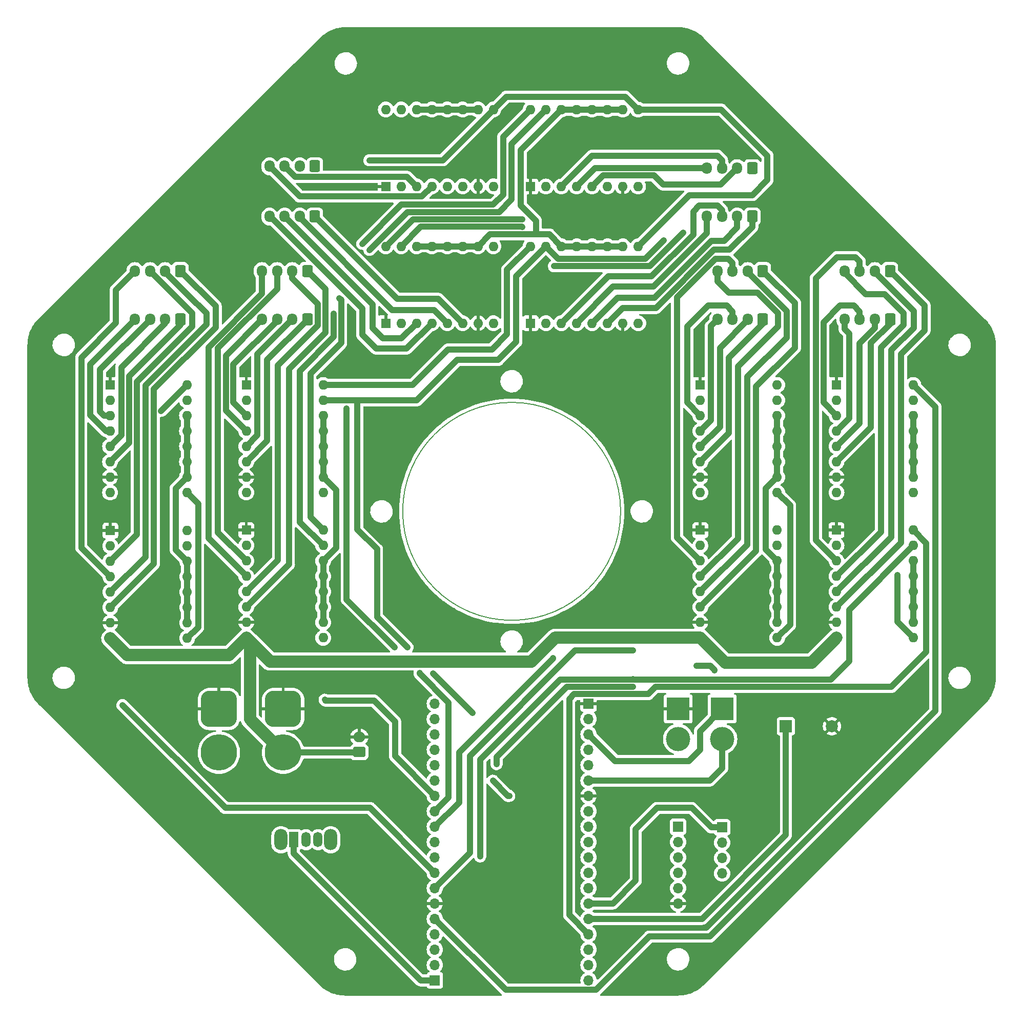
<source format=gbr>
%TF.GenerationSoftware,KiCad,Pcbnew,(7.0.0)*%
%TF.CreationDate,2023-11-14T12:39:04+01:00*%
%TF.ProjectId,Helios_PCB_panel,48656c69-6f73-45f5-9043-425f70616e65,rev?*%
%TF.SameCoordinates,Original*%
%TF.FileFunction,Copper,L1,Top*%
%TF.FilePolarity,Positive*%
%FSLAX46Y46*%
G04 Gerber Fmt 4.6, Leading zero omitted, Abs format (unit mm)*
G04 Created by KiCad (PCBNEW (7.0.0)) date 2023-11-14 12:39:04*
%MOMM*%
%LPD*%
G01*
G04 APERTURE LIST*
G04 Aperture macros list*
%AMRoundRect*
0 Rectangle with rounded corners*
0 $1 Rounding radius*
0 $2 $3 $4 $5 $6 $7 $8 $9 X,Y pos of 4 corners*
0 Add a 4 corners polygon primitive as box body*
4,1,4,$2,$3,$4,$5,$6,$7,$8,$9,$2,$3,0*
0 Add four circle primitives for the rounded corners*
1,1,$1+$1,$2,$3*
1,1,$1+$1,$4,$5*
1,1,$1+$1,$6,$7*
1,1,$1+$1,$8,$9*
0 Add four rect primitives between the rounded corners*
20,1,$1+$1,$2,$3,$4,$5,0*
20,1,$1+$1,$4,$5,$6,$7,0*
20,1,$1+$1,$6,$7,$8,$9,0*
20,1,$1+$1,$8,$9,$2,$3,0*%
G04 Aperture macros list end*
%TA.AperFunction,NonConductor*%
%ADD10C,0.200000*%
%TD*%
%TA.AperFunction,ComponentPad*%
%ADD11RoundRect,1.500000X-1.500000X1.500000X-1.500000X-1.500000X1.500000X-1.500000X1.500000X1.500000X0*%
%TD*%
%TA.AperFunction,ComponentPad*%
%ADD12C,6.000000*%
%TD*%
%TA.AperFunction,ComponentPad*%
%ADD13R,1.600000X1.600000*%
%TD*%
%TA.AperFunction,ComponentPad*%
%ADD14O,1.600000X1.600000*%
%TD*%
%TA.AperFunction,ComponentPad*%
%ADD15RoundRect,0.250000X0.600000X0.725000X-0.600000X0.725000X-0.600000X-0.725000X0.600000X-0.725000X0*%
%TD*%
%TA.AperFunction,ComponentPad*%
%ADD16O,1.700000X1.950000*%
%TD*%
%TA.AperFunction,ComponentPad*%
%ADD17R,3.800000X3.800000*%
%TD*%
%TA.AperFunction,ComponentPad*%
%ADD18C,4.000000*%
%TD*%
%TA.AperFunction,ComponentPad*%
%ADD19O,2.200000X3.500000*%
%TD*%
%TA.AperFunction,ComponentPad*%
%ADD20R,1.500000X2.500000*%
%TD*%
%TA.AperFunction,ComponentPad*%
%ADD21O,1.500000X2.500000*%
%TD*%
%TA.AperFunction,ComponentPad*%
%ADD22RoundRect,0.250000X0.750000X-0.600000X0.750000X0.600000X-0.750000X0.600000X-0.750000X-0.600000X0*%
%TD*%
%TA.AperFunction,ComponentPad*%
%ADD23O,2.000000X1.700000*%
%TD*%
%TA.AperFunction,ComponentPad*%
%ADD24O,1.700000X1.700000*%
%TD*%
%TA.AperFunction,ComponentPad*%
%ADD25R,1.700000X1.700000*%
%TD*%
%TA.AperFunction,ComponentPad*%
%ADD26R,2.000000X2.000000*%
%TD*%
%TA.AperFunction,ComponentPad*%
%ADD27C,2.000000*%
%TD*%
%TA.AperFunction,ViaPad*%
%ADD28C,0.800000*%
%TD*%
%TA.AperFunction,Conductor*%
%ADD29C,1.000000*%
%TD*%
%TA.AperFunction,Conductor*%
%ADD30C,2.000000*%
%TD*%
G04 APERTURE END LIST*
D10*
X128000000Y-100000000D02*
G75*
G03*
X128000000Y-100000000I-18000000J0D01*
G01*
D11*
%TO.P,POW1,1,Pin_1*%
%TO.N,GND*%
X72250000Y-132650000D03*
D12*
%TO.P,POW1,2,Pin_2*%
%TO.N,+12V*%
X72250000Y-139850000D03*
%TD*%
D13*
%TO.P,DRV1_1,1,GND*%
%TO.N,GND*%
X89204799Y-46319599D03*
D14*
%TO.P,DRV1_1,2,~{FLT}*%
%TO.N,unconnected-(DRV1_1-~{FLT}-Pad2)*%
X91744799Y-46319599D03*
%TO.P,DRV1_1,3,A2*%
%TO.N,Net-(DRV1_1-A2)*%
X94284799Y-46319599D03*
%TO.P,DRV1_1,4,A1*%
%TO.N,Net-(DRV1_1-A1)*%
X96824799Y-46319599D03*
%TO.P,DRV1_1,5,B1*%
%TO.N,Net-(DRV1_1-B1)*%
X99364799Y-46319599D03*
%TO.P,DRV1_1,6,B2*%
%TO.N,Net-(DRV1_1-B2)*%
X101904799Y-46319599D03*
%TO.P,DRV1_1,7,GND*%
%TO.N,GND*%
X104444799Y-46319599D03*
%TO.P,DRV1_1,8,VMOT*%
%TO.N,+12V*%
X106984799Y-46319599D03*
%TO.P,DRV1_1,9,~{EN}*%
%TO.N,EN1*%
X106984799Y-33619599D03*
%TO.P,DRV1_1,10,M0*%
%TO.N,+5V*%
X104444799Y-33619599D03*
%TO.P,DRV1_1,11,M1*%
X101904799Y-33619599D03*
%TO.P,DRV1_1,12,M2*%
X99364799Y-33619599D03*
%TO.P,DRV1_1,13,~{RST}*%
X96824799Y-33619599D03*
%TO.P,DRV1_1,14,~{SLP}*%
X94284799Y-33619599D03*
%TO.P,DRV1_1,15,STEP*%
%TO.N,S1*%
X91744799Y-33619599D03*
%TO.P,DRV1_1,16,DIR*%
%TO.N,D1*%
X89204799Y-33619599D03*
%TD*%
D15*
%TO.P,M0_1,1,Pin_1*%
%TO.N,Net-(DRV0_1-B2)*%
X151500000Y-60300000D03*
D16*
%TO.P,M0_1,2,Pin_2*%
%TO.N,Net-(DRV0_1-B1)*%
X148999999Y-60299999D03*
%TO.P,M0_1,3,Pin_3*%
%TO.N,Net-(DRV0_1-A2)*%
X146499999Y-60299999D03*
%TO.P,M0_1,4,Pin_4*%
%TO.N,Net-(DRV0_1-A1)*%
X143999999Y-60299999D03*
%TD*%
D15*
%TO.P,M1_3,1,Pin_1*%
%TO.N,Net-(DRV1_3-B2)*%
X149750000Y-43300000D03*
D16*
%TO.P,M1_3,2,Pin_2*%
%TO.N,Net-(DRV1_3-B1)*%
X147249999Y-43299999D03*
%TO.P,M1_3,3,Pin_3*%
%TO.N,Net-(DRV1_3-A2)*%
X144749999Y-43299999D03*
%TO.P,M1_3,4,Pin_4*%
%TO.N,Net-(DRV1_3-A1)*%
X142249999Y-43299999D03*
%TD*%
D13*
%TO.P,DRV2_2,1,GND*%
%TO.N,GND*%
X66159999Y-79109999D03*
D14*
%TO.P,DRV2_2,2,~{FLT}*%
%TO.N,unconnected-(DRV2_2-~{FLT}-Pad2)*%
X66159999Y-81649999D03*
%TO.P,DRV2_2,3,A2*%
%TO.N,Net-(DRV2_2-A2)*%
X66159999Y-84189999D03*
%TO.P,DRV2_2,4,A1*%
%TO.N,Net-(DRV2_2-A1)*%
X66159999Y-86729999D03*
%TO.P,DRV2_2,5,B1*%
%TO.N,Net-(DRV2_2-B1)*%
X66159999Y-89269999D03*
%TO.P,DRV2_2,6,B2*%
%TO.N,Net-(DRV2_2-B2)*%
X66159999Y-91809999D03*
%TO.P,DRV2_2,7,GND*%
%TO.N,GND*%
X66159999Y-94349999D03*
%TO.P,DRV2_2,8,VMOT*%
%TO.N,+12V*%
X66159999Y-96889999D03*
%TO.P,DRV2_2,9,~{EN}*%
%TO.N,EN2*%
X78859999Y-96889999D03*
%TO.P,DRV2_2,10,M0*%
%TO.N,+5V*%
X78859999Y-94349999D03*
%TO.P,DRV2_2,11,M1*%
X78859999Y-91809999D03*
%TO.P,DRV2_2,12,M2*%
X78859999Y-89269999D03*
%TO.P,DRV2_2,13,~{RST}*%
X78859999Y-86729999D03*
%TO.P,DRV2_2,14,~{SLP}*%
X78859999Y-84189999D03*
%TO.P,DRV2_2,15,STEP*%
%TO.N,S2*%
X78859999Y-81649999D03*
%TO.P,DRV2_2,16,DIR*%
%TO.N,D2*%
X78859999Y-79109999D03*
%TD*%
D15*
%TO.P,M0_3,1,Pin_1*%
%TO.N,Net-(DRV0_3-B2)*%
X172500000Y-60300000D03*
D16*
%TO.P,M0_3,2,Pin_2*%
%TO.N,Net-(DRV0_3-B1)*%
X169999999Y-60299999D03*
%TO.P,M0_3,3,Pin_3*%
%TO.N,Net-(DRV0_3-A2)*%
X167499999Y-60299999D03*
%TO.P,M0_3,4,Pin_4*%
%TO.N,Net-(DRV0_3-A1)*%
X164999999Y-60299999D03*
%TD*%
D15*
%TO.P,M2_0,1,Pin_1*%
%TO.N,Net-(DRV2_0-B2)*%
X55250000Y-68300000D03*
D16*
%TO.P,M2_0,2,Pin_2*%
%TO.N,Net-(DRV2_0-B1)*%
X52749999Y-68299999D03*
%TO.P,M2_0,3,Pin_3*%
%TO.N,Net-(DRV2_0-A2)*%
X50249999Y-68299999D03*
%TO.P,M2_0,4,Pin_4*%
%TO.N,Net-(DRV2_0-A1)*%
X47749999Y-68299999D03*
%TD*%
D15*
%TO.P,M0_0,1,Pin_1*%
%TO.N,Net-(DRV0_0-B2)*%
X151500000Y-68300000D03*
D16*
%TO.P,M0_0,2,Pin_2*%
%TO.N,Net-(DRV0_0-B1)*%
X148999999Y-68299999D03*
%TO.P,M0_0,3,Pin_3*%
%TO.N,Net-(DRV0_0-A2)*%
X146499999Y-68299999D03*
%TO.P,M0_0,4,Pin_4*%
%TO.N,Net-(DRV0_0-A1)*%
X143999999Y-68299999D03*
%TD*%
D13*
%TO.P,DRV2_3,1,GND*%
%TO.N,GND*%
X66159999Y-103109999D03*
D14*
%TO.P,DRV2_3,2,~{FLT}*%
%TO.N,unconnected-(DRV2_3-~{FLT}-Pad2)*%
X66159999Y-105649999D03*
%TO.P,DRV2_3,3,A2*%
%TO.N,Net-(DRV2_3-A2)*%
X66159999Y-108189999D03*
%TO.P,DRV2_3,4,A1*%
%TO.N,Net-(DRV2_3-A1)*%
X66159999Y-110729999D03*
%TO.P,DRV2_3,5,B1*%
%TO.N,Net-(DRV2_3-B1)*%
X66159999Y-113269999D03*
%TO.P,DRV2_3,6,B2*%
%TO.N,Net-(DRV2_3-B2)*%
X66159999Y-115809999D03*
%TO.P,DRV2_3,7,GND*%
%TO.N,GND*%
X66159999Y-118349999D03*
%TO.P,DRV2_3,8,VMOT*%
%TO.N,+12V*%
X66159999Y-120889999D03*
%TO.P,DRV2_3,9,~{EN}*%
%TO.N,EN2*%
X78859999Y-120889999D03*
%TO.P,DRV2_3,10,M0*%
%TO.N,+5V*%
X78859999Y-118349999D03*
%TO.P,DRV2_3,11,M1*%
X78859999Y-115809999D03*
%TO.P,DRV2_3,12,M2*%
X78859999Y-113269999D03*
%TO.P,DRV2_3,13,~{RST}*%
X78859999Y-110729999D03*
%TO.P,DRV2_3,14,~{SLP}*%
X78859999Y-108189999D03*
%TO.P,DRV2_3,15,STEP*%
%TO.N,S3*%
X78859999Y-105649999D03*
%TO.P,DRV2_3,16,DIR*%
%TO.N,D3*%
X78859999Y-103109999D03*
%TD*%
D17*
%TO.P,I2C1,1,Pin_1*%
%TO.N,SCL*%
X144779999Y-132627999D03*
D18*
%TO.P,I2C1,2,Pin_2*%
%TO.N,SDA*%
X144780000Y-137628000D03*
%TD*%
D11*
%TO.P,POW2,1,Pin_1*%
%TO.N,GND*%
X61632000Y-132650000D03*
D12*
%TO.P,POW2,2,Pin_2*%
%TO.N,+5V*%
X61632000Y-139850000D03*
%TD*%
D19*
%TO.P,SW1,*%
%TO.N,*%
X71899999Y-154249999D03*
X80099999Y-154249999D03*
D20*
%TO.P,SW1,1,A*%
%TO.N,Net-(MCU1-V5)*%
X73999999Y-154249999D03*
D21*
%TO.P,SW1,2,B*%
%TO.N,+5V*%
X75999999Y-154249999D03*
%TO.P,SW1,3,C*%
%TO.N,unconnected-(SW1-C-Pad3)*%
X77999999Y-154249999D03*
%TD*%
D22*
%TO.P,FAN1,1,Pin_1*%
%TO.N,+12V*%
X84832000Y-139764000D03*
D23*
%TO.P,FAN1,2,Pin_2*%
%TO.N,GND*%
X84831999Y-137263999D03*
%TD*%
D15*
%TO.P,M1_2,1,Pin_1*%
%TO.N,Net-(DRV1_2-B2)*%
X149750000Y-51300000D03*
D16*
%TO.P,M1_2,2,Pin_2*%
%TO.N,Net-(DRV1_2-B1)*%
X147249999Y-51299999D03*
%TO.P,M1_2,3,Pin_3*%
%TO.N,Net-(DRV1_2-A2)*%
X144749999Y-51299999D03*
%TO.P,M1_2,4,Pin_4*%
%TO.N,Net-(DRV1_2-A1)*%
X142249999Y-51299999D03*
%TD*%
D13*
%TO.P,DRV0_1,1,GND*%
%TO.N,GND*%
X141159999Y-103109999D03*
D14*
%TO.P,DRV0_1,2,~{FLT}*%
%TO.N,unconnected-(DRV0_1-~{FLT}-Pad2)*%
X141159999Y-105649999D03*
%TO.P,DRV0_1,3,A2*%
%TO.N,Net-(DRV0_1-A2)*%
X141159999Y-108189999D03*
%TO.P,DRV0_1,4,A1*%
%TO.N,Net-(DRV0_1-A1)*%
X141159999Y-110729999D03*
%TO.P,DRV0_1,5,B1*%
%TO.N,Net-(DRV0_1-B1)*%
X141159999Y-113269999D03*
%TO.P,DRV0_1,6,B2*%
%TO.N,Net-(DRV0_1-B2)*%
X141159999Y-115809999D03*
%TO.P,DRV0_1,7,GND*%
%TO.N,GND*%
X141159999Y-118349999D03*
%TO.P,DRV0_1,8,VMOT*%
%TO.N,+12V*%
X141159999Y-120889999D03*
%TO.P,DRV0_1,9,~{EN}*%
%TO.N,EN0*%
X153859999Y-120889999D03*
%TO.P,DRV0_1,10,M0*%
%TO.N,+5V*%
X153859999Y-118349999D03*
%TO.P,DRV0_1,11,M1*%
X153859999Y-115809999D03*
%TO.P,DRV0_1,12,M2*%
X153859999Y-113269999D03*
%TO.P,DRV0_1,13,~{RST}*%
X153859999Y-110729999D03*
%TO.P,DRV0_1,14,~{SLP}*%
X153859999Y-108189999D03*
%TO.P,DRV0_1,15,STEP*%
%TO.N,S1*%
X153859999Y-105649999D03*
%TO.P,DRV0_1,16,DIR*%
%TO.N,D1*%
X153859999Y-103109999D03*
%TD*%
D13*
%TO.P,DRV1_0,1,GND*%
%TO.N,GND*%
X89204799Y-68925599D03*
D14*
%TO.P,DRV1_0,2,~{FLT}*%
%TO.N,unconnected-(DRV1_0-~{FLT}-Pad2)*%
X91744799Y-68925599D03*
%TO.P,DRV1_0,3,A2*%
%TO.N,Net-(DRV1_0-A2)*%
X94284799Y-68925599D03*
%TO.P,DRV1_0,4,A1*%
%TO.N,Net-(DRV1_0-A1)*%
X96824799Y-68925599D03*
%TO.P,DRV1_0,5,B1*%
%TO.N,Net-(DRV1_0-B1)*%
X99364799Y-68925599D03*
%TO.P,DRV1_0,6,B2*%
%TO.N,Net-(DRV1_0-B2)*%
X101904799Y-68925599D03*
%TO.P,DRV1_0,7,GND*%
%TO.N,GND*%
X104444799Y-68925599D03*
%TO.P,DRV1_0,8,VMOT*%
%TO.N,+12V*%
X106984799Y-68925599D03*
%TO.P,DRV1_0,9,~{EN}*%
%TO.N,EN1*%
X106984799Y-56225599D03*
%TO.P,DRV1_0,10,M0*%
%TO.N,+5V*%
X104444799Y-56225599D03*
%TO.P,DRV1_0,11,M1*%
X101904799Y-56225599D03*
%TO.P,DRV1_0,12,M2*%
X99364799Y-56225599D03*
%TO.P,DRV1_0,13,~{RST}*%
X96824799Y-56225599D03*
%TO.P,DRV1_0,14,~{SLP}*%
X94284799Y-56225599D03*
%TO.P,DRV1_0,15,STEP*%
%TO.N,S0*%
X91744799Y-56225599D03*
%TO.P,DRV1_0,16,DIR*%
%TO.N,D0*%
X89204799Y-56225599D03*
%TD*%
D15*
%TO.P,M1_0,1,Pin_1*%
%TO.N,Net-(DRV1_0-B2)*%
X77500000Y-51300000D03*
D16*
%TO.P,M1_0,2,Pin_2*%
%TO.N,Net-(DRV1_0-B1)*%
X74999999Y-51299999D03*
%TO.P,M1_0,3,Pin_3*%
%TO.N,Net-(DRV1_0-A2)*%
X72499999Y-51299999D03*
%TO.P,M1_0,4,Pin_4*%
%TO.N,Net-(DRV1_0-A1)*%
X69999999Y-51299999D03*
%TD*%
D15*
%TO.P,M0_2,1,Pin_1*%
%TO.N,Net-(DRV0_2-B2)*%
X172500000Y-68300000D03*
D16*
%TO.P,M0_2,2,Pin_2*%
%TO.N,Net-(DRV0_2-B1)*%
X169999999Y-68299999D03*
%TO.P,M0_2,3,Pin_3*%
%TO.N,Net-(DRV0_2-A2)*%
X167499999Y-68299999D03*
%TO.P,M0_2,4,Pin_4*%
%TO.N,Net-(DRV0_2-A1)*%
X164999999Y-68299999D03*
%TD*%
D13*
%TO.P,DRV0_2,1,GND*%
%TO.N,GND*%
X163659999Y-79109999D03*
D14*
%TO.P,DRV0_2,2,~{FLT}*%
%TO.N,unconnected-(DRV0_2-~{FLT}-Pad2)*%
X163659999Y-81649999D03*
%TO.P,DRV0_2,3,A2*%
%TO.N,Net-(DRV0_2-A2)*%
X163659999Y-84189999D03*
%TO.P,DRV0_2,4,A1*%
%TO.N,Net-(DRV0_2-A1)*%
X163659999Y-86729999D03*
%TO.P,DRV0_2,5,B1*%
%TO.N,Net-(DRV0_2-B1)*%
X163659999Y-89269999D03*
%TO.P,DRV0_2,6,B2*%
%TO.N,Net-(DRV0_2-B2)*%
X163659999Y-91809999D03*
%TO.P,DRV0_2,7,GND*%
%TO.N,GND*%
X163659999Y-94349999D03*
%TO.P,DRV0_2,8,VMOT*%
%TO.N,+12V*%
X163659999Y-96889999D03*
%TO.P,DRV0_2,9,~{EN}*%
%TO.N,EN0*%
X176359999Y-96889999D03*
%TO.P,DRV0_2,10,M0*%
%TO.N,+5V*%
X176359999Y-94349999D03*
%TO.P,DRV0_2,11,M1*%
X176359999Y-91809999D03*
%TO.P,DRV0_2,12,M2*%
X176359999Y-89269999D03*
%TO.P,DRV0_2,13,~{RST}*%
X176359999Y-86729999D03*
%TO.P,DRV0_2,14,~{SLP}*%
X176359999Y-84189999D03*
%TO.P,DRV0_2,15,STEP*%
%TO.N,S2*%
X176359999Y-81649999D03*
%TO.P,DRV0_2,16,DIR*%
%TO.N,D2*%
X176359999Y-79109999D03*
%TD*%
D15*
%TO.P,M2_3,1,Pin_1*%
%TO.N,Net-(DRV2_3-B2)*%
X76250000Y-60300000D03*
D16*
%TO.P,M2_3,2,Pin_2*%
%TO.N,Net-(DRV2_3-B1)*%
X73749999Y-60299999D03*
%TO.P,M2_3,3,Pin_3*%
%TO.N,Net-(DRV2_3-A2)*%
X71249999Y-60299999D03*
%TO.P,M2_3,4,Pin_4*%
%TO.N,Net-(DRV2_3-A1)*%
X68749999Y-60299999D03*
%TD*%
D24*
%TO.P,MCU1,1,3V3*%
%TO.N,unconnected-(MCU1-3V3-Pad1)*%
X97299999Y-131756788D03*
%TO.P,MCU1,2,EN*%
%TO.N,unconnected-(MCU1-EN-Pad2)*%
X97299999Y-134296788D03*
%TO.P,MCU1,3,SP*%
%TO.N,unconnected-(MCU1-SP-Pad3)*%
X97299999Y-136836788D03*
%TO.P,MCU1,4,SN*%
%TO.N,unconnected-(MCU1-SN-Pad4)*%
X97299999Y-139376788D03*
%TO.P,MCU1,5,G34*%
%TO.N,EN0*%
X97299999Y-141916788D03*
%TO.P,MCU1,6,G35*%
%TO.N,EN1*%
X97299999Y-144456788D03*
%TO.P,MCU1,7,G32*%
%TO.N,EN2*%
X97299999Y-146996788D03*
%TO.P,MCU1,8,G33*%
%TO.N,S0*%
X97299999Y-149536788D03*
%TO.P,MCU1,9,G25*%
%TO.N,S1*%
X97299999Y-152076788D03*
%TO.P,MCU1,10,G26*%
%TO.N,S2*%
X97299999Y-154616788D03*
%TO.P,MCU1,11,G27*%
%TO.N,S3*%
X97299999Y-157156788D03*
%TO.P,MCU1,12,G14*%
%TO.N,D0*%
X97299999Y-159696788D03*
%TO.P,MCU1,13,G12*%
%TO.N,D1*%
X97299999Y-162236788D03*
%TO.P,MCU1,14,GND*%
%TO.N,GND*%
X97299999Y-164776788D03*
%TO.P,MCU1,15,G13*%
%TO.N,D2*%
X97299999Y-167316788D03*
%TO.P,MCU1,16,SD2*%
%TO.N,unconnected-(MCU1-SD2-Pad16)*%
X97299999Y-169856788D03*
%TO.P,MCU1,17,SD3*%
%TO.N,unconnected-(MCU1-SD3-Pad17)*%
X97299999Y-172396788D03*
%TO.P,MCU1,18,CMD*%
%TO.N,unconnected-(MCU1-CMD-Pad18)*%
X97299999Y-174936788D03*
D25*
%TO.P,MCU1,19,V5*%
%TO.N,Net-(MCU1-V5)*%
X97299999Y-177476788D03*
D24*
%TO.P,MCU1,20,CLK*%
%TO.N,unconnected-(MCU1-CLK-Pad20)*%
X122699999Y-177476788D03*
%TO.P,MCU1,21,SD0*%
%TO.N,unconnected-(MCU1-SD0-Pad21)*%
X122699999Y-174936788D03*
%TO.P,MCU1,22,SD1*%
%TO.N,unconnected-(MCU1-SD1-Pad22)*%
X122699999Y-172396788D03*
%TO.P,MCU1,23,G15*%
%TO.N,D3*%
X122699999Y-169856788D03*
%TO.P,MCU1,24,G2*%
%TO.N,BUZZ*%
X122699999Y-167316788D03*
%TO.P,MCU1,25,G0*%
%TO.N,Net-(GPIO1-Pin_1)*%
X122699999Y-164776788D03*
%TO.P,MCU1,26,G4*%
%TO.N,Net-(GPIO1-Pin_2)*%
X122699999Y-162236788D03*
%TO.P,MCU1,27,G16*%
%TO.N,Net-(GPIO1-Pin_3)*%
X122699999Y-159696788D03*
%TO.P,MCU1,28,G17*%
%TO.N,Net-(GPIO1-Pin_4)*%
X122699999Y-157156788D03*
%TO.P,MCU1,29,G5*%
%TO.N,CS*%
X122699999Y-154616788D03*
%TO.P,MCU1,30,G18*%
%TO.N,SCK*%
X122699999Y-152076788D03*
%TO.P,MCU1,31,G19*%
%TO.N,MISO*%
X122699999Y-149536788D03*
%TO.P,MCU1,32,GND*%
%TO.N,GND*%
X122699999Y-146996788D03*
%TO.P,MCU1,33,G21*%
%TO.N,SDA*%
X122699999Y-144456788D03*
%TO.P,MCU1,34,RX0*%
%TO.N,unconnected-(MCU1-RX0-Pad34)*%
X122699999Y-141916788D03*
%TO.P,MCU1,35,TX0*%
%TO.N,unconnected-(MCU1-TX0-Pad35)*%
X122699999Y-139376788D03*
%TO.P,MCU1,36,G22*%
%TO.N,SCL*%
X122699999Y-136836788D03*
%TO.P,MCU1,37,G23*%
%TO.N,MOSI*%
X122699999Y-134296788D03*
D25*
%TO.P,MCU1,38,GND*%
%TO.N,GND*%
X122699999Y-131756788D03*
%TD*%
D13*
%TO.P,DRV2_1,1,GND*%
%TO.N,GND*%
X43697999Y-103174799D03*
D14*
%TO.P,DRV2_1,2,~{FLT}*%
%TO.N,unconnected-(DRV2_1-~{FLT}-Pad2)*%
X43697999Y-105714799D03*
%TO.P,DRV2_1,3,A2*%
%TO.N,Net-(DRV2_1-A2)*%
X43697999Y-108254799D03*
%TO.P,DRV2_1,4,A1*%
%TO.N,Net-(DRV2_1-A1)*%
X43697999Y-110794799D03*
%TO.P,DRV2_1,5,B1*%
%TO.N,Net-(DRV2_1-B1)*%
X43697999Y-113334799D03*
%TO.P,DRV2_1,6,B2*%
%TO.N,Net-(DRV2_1-B2)*%
X43697999Y-115874799D03*
%TO.P,DRV2_1,7,GND*%
%TO.N,GND*%
X43697999Y-118414799D03*
%TO.P,DRV2_1,8,VMOT*%
%TO.N,+12V*%
X43697999Y-120954799D03*
%TO.P,DRV2_1,9,~{EN}*%
%TO.N,EN2*%
X56397999Y-120954799D03*
%TO.P,DRV2_1,10,M0*%
%TO.N,+5V*%
X56397999Y-118414799D03*
%TO.P,DRV2_1,11,M1*%
X56397999Y-115874799D03*
%TO.P,DRV2_1,12,M2*%
X56397999Y-113334799D03*
%TO.P,DRV2_1,13,~{RST}*%
X56397999Y-110794799D03*
%TO.P,DRV2_1,14,~{SLP}*%
X56397999Y-108254799D03*
%TO.P,DRV2_1,15,STEP*%
%TO.N,S1*%
X56397999Y-105714799D03*
%TO.P,DRV2_1,16,DIR*%
%TO.N,D1*%
X56397999Y-103174799D03*
%TD*%
D17*
%TO.P,POW3,1,Pin_1*%
%TO.N,GND*%
X137499999Y-132627999D03*
D18*
%TO.P,POW3,2,Pin_2*%
%TO.N,+5V*%
X137500000Y-137628000D03*
%TD*%
D25*
%TO.P,SPI1,1,Pin_1*%
%TO.N,+5V*%
X137499999Y-152095199D03*
D24*
%TO.P,SPI1,2,Pin_2*%
%TO.N,MOSI*%
X137499999Y-154635199D03*
%TO.P,SPI1,3,Pin_3*%
%TO.N,MISO*%
X137499999Y-157175199D03*
%TO.P,SPI1,4,Pin_4*%
%TO.N,SCK*%
X137499999Y-159715199D03*
%TO.P,SPI1,5,Pin_5*%
%TO.N,CS*%
X137499999Y-162255199D03*
%TO.P,SPI1,6,Pin_6*%
%TO.N,GND*%
X137499999Y-164795199D03*
%TD*%
D15*
%TO.P,M2_2,1,Pin_1*%
%TO.N,Net-(DRV2_2-B2)*%
X76250000Y-68300000D03*
D16*
%TO.P,M2_2,2,Pin_2*%
%TO.N,Net-(DRV2_2-B1)*%
X73749999Y-68299999D03*
%TO.P,M2_2,3,Pin_3*%
%TO.N,Net-(DRV2_2-A2)*%
X71249999Y-68299999D03*
%TO.P,M2_2,4,Pin_4*%
%TO.N,Net-(DRV2_2-A1)*%
X68749999Y-68299999D03*
%TD*%
D13*
%TO.P,DRV2_0,1,GND*%
%TO.N,GND*%
X43659999Y-79109999D03*
D14*
%TO.P,DRV2_0,2,~{FLT}*%
%TO.N,unconnected-(DRV2_0-~{FLT}-Pad2)*%
X43659999Y-81649999D03*
%TO.P,DRV2_0,3,A2*%
%TO.N,Net-(DRV2_0-A2)*%
X43659999Y-84189999D03*
%TO.P,DRV2_0,4,A1*%
%TO.N,Net-(DRV2_0-A1)*%
X43659999Y-86729999D03*
%TO.P,DRV2_0,5,B1*%
%TO.N,Net-(DRV2_0-B1)*%
X43659999Y-89269999D03*
%TO.P,DRV2_0,6,B2*%
%TO.N,Net-(DRV2_0-B2)*%
X43659999Y-91809999D03*
%TO.P,DRV2_0,7,GND*%
%TO.N,GND*%
X43659999Y-94349999D03*
%TO.P,DRV2_0,8,VMOT*%
%TO.N,+12V*%
X43659999Y-96889999D03*
%TO.P,DRV2_0,9,~{EN}*%
%TO.N,EN2*%
X56359999Y-96889999D03*
%TO.P,DRV2_0,10,M0*%
%TO.N,+5V*%
X56359999Y-94349999D03*
%TO.P,DRV2_0,11,M1*%
X56359999Y-91809999D03*
%TO.P,DRV2_0,12,M2*%
X56359999Y-89269999D03*
%TO.P,DRV2_0,13,~{RST}*%
X56359999Y-86729999D03*
%TO.P,DRV2_0,14,~{SLP}*%
X56359999Y-84189999D03*
%TO.P,DRV2_0,15,STEP*%
%TO.N,S0*%
X56359999Y-81649999D03*
%TO.P,DRV2_0,16,DIR*%
%TO.N,D0*%
X56359999Y-79109999D03*
%TD*%
D13*
%TO.P,DRV0_0,1,GND*%
%TO.N,GND*%
X141159999Y-79109999D03*
D14*
%TO.P,DRV0_0,2,~{FLT}*%
%TO.N,unconnected-(DRV0_0-~{FLT}-Pad2)*%
X141159999Y-81649999D03*
%TO.P,DRV0_0,3,A2*%
%TO.N,Net-(DRV0_0-A2)*%
X141159999Y-84189999D03*
%TO.P,DRV0_0,4,A1*%
%TO.N,Net-(DRV0_0-A1)*%
X141159999Y-86729999D03*
%TO.P,DRV0_0,5,B1*%
%TO.N,Net-(DRV0_0-B1)*%
X141159999Y-89269999D03*
%TO.P,DRV0_0,6,B2*%
%TO.N,Net-(DRV0_0-B2)*%
X141159999Y-91809999D03*
%TO.P,DRV0_0,7,GND*%
%TO.N,GND*%
X141159999Y-94349999D03*
%TO.P,DRV0_0,8,VMOT*%
%TO.N,+12V*%
X141159999Y-96889999D03*
%TO.P,DRV0_0,9,~{EN}*%
%TO.N,EN0*%
X153859999Y-96889999D03*
%TO.P,DRV0_0,10,M0*%
%TO.N,+5V*%
X153859999Y-94349999D03*
%TO.P,DRV0_0,11,M1*%
X153859999Y-91809999D03*
%TO.P,DRV0_0,12,M2*%
X153859999Y-89269999D03*
%TO.P,DRV0_0,13,~{RST}*%
X153859999Y-86729999D03*
%TO.P,DRV0_0,14,~{SLP}*%
X153859999Y-84189999D03*
%TO.P,DRV0_0,15,STEP*%
%TO.N,S0*%
X153859999Y-81649999D03*
%TO.P,DRV0_0,16,DIR*%
%TO.N,D0*%
X153859999Y-79109999D03*
%TD*%
D13*
%TO.P,DRV1_2,1,GND*%
%TO.N,GND*%
X113131599Y-68925599D03*
D14*
%TO.P,DRV1_2,2,~{FLT}*%
%TO.N,unconnected-(DRV1_2-~{FLT}-Pad2)*%
X115671599Y-68925599D03*
%TO.P,DRV1_2,3,A2*%
%TO.N,Net-(DRV1_2-A2)*%
X118211599Y-68925599D03*
%TO.P,DRV1_2,4,A1*%
%TO.N,Net-(DRV1_2-A1)*%
X120751599Y-68925599D03*
%TO.P,DRV1_2,5,B1*%
%TO.N,Net-(DRV1_2-B1)*%
X123291599Y-68925599D03*
%TO.P,DRV1_2,6,B2*%
%TO.N,Net-(DRV1_2-B2)*%
X125831599Y-68925599D03*
%TO.P,DRV1_2,7,GND*%
%TO.N,GND*%
X128371599Y-68925599D03*
%TO.P,DRV1_2,8,VMOT*%
%TO.N,+12V*%
X130911599Y-68925599D03*
%TO.P,DRV1_2,9,~{EN}*%
%TO.N,EN1*%
X130911599Y-56225599D03*
%TO.P,DRV1_2,10,M0*%
%TO.N,+5V*%
X128371599Y-56225599D03*
%TO.P,DRV1_2,11,M1*%
X125831599Y-56225599D03*
%TO.P,DRV1_2,12,M2*%
X123291599Y-56225599D03*
%TO.P,DRV1_2,13,~{RST}*%
X120751599Y-56225599D03*
%TO.P,DRV1_2,14,~{SLP}*%
X118211599Y-56225599D03*
%TO.P,DRV1_2,15,STEP*%
%TO.N,S2*%
X115671599Y-56225599D03*
%TO.P,DRV1_2,16,DIR*%
%TO.N,D2*%
X113131599Y-56225599D03*
%TD*%
D15*
%TO.P,M2_1,1,Pin_1*%
%TO.N,Net-(DRV2_1-B2)*%
X55250000Y-60300000D03*
D16*
%TO.P,M2_1,2,Pin_2*%
%TO.N,Net-(DRV2_1-B1)*%
X52749999Y-60299999D03*
%TO.P,M2_1,3,Pin_3*%
%TO.N,Net-(DRV2_1-A2)*%
X50249999Y-60299999D03*
%TO.P,M2_1,4,Pin_4*%
%TO.N,Net-(DRV2_1-A1)*%
X47749999Y-60299999D03*
%TD*%
D26*
%TO.P,BZ1,1,-*%
%TO.N,BUZZ*%
X155299999Y-135499999D03*
D27*
%TO.P,BZ1,2,+*%
%TO.N,GND*%
X162900000Y-135500000D03*
%TD*%
D15*
%TO.P,M1_1,1,Pin_1*%
%TO.N,Net-(DRV1_1-B2)*%
X77500000Y-43000000D03*
D16*
%TO.P,M1_1,2,Pin_2*%
%TO.N,Net-(DRV1_1-B1)*%
X74999999Y-42999999D03*
%TO.P,M1_1,3,Pin_3*%
%TO.N,Net-(DRV1_1-A2)*%
X72499999Y-42999999D03*
%TO.P,M1_1,4,Pin_4*%
%TO.N,Net-(DRV1_1-A1)*%
X69999999Y-42999999D03*
%TD*%
D13*
%TO.P,DRV0_3,1,GND*%
%TO.N,GND*%
X163659999Y-103109999D03*
D14*
%TO.P,DRV0_3,2,~{FLT}*%
%TO.N,unconnected-(DRV0_3-~{FLT}-Pad2)*%
X163659999Y-105649999D03*
%TO.P,DRV0_3,3,A2*%
%TO.N,Net-(DRV0_3-A2)*%
X163659999Y-108189999D03*
%TO.P,DRV0_3,4,A1*%
%TO.N,Net-(DRV0_3-A1)*%
X163659999Y-110729999D03*
%TO.P,DRV0_3,5,B1*%
%TO.N,Net-(DRV0_3-B1)*%
X163659999Y-113269999D03*
%TO.P,DRV0_3,6,B2*%
%TO.N,Net-(DRV0_3-B2)*%
X163659999Y-115809999D03*
%TO.P,DRV0_3,7,GND*%
%TO.N,GND*%
X163659999Y-118349999D03*
%TO.P,DRV0_3,8,VMOT*%
%TO.N,+12V*%
X163659999Y-120889999D03*
%TO.P,DRV0_3,9,~{EN}*%
%TO.N,EN0*%
X176359999Y-120889999D03*
%TO.P,DRV0_3,10,M0*%
%TO.N,+5V*%
X176359999Y-118349999D03*
%TO.P,DRV0_3,11,M1*%
X176359999Y-115809999D03*
%TO.P,DRV0_3,12,M2*%
X176359999Y-113269999D03*
%TO.P,DRV0_3,13,~{RST}*%
X176359999Y-110729999D03*
%TO.P,DRV0_3,14,~{SLP}*%
X176359999Y-108189999D03*
%TO.P,DRV0_3,15,STEP*%
%TO.N,S3*%
X176359999Y-105649999D03*
%TO.P,DRV0_3,16,DIR*%
%TO.N,D3*%
X176359999Y-103109999D03*
%TD*%
D25*
%TO.P,GPIO1,1,Pin_1*%
%TO.N,Net-(GPIO1-Pin_1)*%
X144754999Y-152199999D03*
D24*
%TO.P,GPIO1,2,Pin_2*%
%TO.N,Net-(GPIO1-Pin_2)*%
X144754999Y-154739999D03*
%TO.P,GPIO1,3,Pin_3*%
%TO.N,Net-(GPIO1-Pin_3)*%
X144754999Y-157279999D03*
%TO.P,GPIO1,4,Pin_4*%
%TO.N,Net-(GPIO1-Pin_4)*%
X144754999Y-159819999D03*
%TD*%
D13*
%TO.P,DRV1_3,1,GND*%
%TO.N,GND*%
X113109999Y-46339999D03*
D14*
%TO.P,DRV1_3,2,~{FLT}*%
%TO.N,unconnected-(DRV1_3-~{FLT}-Pad2)*%
X115649999Y-46339999D03*
%TO.P,DRV1_3,3,A2*%
%TO.N,Net-(DRV1_3-A2)*%
X118189999Y-46339999D03*
%TO.P,DRV1_3,4,A1*%
%TO.N,Net-(DRV1_3-A1)*%
X120729999Y-46339999D03*
%TO.P,DRV1_3,5,B1*%
%TO.N,Net-(DRV1_3-B1)*%
X123269999Y-46339999D03*
%TO.P,DRV1_3,6,B2*%
%TO.N,Net-(DRV1_3-B2)*%
X125809999Y-46339999D03*
%TO.P,DRV1_3,7,GND*%
%TO.N,GND*%
X128349999Y-46339999D03*
%TO.P,DRV1_3,8,VMOT*%
%TO.N,+12V*%
X130889999Y-46339999D03*
%TO.P,DRV1_3,9,~{EN}*%
%TO.N,EN1*%
X130889999Y-33639999D03*
%TO.P,DRV1_3,10,M0*%
%TO.N,+5V*%
X128349999Y-33639999D03*
%TO.P,DRV1_3,11,M1*%
X125809999Y-33639999D03*
%TO.P,DRV1_3,12,M2*%
X123269999Y-33639999D03*
%TO.P,DRV1_3,13,~{RST}*%
X120729999Y-33639999D03*
%TO.P,DRV1_3,14,~{SLP}*%
X118189999Y-33639999D03*
%TO.P,DRV1_3,15,STEP*%
%TO.N,S3*%
X115649999Y-33639999D03*
%TO.P,DRV1_3,16,DIR*%
%TO.N,D3*%
X113109999Y-33639999D03*
%TD*%
D28*
%TO.N,GND*%
X81250000Y-77500000D03*
X80250000Y-76500000D03*
X80200000Y-77500000D03*
X81250000Y-76500000D03*
%TO.N,EN0*%
X173750000Y-110500000D03*
X107500000Y-141750000D03*
X130000000Y-129000000D03*
%TO.N,S0*%
X94800000Y-126700000D03*
X111750000Y-53000000D03*
X90650000Y-122450000D03*
X82750000Y-83000000D03*
%TO.N,D0*%
X45700000Y-132000000D03*
X52100000Y-83400000D03*
X111750000Y-51750000D03*
%TO.N,EN1*%
X106900000Y-144500000D03*
X109600000Y-147000000D03*
X86500000Y-42000000D03*
%TO.N,EN2*%
X79125000Y-131125000D03*
%TO.N,S1*%
X116800000Y-124250000D03*
%TO.N,D1*%
X130000000Y-123000000D03*
%TO.N,S2*%
X135100000Y-55200000D03*
X97000000Y-126750000D03*
X92800000Y-122500000D03*
X103575000Y-133325000D03*
%TO.N,D2*%
X117000000Y-59500000D03*
X138300000Y-54000000D03*
%TO.N,S3*%
X80625000Y-67375000D03*
X86500000Y-56809079D03*
X130000000Y-127750000D03*
X104800000Y-157000000D03*
%TO.N,D3*%
X85300000Y-55800000D03*
X140500000Y-125500000D03*
X81525000Y-64775000D03*
X143500000Y-126250000D03*
X141000000Y-129000000D03*
%TD*%
D29*
%TO.N,BUZZ*%
X155300000Y-153450000D02*
X141433211Y-167316789D01*
X141433211Y-167316789D02*
X122700000Y-167316789D01*
X155300000Y-135500000D02*
X155300000Y-153450000D01*
%TO.N,Net-(DRV0_1-A2)*%
X143694112Y-58250000D02*
X137300000Y-64644112D01*
X146500000Y-59000000D02*
X145750000Y-58250000D01*
X137300000Y-64644112D02*
X137300000Y-104330000D01*
X145750000Y-58250000D02*
X143694112Y-58250000D01*
X137300000Y-104330000D02*
X141160000Y-108190000D01*
X146500000Y-60300000D02*
X146500000Y-59000000D01*
%TO.N,Net-(DRV0_1-A1)*%
X145900000Y-63900000D02*
X150650000Y-63900000D01*
X147400000Y-104490000D02*
X141160000Y-110730000D01*
X150650000Y-63900000D02*
X154000000Y-67250000D01*
X154000000Y-69500000D02*
X147400000Y-76100000D01*
X144000000Y-62000000D02*
X145900000Y-63900000D01*
X147400000Y-76100000D02*
X147400000Y-104490000D01*
X154000000Y-67250000D02*
X154000000Y-69500000D01*
X144000000Y-60300000D02*
X144000000Y-62000000D01*
%TO.N,Net-(DRV0_1-B1)*%
X155400000Y-66900000D02*
X155400000Y-71300000D01*
X149000000Y-60300000D02*
X149000000Y-60500000D01*
X155400000Y-71300000D02*
X148900000Y-77800000D01*
X149000000Y-60500000D02*
X155400000Y-66900000D01*
X148900000Y-77800000D02*
X148900000Y-105530000D01*
X148900000Y-105530000D02*
X141160000Y-113270000D01*
%TO.N,Net-(DRV0_1-B2)*%
X156800000Y-73000000D02*
X150400000Y-79400000D01*
X150400000Y-79400000D02*
X150400000Y-106570000D01*
X151500000Y-60300000D02*
X156800000Y-65600000D01*
X156800000Y-65600000D02*
X156800000Y-73000000D01*
X150400000Y-106570000D02*
X141160000Y-115810000D01*
D30*
%TO.N,+12V*%
X66750000Y-134350000D02*
X72250000Y-139850000D01*
D29*
X84674031Y-139764000D02*
X84832000Y-139764000D01*
D30*
X66160000Y-120890000D02*
X63300000Y-123750000D01*
X113300000Y-124800000D02*
X117210000Y-120890000D01*
X46493200Y-123750000D02*
X43698000Y-120954800D01*
X145270000Y-125000000D02*
X141160000Y-120890000D01*
D29*
X84832000Y-139764000D02*
X84746000Y-139850000D01*
D30*
X159550000Y-125000000D02*
X145270000Y-125000000D01*
X117210000Y-120890000D02*
X141160000Y-120890000D01*
X66160000Y-120890000D02*
X66750000Y-121480000D01*
X66160000Y-120890000D02*
X70070000Y-124800000D01*
X63300000Y-123750000D02*
X46493200Y-123750000D01*
D29*
X84746000Y-139850000D02*
X72250000Y-139850000D01*
X84588031Y-139850000D02*
X84674031Y-139764000D01*
D30*
X70070000Y-124800000D02*
X113300000Y-124800000D01*
X163660000Y-120890000D02*
X159550000Y-125000000D01*
X66750000Y-121480000D02*
X66750000Y-134350000D01*
D29*
%TO.N,EN0*%
X176360000Y-120890000D02*
X173728528Y-118258528D01*
X156000000Y-118750000D02*
X156000000Y-99030000D01*
X107500000Y-140600000D02*
X107500000Y-141750000D01*
X156000000Y-99030000D02*
X153860000Y-96890000D01*
X153860000Y-120890000D02*
X156000000Y-118750000D01*
X130000000Y-129000000D02*
X119100000Y-129000000D01*
X119100000Y-129000000D02*
X107500000Y-140600000D01*
X173728528Y-118258528D02*
X173728528Y-110521472D01*
X173728528Y-110521472D02*
X173750000Y-110500000D01*
%TO.N,+5V*%
X120730000Y-33640000D02*
X118190000Y-33640000D01*
X176360000Y-91810000D02*
X176360000Y-89270000D01*
X56360000Y-91810000D02*
X56360000Y-89270000D01*
X78860000Y-108190000D02*
X81000000Y-106050000D01*
X128350000Y-33640000D02*
X125810000Y-33640000D01*
X176360000Y-110730000D02*
X176360000Y-108190000D01*
X56360000Y-94350000D02*
X56360000Y-91810000D01*
X114000000Y-54250000D02*
X110000000Y-54250000D01*
X54500000Y-106356800D02*
X54500000Y-96210000D01*
X153860000Y-110730000D02*
X153860000Y-108190000D01*
X106420400Y-54250000D02*
X104444800Y-56225600D01*
X153860000Y-91810000D02*
X153860000Y-89270000D01*
X120751600Y-56225600D02*
X118211600Y-56225600D01*
X153860000Y-113270000D02*
X153860000Y-110730000D01*
X56398000Y-108254800D02*
X54500000Y-106356800D01*
X96824800Y-33619600D02*
X94284800Y-33619600D01*
X78860000Y-89270000D02*
X78860000Y-86730000D01*
X111500000Y-40330000D02*
X111500000Y-49500000D01*
X153860000Y-86730000D02*
X153860000Y-84190000D01*
X54500000Y-96210000D02*
X56360000Y-94350000D01*
X101904800Y-33619600D02*
X99364800Y-33619600D01*
X110000000Y-54250000D02*
X106420400Y-54250000D01*
X78860000Y-94350000D02*
X78860000Y-91810000D01*
X176360000Y-89270000D02*
X176360000Y-86730000D01*
X111500000Y-49500000D02*
X114000000Y-52000000D01*
X56360000Y-89270000D02*
X56360000Y-86730000D01*
X99364800Y-56225600D02*
X96824800Y-56225600D01*
X56398000Y-110794800D02*
X56398000Y-108254800D01*
X176360000Y-113270000D02*
X176360000Y-110730000D01*
X153860000Y-89270000D02*
X153860000Y-86730000D01*
X78860000Y-115810000D02*
X78860000Y-113270000D01*
X128371600Y-56225600D02*
X125831600Y-56225600D01*
X123270000Y-33640000D02*
X120730000Y-33640000D01*
X125831600Y-56225600D02*
X123291600Y-56225600D01*
X153860000Y-115810000D02*
X153860000Y-113270000D01*
X176360000Y-115810000D02*
X176360000Y-113270000D01*
X176360000Y-86730000D02*
X176360000Y-84190000D01*
X104444800Y-33619600D02*
X101904800Y-33619600D01*
X78860000Y-113270000D02*
X78860000Y-110730000D01*
X81000000Y-96490000D02*
X78860000Y-94350000D01*
X123291600Y-56225600D02*
X120751600Y-56225600D01*
X153860000Y-108190000D02*
X152000000Y-106330000D01*
X101904800Y-56225600D02*
X99364800Y-56225600D01*
X125810000Y-33640000D02*
X123270000Y-33640000D01*
X78860000Y-86730000D02*
X78860000Y-84190000D01*
X153860000Y-94350000D02*
X153860000Y-91810000D01*
X176360000Y-118350000D02*
X176360000Y-115810000D01*
X56398000Y-118414800D02*
X56398000Y-115874800D01*
X78860000Y-91810000D02*
X78860000Y-89270000D01*
X56360000Y-86730000D02*
X56360000Y-84190000D01*
X118190000Y-33640000D02*
X111500000Y-40330000D01*
X153860000Y-118350000D02*
X153860000Y-115810000D01*
X81000000Y-106050000D02*
X81000000Y-96490000D01*
X116236000Y-54250000D02*
X114000000Y-54250000D01*
X78860000Y-118350000D02*
X78860000Y-115810000D01*
X118211600Y-56225600D02*
X116236000Y-54250000D01*
X78860000Y-110730000D02*
X78860000Y-108190000D01*
X56398000Y-113334800D02*
X56398000Y-110794800D01*
X114000000Y-52000000D02*
X114000000Y-54250000D01*
X152000000Y-96210000D02*
X153860000Y-94350000D01*
X56398000Y-115874800D02*
X56398000Y-113334800D01*
X176360000Y-94350000D02*
X176360000Y-91810000D01*
X104444800Y-56225600D02*
X101904800Y-56225600D01*
X152000000Y-106330000D02*
X152000000Y-96210000D01*
X99364800Y-33619600D02*
X96824800Y-33619600D01*
X96824800Y-56225600D02*
X94284800Y-56225600D01*
%TO.N,S0*%
X99600000Y-147236789D02*
X99600000Y-131600000D01*
X94800000Y-126800000D02*
X94800000Y-126700000D01*
X111700000Y-52950000D02*
X95020400Y-52950000D01*
X90650000Y-122450000D02*
X82750000Y-114550000D01*
X95020400Y-52950000D02*
X91744800Y-56225600D01*
X99600000Y-131600000D02*
X94800000Y-126800000D01*
X82750000Y-114550000D02*
X82750000Y-83000000D01*
X97300000Y-149536789D02*
X99600000Y-147236789D01*
X111750000Y-53000000D02*
X111700000Y-52950000D01*
%TO.N,D0*%
X45700000Y-132000000D02*
X62700000Y-149000000D01*
X52100000Y-83400000D02*
X56360000Y-79140000D01*
X93680400Y-51750000D02*
X89204800Y-56225600D01*
X62700000Y-149000000D02*
X86603211Y-149000000D01*
X111750000Y-51750000D02*
X93680400Y-51750000D01*
X86603211Y-149000000D02*
X97300000Y-159696789D01*
X56360000Y-79140000D02*
X56360000Y-79110000D01*
%TO.N,Net-(DRV0_2-A2)*%
X161500000Y-82030000D02*
X163660000Y-84190000D01*
X164250000Y-66000000D02*
X161500000Y-68750000D01*
X161500000Y-68750000D02*
X161500000Y-82030000D01*
X167500000Y-68300000D02*
X167500000Y-67000000D01*
X166500000Y-66000000D02*
X164250000Y-66000000D01*
X167500000Y-67000000D02*
X166500000Y-66000000D01*
%TO.N,Net-(DRV0_2-A1)*%
X165000000Y-69900000D02*
X165000000Y-68300000D01*
X165750000Y-70650000D02*
X165000000Y-69900000D01*
X163660000Y-86730000D02*
X165750000Y-84640000D01*
X165750000Y-84640000D02*
X165750000Y-70650000D01*
%TO.N,Net-(DRV0_2-B1)*%
X170000000Y-69750000D02*
X167500000Y-72250000D01*
X170000000Y-68300000D02*
X170000000Y-69750000D01*
X167500000Y-85430000D02*
X163660000Y-89270000D01*
X167500000Y-72250000D02*
X167500000Y-85430000D01*
%TO.N,Net-(DRV0_2-B2)*%
X169300000Y-86170000D02*
X163660000Y-91810000D01*
X169300000Y-72200000D02*
X169300000Y-86170000D01*
X172500000Y-68300000D02*
X172500000Y-69000000D01*
X172500000Y-69000000D02*
X169300000Y-72200000D01*
%TO.N,EN1*%
X152250000Y-45250000D02*
X152250000Y-41250000D01*
X109600000Y-147000000D02*
X109500000Y-147000000D01*
X144640000Y-33640000D02*
X130890000Y-33640000D01*
X139387200Y-47750000D02*
X149750000Y-47750000D01*
X130911600Y-56225600D02*
X139387200Y-47750000D01*
X86500000Y-42000000D02*
X98604400Y-42000000D01*
X109104400Y-31500000D02*
X128750000Y-31500000D01*
X106984800Y-33619600D02*
X109104400Y-31500000D01*
X109400000Y-147000000D02*
X109600000Y-147000000D01*
X128750000Y-31500000D02*
X130890000Y-33640000D01*
X152250000Y-41250000D02*
X144640000Y-33640000D01*
X106900000Y-144500000D02*
X109400000Y-147000000D01*
X149750000Y-47750000D02*
X152250000Y-45250000D01*
X98604400Y-42000000D02*
X106984800Y-33619600D01*
%TO.N,Net-(DRV0_3-A2)*%
X167500000Y-60300000D02*
X167500000Y-58750000D01*
X160250000Y-104780000D02*
X163660000Y-108190000D01*
X163750000Y-58000000D02*
X160250000Y-61500000D01*
X166750000Y-58000000D02*
X163750000Y-58000000D01*
X167500000Y-58750000D02*
X166750000Y-58000000D01*
X160250000Y-61500000D02*
X160250000Y-104780000D01*
%TO.N,Net-(DRV0_3-A1)*%
X165000000Y-60600000D02*
X168500000Y-64100000D01*
X171600000Y-64100000D02*
X174750000Y-67250000D01*
X171000000Y-103390000D02*
X163660000Y-110730000D01*
X174750000Y-67250000D02*
X174750000Y-69200000D01*
X165000000Y-60300000D02*
X165000000Y-60600000D01*
X171000000Y-72950000D02*
X171000000Y-103390000D01*
X168500000Y-64100000D02*
X171600000Y-64100000D01*
X174750000Y-69200000D02*
X171000000Y-72950000D01*
%TO.N,Net-(DRV0_3-B1)*%
X170000000Y-60500000D02*
X176400000Y-66900000D01*
X170000000Y-60300000D02*
X170000000Y-60500000D01*
X172700000Y-73400000D02*
X172700000Y-104230000D01*
X176400000Y-69700000D02*
X172700000Y-73400000D01*
X176400000Y-66900000D02*
X176400000Y-69700000D01*
X172700000Y-104230000D02*
X163660000Y-113270000D01*
%TO.N,Net-(DRV0_3-B2)*%
X174300000Y-74000000D02*
X174300000Y-105170000D01*
X178200000Y-70100000D02*
X174300000Y-74000000D01*
X172500000Y-60300000D02*
X178200000Y-66000000D01*
X178200000Y-66000000D02*
X178200000Y-70100000D01*
X174300000Y-105170000D02*
X163660000Y-115810000D01*
%TO.N,EN2*%
X90750000Y-140446789D02*
X97300000Y-146996789D01*
X58200000Y-119152800D02*
X58200000Y-98730000D01*
X58200000Y-98730000D02*
X56360000Y-96890000D01*
X79125000Y-131125000D02*
X79250000Y-131250000D01*
X87250000Y-131250000D02*
X90750000Y-134750000D01*
X79250000Y-131250000D02*
X87250000Y-131250000D01*
X56398000Y-120954800D02*
X58200000Y-119152800D01*
X90750000Y-134750000D02*
X90750000Y-140446789D01*
%TO.N,Net-(DRV0_0-B2)*%
X151500000Y-68300000D02*
X151500000Y-69000000D01*
X145900000Y-74600000D02*
X145900000Y-87070000D01*
X151500000Y-69000000D02*
X145900000Y-74600000D01*
X145900000Y-87070000D02*
X141160000Y-91810000D01*
%TO.N,Net-(DRV0_0-B1)*%
X144400000Y-73000000D02*
X144400000Y-86030000D01*
X149000000Y-68300000D02*
X149000000Y-68400000D01*
X149000000Y-68400000D02*
X144400000Y-73000000D01*
X144400000Y-86030000D02*
X141160000Y-89270000D01*
%TO.N,Net-(DRV0_0-A1)*%
X144000000Y-68300000D02*
X142900000Y-69400000D01*
X142900000Y-84990000D02*
X141160000Y-86730000D01*
X142900000Y-69400000D02*
X142900000Y-84990000D01*
%TO.N,Net-(DRV0_0-A2)*%
X145500000Y-66000000D02*
X142500000Y-66000000D01*
X146500000Y-67000000D02*
X145500000Y-66000000D01*
X142500000Y-66000000D02*
X139000000Y-69500000D01*
X139000000Y-69500000D02*
X139000000Y-82030000D01*
X139000000Y-82030000D02*
X141160000Y-84190000D01*
X146500000Y-68300000D02*
X146500000Y-67000000D01*
%TO.N,S1*%
X116800000Y-124300000D02*
X101300000Y-139800000D01*
X101300000Y-148076789D02*
X97300000Y-152076789D01*
X116800000Y-124250000D02*
X116800000Y-124300000D01*
X101300000Y-139800000D02*
X101300000Y-148076789D01*
%TO.N,D1*%
X103100000Y-156436789D02*
X97300000Y-162236789D01*
X120500000Y-123000000D02*
X103100000Y-140400000D01*
X130000000Y-123000000D02*
X120500000Y-123000000D01*
X103100000Y-140400000D02*
X103100000Y-156436789D01*
%TO.N,Net-(DRV1_0-B2)*%
X91100000Y-64900000D02*
X97879200Y-64900000D01*
X77500000Y-51300000D02*
X91100000Y-64900000D01*
X97879200Y-64900000D02*
X101904800Y-68925600D01*
%TO.N,Net-(DRV1_0-B1)*%
X97189200Y-66750000D02*
X99364800Y-68925600D01*
X90281497Y-66750000D02*
X97189200Y-66750000D01*
X75000000Y-51300000D02*
X75000000Y-51468503D01*
X75000000Y-51468503D02*
X90281497Y-66750000D01*
%TO.N,Net-(DRV1_0-A1)*%
X92650400Y-73100000D02*
X96824800Y-68925600D01*
X87600000Y-73100000D02*
X92650400Y-73100000D01*
X70125000Y-51300000D02*
X85300000Y-66475000D01*
X85300000Y-66475000D02*
X85300000Y-70800000D01*
X70000000Y-51300000D02*
X70125000Y-51300000D01*
X85300000Y-70800000D02*
X87600000Y-73100000D01*
%TO.N,Net-(DRV1_0-A2)*%
X91810400Y-71400000D02*
X88679200Y-71400000D01*
X88679200Y-71400000D02*
X87000000Y-69720800D01*
X87000000Y-69720800D02*
X87000000Y-65800000D01*
X87000000Y-65800000D02*
X72500000Y-51300000D01*
X94284800Y-68925600D02*
X91810400Y-71400000D01*
%TO.N,Net-(DRV1_1-A2)*%
X74250000Y-44750000D02*
X92715200Y-44750000D01*
X72500000Y-43000000D02*
X74250000Y-44750000D01*
X92715200Y-44750000D02*
X94284800Y-46319600D01*
%TO.N,Net-(DRV1_1-A1)*%
X96824800Y-46319600D02*
X95144400Y-48000000D01*
X75000000Y-48000000D02*
X70000000Y-43000000D01*
X95144400Y-48000000D02*
X75000000Y-48000000D01*
%TO.N,Net-(DRV1_2-A2)*%
X140000000Y-54300000D02*
X133100000Y-61200000D01*
X133100000Y-61200000D02*
X125937200Y-61200000D01*
X125937200Y-61200000D02*
X118211600Y-68925600D01*
X144750000Y-51300000D02*
X144750000Y-50250000D01*
X141000000Y-49500000D02*
X140000000Y-50500000D01*
X140000000Y-50500000D02*
X140000000Y-54300000D01*
X144000000Y-49500000D02*
X141000000Y-49500000D01*
X144750000Y-50250000D02*
X144000000Y-49500000D01*
%TO.N,Net-(DRV1_2-A1)*%
X142250000Y-51300000D02*
X142250000Y-54050000D01*
X126777200Y-62900000D02*
X120751600Y-68925600D01*
X133400000Y-62900000D02*
X126777200Y-62900000D01*
X142250000Y-54050000D02*
X133400000Y-62900000D01*
%TO.N,Net-(DRV1_2-B1)*%
X147250000Y-51300000D02*
X147250000Y-53150000D01*
X147250000Y-53150000D02*
X145100000Y-55300000D01*
X145100000Y-55300000D02*
X143000000Y-55300000D01*
X127517200Y-64700000D02*
X123291600Y-68925600D01*
X133600000Y-64700000D02*
X127517200Y-64700000D01*
X143000000Y-55300000D02*
X133600000Y-64700000D01*
%TO.N,Net-(DRV1_2-B2)*%
X143447056Y-56800000D02*
X133847056Y-66400000D01*
X128357200Y-66400000D02*
X125831600Y-68925600D01*
X145950000Y-56800000D02*
X143447056Y-56800000D01*
X133847056Y-66400000D02*
X128357200Y-66400000D01*
X149750000Y-51300000D02*
X149750000Y-53000000D01*
X149750000Y-53000000D02*
X145950000Y-56800000D01*
%TO.N,S2*%
X110750000Y-61147200D02*
X115671600Y-56225600D01*
X132050000Y-58250000D02*
X117696000Y-58250000D01*
X135100000Y-55200000D02*
X132050000Y-58250000D01*
X101000000Y-75000000D02*
X107750000Y-75000000D01*
X107750000Y-75000000D02*
X110750000Y-72000000D01*
X110750000Y-72000000D02*
X110750000Y-61147200D01*
X117696000Y-58250000D02*
X115671600Y-56225600D01*
X92800000Y-122500000D02*
X87750000Y-117450000D01*
X84500000Y-103000000D02*
X84500000Y-81650000D01*
X78860000Y-81650000D02*
X94350000Y-81650000D01*
X87750000Y-117450000D02*
X87750000Y-106250000D01*
X87750000Y-106250000D02*
X84500000Y-103000000D01*
X97000000Y-126750000D02*
X103575000Y-133325000D01*
X94350000Y-81650000D02*
X101000000Y-75000000D01*
%TO.N,D2*%
X99500000Y-73250000D02*
X93640000Y-79110000D01*
X109250000Y-60107200D02*
X109250000Y-70750000D01*
X93640000Y-79110000D02*
X78860000Y-79110000D01*
X132750000Y-170250000D02*
X142750000Y-170250000D01*
X180000000Y-82750000D02*
X176360000Y-79110000D01*
X97300000Y-167316789D02*
X109010000Y-179026789D01*
X138300000Y-54000000D02*
X132800000Y-59500000D01*
X132800000Y-59500000D02*
X117000000Y-59500000D01*
X106750000Y-73250000D02*
X99500000Y-73250000D01*
X123973211Y-179026789D02*
X132750000Y-170250000D01*
X109010000Y-179026789D02*
X123973211Y-179026789D01*
X142750000Y-170250000D02*
X180000000Y-133000000D01*
X109250000Y-70750000D02*
X106750000Y-73250000D01*
X180000000Y-133000000D02*
X180000000Y-82750000D01*
X113131600Y-56225600D02*
X109250000Y-60107200D01*
%TO.N,Net-(DRV1_3-A2)*%
X123280000Y-41250000D02*
X118190000Y-46340000D01*
X144000000Y-41250000D02*
X123280000Y-41250000D01*
X144750000Y-43300000D02*
X144750000Y-42000000D01*
X144750000Y-42000000D02*
X144000000Y-41250000D01*
%TO.N,Net-(DRV1_3-A1)*%
X123770000Y-43300000D02*
X120730000Y-46340000D01*
X142250000Y-43300000D02*
X123770000Y-43300000D01*
%TO.N,Net-(DRV1_3-B1)*%
X125110000Y-44500000D02*
X133500000Y-44500000D01*
X133500000Y-44500000D02*
X135000000Y-46000000D01*
X123270000Y-46340000D02*
X125110000Y-44500000D01*
X135000000Y-46000000D02*
X144550000Y-46000000D01*
X144550000Y-46000000D02*
X147250000Y-43300000D01*
%TO.N,Net-(DRV2_0-B2)*%
X46800000Y-88670000D02*
X43660000Y-91810000D01*
X46800000Y-77700000D02*
X46800000Y-88670000D01*
X55250000Y-69250000D02*
X46800000Y-77700000D01*
X55250000Y-68300000D02*
X55250000Y-69250000D01*
%TO.N,Net-(DRV2_0-B1)*%
X45500000Y-76197056D02*
X45500000Y-87430000D01*
X45500000Y-87430000D02*
X43660000Y-89270000D01*
X52750000Y-68300000D02*
X52750000Y-68947056D01*
X52750000Y-68947056D02*
X45500000Y-76197056D01*
%TO.N,Net-(DRV2_0-A1)*%
X42980000Y-86730000D02*
X43660000Y-86730000D01*
X40400000Y-75700000D02*
X40400000Y-84150000D01*
X47750000Y-68350000D02*
X40400000Y-75700000D01*
X40400000Y-84150000D02*
X42980000Y-86730000D01*
X47750000Y-68300000D02*
X47750000Y-68350000D01*
%TO.N,Net-(DRV2_0-A2)*%
X42690000Y-84190000D02*
X42000000Y-83500000D01*
X43660000Y-84190000D02*
X42690000Y-84190000D01*
X42000000Y-83500000D02*
X42000000Y-76600000D01*
X42000000Y-76600000D02*
X50250000Y-68350000D01*
X50250000Y-68350000D02*
X50250000Y-68300000D01*
%TO.N,Net-(DRV2_1-A2)*%
X48100000Y-103852800D02*
X48100000Y-78600000D01*
X50250000Y-60350000D02*
X50250000Y-60300000D01*
X48100000Y-78600000D02*
X57200000Y-69500000D01*
X43698000Y-108254800D02*
X48100000Y-103852800D01*
X57200000Y-67300000D02*
X50250000Y-60350000D01*
X57200000Y-69500000D02*
X57200000Y-67300000D01*
%TO.N,Net-(DRV2_1-A1)*%
X38900000Y-74600000D02*
X38900000Y-105996800D01*
X47750000Y-60300000D02*
X44600000Y-63450000D01*
X38900000Y-105996800D02*
X43698000Y-110794800D01*
X44600000Y-63450000D02*
X44600000Y-68900000D01*
X44600000Y-68900000D02*
X38900000Y-74600000D01*
X47750000Y-60300000D02*
X47700000Y-60300000D01*
%TO.N,Net-(DRV2_1-B1)*%
X56481497Y-64200000D02*
X56497056Y-64200000D01*
X49500000Y-79200000D02*
X49500000Y-107532800D01*
X56497056Y-64200000D02*
X59600000Y-67302944D01*
X49500000Y-107532800D02*
X43698000Y-113334800D01*
X59600000Y-69100000D02*
X49500000Y-79200000D01*
X52750000Y-60300000D02*
X52750000Y-60468503D01*
X52750000Y-60468503D02*
X56481497Y-64200000D01*
X59600000Y-67302944D02*
X59600000Y-69100000D01*
%TO.N,Net-(DRV2_1-B2)*%
X55300000Y-60300000D02*
X61100000Y-66100000D01*
X50900000Y-79797056D02*
X50900000Y-108672800D01*
X50900000Y-108672800D02*
X43698000Y-115874800D01*
X61100000Y-69597056D02*
X50900000Y-79797056D01*
X61100000Y-66100000D02*
X61100000Y-69597056D01*
X55250000Y-60300000D02*
X55300000Y-60300000D01*
%TO.N,S3*%
X130000000Y-127750000D02*
X130050000Y-127800000D01*
X162700000Y-127800000D02*
X165750000Y-124750000D01*
X110000000Y-48500000D02*
X110000000Y-39290000D01*
X129950000Y-127800000D02*
X130000000Y-127750000D01*
X130050000Y-127800000D02*
X162700000Y-127800000D01*
X110000000Y-39290000D02*
X115650000Y-33640000D01*
X92759079Y-50550000D02*
X107950000Y-50550000D01*
X86500000Y-56809079D02*
X92759079Y-50550000D01*
X107950000Y-50550000D02*
X110000000Y-48500000D01*
X165750000Y-116260000D02*
X176360000Y-105650000D01*
X104800000Y-141000000D02*
X118000000Y-127800000D01*
X118000000Y-127800000D02*
X129950000Y-127800000D01*
X80625000Y-71163224D02*
X75000000Y-76788224D01*
X104800000Y-157000000D02*
X104800000Y-141000000D01*
X75000000Y-76788224D02*
X75000000Y-101790000D01*
X165750000Y-124750000D02*
X165750000Y-116260000D01*
X86500000Y-56809079D02*
X86500000Y-56809079D01*
X75000000Y-101790000D02*
X78860000Y-105650000D01*
X80625000Y-67375000D02*
X80625000Y-71163224D01*
%TO.N,D3*%
X106952944Y-49350000D02*
X108600000Y-47702944D01*
X81825000Y-65075000D02*
X81825000Y-72175000D01*
X76750000Y-77250000D02*
X76750000Y-101000000D01*
X119500000Y-166656789D02*
X122700000Y-169856789D01*
X133750000Y-129000000D02*
X132550000Y-130200000D01*
X141000000Y-129000000D02*
X172750000Y-129000000D01*
X140500000Y-125500000D02*
X142800000Y-125500000D01*
X178500000Y-123250000D02*
X178500000Y-105250000D01*
X76750000Y-101000000D02*
X78860000Y-103110000D01*
X91750000Y-49350000D02*
X106952944Y-49350000D01*
X108600000Y-47702944D02*
X108600000Y-38150000D01*
X132550000Y-130200000D02*
X120338224Y-130200000D01*
X81525000Y-64775000D02*
X81825000Y-65075000D01*
X172750000Y-129000000D02*
X178500000Y-123250000D01*
X120338224Y-130200000D02*
X119500000Y-131038224D01*
X85300000Y-55800000D02*
X91750000Y-49350000D01*
X119500000Y-131038224D02*
X119500000Y-166656789D01*
X81825000Y-72175000D02*
X76750000Y-77250000D01*
X108600000Y-38150000D02*
X113110000Y-33640000D01*
X143500000Y-126200000D02*
X143500000Y-126250000D01*
X142800000Y-125500000D02*
X143500000Y-126200000D01*
X178500000Y-105250000D02*
X176360000Y-103110000D01*
X141000000Y-129000000D02*
X133750000Y-129000000D01*
%TO.N,Net-(DRV2_2-A2)*%
X71250000Y-68300000D02*
X71250000Y-68500000D01*
X64000000Y-82030000D02*
X66160000Y-84190000D01*
X64000000Y-75750000D02*
X64000000Y-82030000D01*
X71250000Y-68500000D02*
X64000000Y-75750000D01*
%TO.N,Net-(DRV2_2-A1)*%
X68750000Y-68300000D02*
X62800000Y-74250000D01*
X62800000Y-83370000D02*
X66160000Y-86730000D01*
X62800000Y-74250000D02*
X62800000Y-83370000D01*
%TO.N,Net-(DRV2_2-B1)*%
X68000000Y-74000000D02*
X68000000Y-87430000D01*
X73750000Y-68300000D02*
X73700000Y-68300000D01*
X73700000Y-68300000D02*
X68000000Y-74000000D01*
X68000000Y-87430000D02*
X66160000Y-89270000D01*
%TO.N,Net-(DRV2_2-B2)*%
X76250000Y-68350000D02*
X69600000Y-75000000D01*
X76250000Y-68300000D02*
X76250000Y-68350000D01*
X69600000Y-75000000D02*
X69600000Y-88370000D01*
X69600000Y-88370000D02*
X66160000Y-91810000D01*
%TO.N,Net-(DRV2_3-A2)*%
X61500000Y-73000000D02*
X61500000Y-103530000D01*
X71250000Y-60300000D02*
X71250000Y-63250000D01*
X61500000Y-103530000D02*
X66160000Y-108190000D01*
X71250000Y-63250000D02*
X61500000Y-73000000D01*
%TO.N,Net-(DRV2_3-A1)*%
X59900000Y-72902944D02*
X59900000Y-104470000D01*
X68750000Y-60300000D02*
X68750000Y-64052944D01*
X59900000Y-104470000D02*
X66160000Y-110730000D01*
X68750000Y-64052944D02*
X59900000Y-72902944D01*
%TO.N,Net-(DRV2_3-B1)*%
X66160000Y-113270000D02*
X71400000Y-108030000D01*
X78000000Y-69300000D02*
X78000000Y-65750000D01*
X71400000Y-108030000D02*
X71400000Y-75900000D01*
X73750000Y-61500000D02*
X73750000Y-60300000D01*
X78000000Y-65750000D02*
X73750000Y-61500000D01*
X71400000Y-75900000D02*
X78000000Y-69300000D01*
%TO.N,Net-(DRV2_3-B2)*%
X73200000Y-108770000D02*
X66160000Y-115810000D01*
X79200000Y-63300000D02*
X79200000Y-70500000D01*
X76250000Y-60300000D02*
X76250000Y-60350000D01*
X76250000Y-60350000D02*
X79200000Y-63300000D01*
X79200000Y-70500000D02*
X73200000Y-76500000D01*
X73200000Y-76500000D02*
X73200000Y-108770000D01*
%TO.N,Net-(GPIO1-Pin_1)*%
X142950000Y-152200000D02*
X139750000Y-149000000D01*
X130500000Y-161000000D02*
X126723211Y-164776789D01*
X139750000Y-149000000D02*
X134000000Y-149000000D01*
X126723211Y-164776789D02*
X122700000Y-164776789D01*
X130500000Y-152500000D02*
X130500000Y-161000000D01*
X144755000Y-152200000D02*
X142950000Y-152200000D01*
X134000000Y-149000000D02*
X130500000Y-152500000D01*
%TO.N,SDA*%
X144780000Y-142420000D02*
X142743211Y-144456789D01*
X142743211Y-144456789D02*
X122700000Y-144456789D01*
X144780000Y-137628000D02*
X144780000Y-142420000D01*
%TO.N,SCL*%
X127113211Y-141250000D02*
X139250000Y-141250000D01*
X144878000Y-132628000D02*
X144780000Y-132628000D01*
X141100000Y-139400000D02*
X141100000Y-136308000D01*
X139250000Y-141250000D02*
X141100000Y-139400000D01*
X127113211Y-141250000D02*
X122700000Y-136836789D01*
X141100000Y-136308000D02*
X144780000Y-132628000D01*
%TO.N,Net-(MCU1-V5)*%
X94976789Y-177476789D02*
X97300000Y-177476789D01*
X74000000Y-156500000D02*
X94976789Y-177476789D01*
X74000000Y-154250000D02*
X74000000Y-156500000D01*
%TO.N,MOSI*%
X137481589Y-154616789D02*
X137500000Y-154635200D01*
%TO.N,MISO*%
X137481589Y-157156789D02*
X137500000Y-157175200D01*
%TO.N,SCK*%
X137481589Y-159696789D02*
X137500000Y-159715200D01*
%TD*%
%TA.AperFunction,Conductor*%
%TO.N,GND*%
G36*
X137502211Y-20000578D02*
G01*
X137639898Y-20005496D01*
X137938898Y-20017244D01*
X137947252Y-20017855D01*
X138144151Y-20039024D01*
X138145240Y-20039147D01*
X138386690Y-20067725D01*
X138394023Y-20068819D01*
X138599552Y-20105901D01*
X138601513Y-20106273D01*
X138829427Y-20151608D01*
X138835863Y-20153068D01*
X139042135Y-20205716D01*
X139045078Y-20206506D01*
X139264855Y-20268489D01*
X139270253Y-20270148D01*
X139474126Y-20338003D01*
X139477675Y-20339248D01*
X139690544Y-20417780D01*
X139694994Y-20419522D01*
X139893887Y-20501906D01*
X139898298Y-20503835D01*
X140104238Y-20598775D01*
X140107819Y-20600496D01*
X140299825Y-20696608D01*
X140304848Y-20699269D01*
X140504136Y-20810875D01*
X140506640Y-20812319D01*
X140689799Y-20920992D01*
X140695398Y-20924521D01*
X140888540Y-21053575D01*
X140890369Y-21054821D01*
X140981814Y-21118312D01*
X141061785Y-21173837D01*
X141067821Y-21178306D01*
X141258555Y-21328668D01*
X141259509Y-21329427D01*
X141413744Y-21453717D01*
X141420102Y-21459207D01*
X141639556Y-21662068D01*
X141639742Y-21662240D01*
X141740677Y-21756214D01*
X141743862Y-21759288D01*
X188240711Y-68256137D01*
X188243785Y-68259322D01*
X188337629Y-68360118D01*
X188337930Y-68360443D01*
X188540791Y-68579897D01*
X188546286Y-68586262D01*
X188670479Y-68740375D01*
X188671224Y-68741309D01*
X188750218Y-68841512D01*
X188821693Y-68932178D01*
X188826169Y-68938224D01*
X188945206Y-69109670D01*
X188946418Y-69111450D01*
X189075476Y-69304600D01*
X189079016Y-69310216D01*
X189115731Y-69372096D01*
X189187634Y-69493281D01*
X189189117Y-69495854D01*
X189300730Y-69695152D01*
X189303406Y-69700203D01*
X189399485Y-69892145D01*
X189401211Y-69895735D01*
X189496161Y-70101697D01*
X189498112Y-70106158D01*
X189580450Y-70304940D01*
X189582225Y-70309475D01*
X189660731Y-70522275D01*
X189662049Y-70526034D01*
X189729827Y-70729674D01*
X189731517Y-70735174D01*
X189793481Y-70954881D01*
X189794285Y-70957874D01*
X189846925Y-71164116D01*
X189848394Y-71170591D01*
X189893704Y-71398379D01*
X189894117Y-71400553D01*
X189931170Y-71605920D01*
X189932281Y-71613363D01*
X189960838Y-71854649D01*
X189960987Y-71855968D01*
X189982141Y-72052731D01*
X189982755Y-72061118D01*
X189994486Y-72359700D01*
X189994372Y-72359704D01*
X189994504Y-72360141D01*
X189999421Y-72497788D01*
X189999500Y-72502215D01*
X189999500Y-127497785D01*
X189999421Y-127502212D01*
X189994507Y-127639766D01*
X189994490Y-127640207D01*
X189982755Y-127938880D01*
X189982141Y-127947267D01*
X189960987Y-128144030D01*
X189960838Y-128145349D01*
X189932281Y-128386635D01*
X189931170Y-128394078D01*
X189894117Y-128599445D01*
X189893704Y-128601619D01*
X189848394Y-128829407D01*
X189846925Y-128835882D01*
X189794288Y-129042110D01*
X189793485Y-129045102D01*
X189731518Y-129264823D01*
X189729828Y-129270324D01*
X189662051Y-129473964D01*
X189662038Y-129474002D01*
X189660719Y-129477762D01*
X189582238Y-129690493D01*
X189580463Y-129695027D01*
X189498103Y-129893861D01*
X189496152Y-129898322D01*
X189401223Y-130104238D01*
X189399497Y-130107828D01*
X189303398Y-130299810D01*
X189300704Y-130304895D01*
X189189182Y-130504032D01*
X189187634Y-130506717D01*
X189079017Y-130689781D01*
X189075477Y-130695398D01*
X188946423Y-130888540D01*
X188945177Y-130890369D01*
X188826169Y-131061774D01*
X188821692Y-131067821D01*
X188671330Y-131258555D01*
X188670503Y-131259594D01*
X188546281Y-131413744D01*
X188540785Y-131420109D01*
X188338012Y-131639469D01*
X188337711Y-131639794D01*
X188243785Y-131740677D01*
X188240711Y-131743862D01*
X141743849Y-178240723D01*
X141740663Y-178243798D01*
X141639868Y-178337640D01*
X141639544Y-178337940D01*
X141420101Y-178540791D01*
X141413736Y-178546286D01*
X141259623Y-178670479D01*
X141258584Y-178671308D01*
X141067820Y-178821693D01*
X141061774Y-178826169D01*
X140890379Y-178945172D01*
X140888548Y-178946418D01*
X140695398Y-179075476D01*
X140689782Y-179079016D01*
X140506721Y-179187632D01*
X140504075Y-179189157D01*
X140328965Y-179287223D01*
X140304880Y-179300712D01*
X140299795Y-179303406D01*
X140107853Y-179399485D01*
X140104263Y-179401211D01*
X139898301Y-179496161D01*
X139893840Y-179498112D01*
X139695058Y-179580450D01*
X139690523Y-179582225D01*
X139477723Y-179660731D01*
X139473964Y-179662049D01*
X139270324Y-179729827D01*
X139264824Y-179731517D01*
X139045117Y-179793481D01*
X139042124Y-179794285D01*
X138835882Y-179846925D01*
X138829407Y-179848394D01*
X138601619Y-179893704D01*
X138599445Y-179894117D01*
X138394078Y-179931170D01*
X138386635Y-179932281D01*
X138145349Y-179960838D01*
X138144030Y-179960987D01*
X137947267Y-179982141D01*
X137938880Y-179982755D01*
X137640207Y-179994490D01*
X137639766Y-179994507D01*
X137502212Y-179999421D01*
X137497785Y-179999500D01*
X124714783Y-179999500D01*
X124658489Y-179985985D01*
X124614466Y-179948387D01*
X124592310Y-179894901D01*
X124596851Y-179837186D01*
X124627098Y-179787823D01*
X124633518Y-179781401D01*
X124650447Y-179764472D01*
X124657333Y-179758090D01*
X124702106Y-179719655D01*
X124720735Y-179695587D01*
X124731095Y-179683824D01*
X130347155Y-174067765D01*
X135645788Y-174067765D01*
X135646282Y-174072262D01*
X135646283Y-174072267D01*
X135674917Y-174332506D01*
X135674918Y-174332513D01*
X135675414Y-174337018D01*
X135676559Y-174341398D01*
X135676561Y-174341408D01*
X135709998Y-174469305D01*
X135743928Y-174599088D01*
X135745693Y-174603242D01*
X135745696Y-174603250D01*
X135848099Y-174844223D01*
X135849870Y-174848390D01*
X135852226Y-174852251D01*
X135852229Y-174852256D01*
X135988618Y-175075737D01*
X135990982Y-175079610D01*
X136164255Y-175287820D01*
X136167630Y-175290844D01*
X136167631Y-175290845D01*
X136284119Y-175395219D01*
X136365998Y-175468582D01*
X136591910Y-175618044D01*
X136837176Y-175733020D01*
X137096569Y-175811060D01*
X137364561Y-175850500D01*
X137565369Y-175850500D01*
X137567631Y-175850500D01*
X137770156Y-175835677D01*
X138034553Y-175776780D01*
X138287558Y-175680014D01*
X138523777Y-175547441D01*
X138738177Y-175381888D01*
X138926186Y-175186881D01*
X139083799Y-174966579D01*
X139207656Y-174725675D01*
X139295118Y-174469305D01*
X139344319Y-174202933D01*
X139354212Y-173932235D01*
X139324586Y-173662982D01*
X139256072Y-173400912D01*
X139150130Y-173151610D01*
X139009018Y-172920390D01*
X138835745Y-172712180D01*
X138752311Y-172637423D01*
X138637382Y-172534446D01*
X138637378Y-172534442D01*
X138634002Y-172531418D01*
X138408090Y-172381956D01*
X138403996Y-172380036D01*
X138403991Y-172380034D01*
X138166929Y-172268904D01*
X138166925Y-172268902D01*
X138162824Y-172266980D01*
X138158477Y-172265672D01*
X138158474Y-172265671D01*
X137907772Y-172190246D01*
X137907771Y-172190245D01*
X137903431Y-172188940D01*
X137898957Y-172188281D01*
X137898950Y-172188280D01*
X137639913Y-172150158D01*
X137639907Y-172150157D01*
X137635439Y-172149500D01*
X137432369Y-172149500D01*
X137430120Y-172149664D01*
X137430109Y-172149665D01*
X137234363Y-172163992D01*
X137234359Y-172163992D01*
X137229844Y-172164323D01*
X137225426Y-172165307D01*
X137225420Y-172165308D01*
X136969877Y-172222232D01*
X136969861Y-172222236D01*
X136965447Y-172223220D01*
X136961216Y-172224838D01*
X136961210Y-172224840D01*
X136716673Y-172318367D01*
X136716663Y-172318371D01*
X136712442Y-172319986D01*
X136708494Y-172322201D01*
X136708489Y-172322204D01*
X136480176Y-172450340D01*
X136480171Y-172450343D01*
X136476223Y-172452559D01*
X136472639Y-172455325D01*
X136472635Y-172455329D01*
X136265407Y-172615343D01*
X136265394Y-172615354D01*
X136261823Y-172618112D01*
X136258685Y-172621366D01*
X136258678Y-172621373D01*
X136076958Y-172809857D01*
X136076952Y-172809864D01*
X136073814Y-172813119D01*
X136071189Y-172816787D01*
X136071179Y-172816800D01*
X135918834Y-173029740D01*
X135918830Y-173029745D01*
X135916201Y-173033421D01*
X135914132Y-173037444D01*
X135914129Y-173037450D01*
X135794416Y-173270293D01*
X135794411Y-173270304D01*
X135792344Y-173274325D01*
X135790884Y-173278602D01*
X135790879Y-173278616D01*
X135706348Y-173526395D01*
X135706344Y-173526407D01*
X135704882Y-173530695D01*
X135704057Y-173535159D01*
X135704057Y-173535161D01*
X135656504Y-173792606D01*
X135656502Y-173792619D01*
X135655681Y-173797067D01*
X135655515Y-173801593D01*
X135655515Y-173801599D01*
X135646015Y-174061558D01*
X135645788Y-174067765D01*
X130347155Y-174067765D01*
X133128101Y-171286819D01*
X133168329Y-171259939D01*
X133215782Y-171250500D01*
X142735722Y-171250500D01*
X142738862Y-171250539D01*
X142826363Y-171252757D01*
X142884458Y-171242344D01*
X142893739Y-171241042D01*
X142952438Y-171235074D01*
X142981464Y-171225966D01*
X142996713Y-171222224D01*
X143026653Y-171216858D01*
X143081423Y-171194980D01*
X143090303Y-171191818D01*
X143146588Y-171174159D01*
X143173194Y-171159390D01*
X143187362Y-171152662D01*
X143215617Y-171141377D01*
X143264891Y-171108902D01*
X143272910Y-171104043D01*
X143324502Y-171075409D01*
X143335961Y-171065570D01*
X143347583Y-171055594D01*
X143360125Y-171046137D01*
X143385519Y-171029402D01*
X143427238Y-170987681D01*
X143434122Y-170981301D01*
X143478895Y-170942866D01*
X143497520Y-170918802D01*
X143507879Y-170907040D01*
X180697389Y-133717529D01*
X180699559Y-133715413D01*
X180763053Y-133655059D01*
X180791924Y-133613578D01*
X180796752Y-133606641D01*
X180802428Y-133599113D01*
X180839698Y-133553407D01*
X180842609Y-133547834D01*
X180853782Y-133526444D01*
X180861919Y-133513013D01*
X180875704Y-133493208D01*
X180875703Y-133493208D01*
X180879295Y-133488049D01*
X180902568Y-133433815D01*
X180906598Y-133425331D01*
X180930997Y-133378624D01*
X180930997Y-133378622D01*
X180933909Y-133373049D01*
X180942275Y-133343808D01*
X180947539Y-133329019D01*
X180959540Y-133301058D01*
X180971421Y-133243238D01*
X180973650Y-133234155D01*
X180989886Y-133177418D01*
X180992195Y-133147082D01*
X180994376Y-133131539D01*
X180996182Y-133122754D01*
X181000500Y-133101741D01*
X181000500Y-133042756D01*
X181000858Y-133033340D01*
X181001654Y-133022886D01*
X181005337Y-132974524D01*
X181001493Y-132944348D01*
X181000500Y-132928683D01*
X181000500Y-127567765D01*
X182145788Y-127567765D01*
X182146282Y-127572262D01*
X182146283Y-127572267D01*
X182174917Y-127832506D01*
X182174918Y-127832513D01*
X182175414Y-127837018D01*
X182176559Y-127841398D01*
X182176561Y-127841408D01*
X182217892Y-127999500D01*
X182243928Y-128099088D01*
X182245693Y-128103242D01*
X182245696Y-128103250D01*
X182348099Y-128344223D01*
X182349870Y-128348390D01*
X182352226Y-128352251D01*
X182352229Y-128352256D01*
X182482729Y-128566087D01*
X182490982Y-128579610D01*
X182664255Y-128787820D01*
X182667630Y-128790844D01*
X182667631Y-128790845D01*
X182844214Y-128949064D01*
X182865998Y-128968582D01*
X183091910Y-129118044D01*
X183337176Y-129233020D01*
X183596569Y-129311060D01*
X183864561Y-129350500D01*
X184065369Y-129350500D01*
X184067631Y-129350500D01*
X184270156Y-129335677D01*
X184534553Y-129276780D01*
X184787558Y-129180014D01*
X185023777Y-129047441D01*
X185238177Y-128881888D01*
X185426186Y-128686881D01*
X185583799Y-128466579D01*
X185707656Y-128225675D01*
X185795118Y-127969305D01*
X185844319Y-127702933D01*
X185854212Y-127432235D01*
X185824586Y-127162982D01*
X185756072Y-126900912D01*
X185650130Y-126651610D01*
X185509018Y-126420390D01*
X185335745Y-126212180D01*
X185312069Y-126190966D01*
X185137382Y-126034446D01*
X185137378Y-126034442D01*
X185134002Y-126031418D01*
X184908090Y-125881956D01*
X184903996Y-125880036D01*
X184903991Y-125880034D01*
X184666929Y-125768904D01*
X184666925Y-125768902D01*
X184662824Y-125766980D01*
X184658477Y-125765672D01*
X184658474Y-125765671D01*
X184407772Y-125690246D01*
X184407771Y-125690245D01*
X184403431Y-125688940D01*
X184398957Y-125688281D01*
X184398950Y-125688280D01*
X184139913Y-125650158D01*
X184139907Y-125650157D01*
X184135439Y-125649500D01*
X183932369Y-125649500D01*
X183930120Y-125649664D01*
X183930109Y-125649665D01*
X183734363Y-125663992D01*
X183734359Y-125663992D01*
X183729844Y-125664323D01*
X183725426Y-125665307D01*
X183725420Y-125665308D01*
X183469877Y-125722232D01*
X183469861Y-125722236D01*
X183465447Y-125723220D01*
X183461216Y-125724838D01*
X183461210Y-125724840D01*
X183216673Y-125818367D01*
X183216663Y-125818371D01*
X183212442Y-125819986D01*
X183208494Y-125822201D01*
X183208489Y-125822204D01*
X182980176Y-125950340D01*
X182980171Y-125950343D01*
X182976223Y-125952559D01*
X182972639Y-125955325D01*
X182972635Y-125955329D01*
X182765407Y-126115343D01*
X182765394Y-126115354D01*
X182761823Y-126118112D01*
X182758685Y-126121366D01*
X182758678Y-126121373D01*
X182576958Y-126309857D01*
X182576952Y-126309864D01*
X182573814Y-126313119D01*
X182571189Y-126316787D01*
X182571179Y-126316800D01*
X182418834Y-126529740D01*
X182418830Y-126529745D01*
X182416201Y-126533421D01*
X182414132Y-126537444D01*
X182414129Y-126537450D01*
X182294416Y-126770293D01*
X182294411Y-126770304D01*
X182292344Y-126774325D01*
X182290884Y-126778602D01*
X182290879Y-126778616D01*
X182206348Y-127026395D01*
X182206344Y-127026407D01*
X182204882Y-127030695D01*
X182204057Y-127035159D01*
X182204057Y-127035161D01*
X182156504Y-127292606D01*
X182156502Y-127292619D01*
X182155681Y-127297067D01*
X182155515Y-127301593D01*
X182155515Y-127301599D01*
X182146149Y-127557893D01*
X182145788Y-127567765D01*
X181000500Y-127567765D01*
X181000500Y-82764237D01*
X181000540Y-82761096D01*
X181000596Y-82758895D01*
X181002756Y-82673636D01*
X180992345Y-82615554D01*
X180991042Y-82606260D01*
X180985074Y-82547562D01*
X180983133Y-82541377D01*
X180975967Y-82518538D01*
X180972223Y-82503284D01*
X180967967Y-82479533D01*
X180967965Y-82479529D01*
X180966858Y-82473347D01*
X180959767Y-82455594D01*
X180944976Y-82418565D01*
X180941816Y-82409689D01*
X180932904Y-82381286D01*
X180924159Y-82353412D01*
X180918305Y-82342866D01*
X180909396Y-82326814D01*
X180902660Y-82312631D01*
X180893708Y-82290220D01*
X180891377Y-82284383D01*
X180858917Y-82235131D01*
X180854036Y-82227073D01*
X180828463Y-82181000D01*
X180828462Y-82180999D01*
X180825409Y-82175498D01*
X180805591Y-82152413D01*
X180796140Y-82139879D01*
X180779402Y-82114481D01*
X180737692Y-82072771D01*
X180731287Y-82065860D01*
X180696960Y-82025874D01*
X180692866Y-82021105D01*
X180687896Y-82017258D01*
X180687891Y-82017253D01*
X180668805Y-82002479D01*
X180657026Y-81992105D01*
X177686887Y-79021966D01*
X177662186Y-78986689D01*
X177651040Y-78945092D01*
X177645635Y-78883308D01*
X177586739Y-78663504D01*
X177490568Y-78457266D01*
X177360047Y-78270861D01*
X177199139Y-78109953D01*
X177012734Y-77979432D01*
X176853731Y-77905287D01*
X176811405Y-77885550D01*
X176811403Y-77885549D01*
X176806496Y-77883261D01*
X176801271Y-77881861D01*
X176801263Y-77881858D01*
X176591916Y-77825764D01*
X176591907Y-77825762D01*
X176586692Y-77824365D01*
X176581304Y-77823893D01*
X176581301Y-77823893D01*
X176365395Y-77805004D01*
X176360000Y-77804532D01*
X176354605Y-77805004D01*
X176138698Y-77823893D01*
X176138693Y-77823893D01*
X176133308Y-77824365D01*
X176128094Y-77825762D01*
X176128083Y-77825764D01*
X175918736Y-77881858D01*
X175918724Y-77881862D01*
X175913504Y-77883261D01*
X175908599Y-77885547D01*
X175908594Y-77885550D01*
X175712176Y-77977142D01*
X175712172Y-77977144D01*
X175707266Y-77979432D01*
X175702833Y-77982535D01*
X175702826Y-77982540D01*
X175525296Y-78106847D01*
X175525291Y-78106850D01*
X175520861Y-78109953D01*
X175517037Y-78113776D01*
X175517031Y-78113782D01*
X175512181Y-78118633D01*
X175462818Y-78148883D01*
X175405102Y-78153425D01*
X175351615Y-78131270D01*
X175314015Y-78087247D01*
X175300500Y-78030952D01*
X175300500Y-74465783D01*
X175309939Y-74418330D01*
X175336819Y-74378102D01*
X175927101Y-73787820D01*
X177147155Y-72567765D01*
X182145788Y-72567765D01*
X182146282Y-72572262D01*
X182146283Y-72572267D01*
X182174917Y-72832506D01*
X182174918Y-72832513D01*
X182175414Y-72837018D01*
X182176559Y-72841398D01*
X182176561Y-72841408D01*
X182213002Y-72980794D01*
X182243928Y-73099088D01*
X182245693Y-73103242D01*
X182245696Y-73103250D01*
X182329756Y-73301058D01*
X182349870Y-73348390D01*
X182352226Y-73352251D01*
X182352229Y-73352256D01*
X182458535Y-73526444D01*
X182490982Y-73579610D01*
X182664255Y-73787820D01*
X182667630Y-73790844D01*
X182667631Y-73790845D01*
X182853544Y-73957424D01*
X182865998Y-73968582D01*
X183091910Y-74118044D01*
X183337176Y-74233020D01*
X183596569Y-74311060D01*
X183864561Y-74350500D01*
X184065369Y-74350500D01*
X184067631Y-74350500D01*
X184270156Y-74335677D01*
X184534553Y-74276780D01*
X184787558Y-74180014D01*
X185023777Y-74047441D01*
X185238177Y-73881888D01*
X185426186Y-73686881D01*
X185583799Y-73466579D01*
X185707656Y-73225675D01*
X185795118Y-72969305D01*
X185844319Y-72702933D01*
X185854212Y-72432235D01*
X185824586Y-72162982D01*
X185756072Y-71900912D01*
X185650130Y-71651610D01*
X185509018Y-71420390D01*
X185335745Y-71212180D01*
X185318343Y-71196588D01*
X185137382Y-71034446D01*
X185137378Y-71034442D01*
X185134002Y-71031418D01*
X184908090Y-70881956D01*
X184903996Y-70880036D01*
X184903991Y-70880034D01*
X184666929Y-70768904D01*
X184666925Y-70768902D01*
X184662824Y-70766980D01*
X184658477Y-70765672D01*
X184658474Y-70765671D01*
X184407772Y-70690246D01*
X184407771Y-70690245D01*
X184403431Y-70688940D01*
X184398957Y-70688281D01*
X184398950Y-70688280D01*
X184139913Y-70650158D01*
X184139907Y-70650157D01*
X184135439Y-70649500D01*
X183932369Y-70649500D01*
X183930120Y-70649664D01*
X183930109Y-70649665D01*
X183734363Y-70663992D01*
X183734359Y-70663992D01*
X183729844Y-70664323D01*
X183725426Y-70665307D01*
X183725420Y-70665308D01*
X183469877Y-70722232D01*
X183469861Y-70722236D01*
X183465447Y-70723220D01*
X183461216Y-70724838D01*
X183461210Y-70724840D01*
X183216673Y-70818367D01*
X183216663Y-70818371D01*
X183212442Y-70819986D01*
X183208494Y-70822201D01*
X183208489Y-70822204D01*
X182980176Y-70950340D01*
X182980171Y-70950343D01*
X182976223Y-70952559D01*
X182972639Y-70955325D01*
X182972635Y-70955329D01*
X182765407Y-71115343D01*
X182765394Y-71115354D01*
X182761823Y-71118112D01*
X182758685Y-71121366D01*
X182758678Y-71121373D01*
X182576958Y-71309857D01*
X182576952Y-71309864D01*
X182573814Y-71313119D01*
X182571189Y-71316787D01*
X182571179Y-71316800D01*
X182418834Y-71529740D01*
X182418830Y-71529745D01*
X182416201Y-71533421D01*
X182414132Y-71537444D01*
X182414129Y-71537450D01*
X182294416Y-71770293D01*
X182294411Y-71770304D01*
X182292344Y-71774325D01*
X182290884Y-71778602D01*
X182290879Y-71778616D01*
X182206348Y-72026395D01*
X182206344Y-72026407D01*
X182204882Y-72030695D01*
X182204057Y-72035159D01*
X182204057Y-72035161D01*
X182156504Y-72292606D01*
X182156502Y-72292619D01*
X182155681Y-72297067D01*
X182155515Y-72301593D01*
X182155515Y-72301599D01*
X182146177Y-72557134D01*
X182145788Y-72567765D01*
X177147155Y-72567765D01*
X178897389Y-70817529D01*
X178899559Y-70815413D01*
X178963053Y-70755059D01*
X178996752Y-70706641D01*
X179002428Y-70699113D01*
X179004272Y-70696852D01*
X179039698Y-70653407D01*
X179053782Y-70626444D01*
X179061919Y-70613013D01*
X179075704Y-70593208D01*
X179075703Y-70593208D01*
X179079295Y-70588049D01*
X179102568Y-70533815D01*
X179106598Y-70525331D01*
X179108149Y-70522363D01*
X179133909Y-70473049D01*
X179142278Y-70443797D01*
X179147538Y-70429023D01*
X179159540Y-70401058D01*
X179171416Y-70343262D01*
X179173649Y-70334162D01*
X179189887Y-70277418D01*
X179192197Y-70247077D01*
X179194378Y-70231528D01*
X179195347Y-70226814D01*
X179200500Y-70201741D01*
X179200500Y-70142759D01*
X179200858Y-70133344D01*
X179202928Y-70106158D01*
X179205337Y-70074524D01*
X179201493Y-70044348D01*
X179200500Y-70028683D01*
X179200500Y-66014237D01*
X179200540Y-66011096D01*
X179201811Y-65960933D01*
X179202756Y-65923636D01*
X179192345Y-65865554D01*
X179191042Y-65856260D01*
X179185074Y-65797562D01*
X179175966Y-65768536D01*
X179172223Y-65753284D01*
X179167967Y-65729533D01*
X179167965Y-65729529D01*
X179166858Y-65723347D01*
X179163437Y-65714782D01*
X179144976Y-65668565D01*
X179141816Y-65659689D01*
X179133876Y-65634383D01*
X179124159Y-65603412D01*
X179120517Y-65596851D01*
X179109396Y-65576814D01*
X179102660Y-65562631D01*
X179102217Y-65561521D01*
X179091377Y-65534383D01*
X179058917Y-65485131D01*
X179054036Y-65477073D01*
X179028463Y-65431000D01*
X179028462Y-65430999D01*
X179025409Y-65425498D01*
X179008036Y-65405261D01*
X179005591Y-65402413D01*
X178996140Y-65389879D01*
X178979402Y-65364481D01*
X178937691Y-65322770D01*
X178931287Y-65315860D01*
X178896960Y-65275874D01*
X178892866Y-65271105D01*
X178887896Y-65267258D01*
X178887891Y-65267253D01*
X178868805Y-65252479D01*
X178857026Y-65242105D01*
X176372810Y-62757889D01*
X173886817Y-60271897D01*
X173859938Y-60231670D01*
X173850499Y-60184217D01*
X173850499Y-59528141D01*
X173850499Y-59524992D01*
X173839999Y-59422203D01*
X173784814Y-59255666D01*
X173713677Y-59140334D01*
X173696502Y-59112488D01*
X173696500Y-59112485D01*
X173692712Y-59106344D01*
X173568656Y-58982288D01*
X173562515Y-58978500D01*
X173562511Y-58978497D01*
X173425480Y-58893977D01*
X173419334Y-58890186D01*
X173345096Y-58865586D01*
X173259225Y-58837131D01*
X173259224Y-58837130D01*
X173252797Y-58835001D01*
X173246064Y-58834313D01*
X173246059Y-58834312D01*
X173153140Y-58824819D01*
X173153123Y-58824818D01*
X173150009Y-58824500D01*
X173146860Y-58824500D01*
X171853140Y-58824500D01*
X171853120Y-58824500D01*
X171849992Y-58824501D01*
X171846860Y-58824820D01*
X171846858Y-58824821D01*
X171753938Y-58834312D01*
X171753928Y-58834313D01*
X171747203Y-58835001D01*
X171740781Y-58837128D01*
X171740776Y-58837130D01*
X171587521Y-58887914D01*
X171587517Y-58887915D01*
X171580666Y-58890186D01*
X171574522Y-58893975D01*
X171574519Y-58893977D01*
X171437488Y-58978497D01*
X171437480Y-58978503D01*
X171431344Y-58982288D01*
X171426242Y-58987389D01*
X171426238Y-58987393D01*
X171312393Y-59101238D01*
X171312389Y-59101242D01*
X171307288Y-59106344D01*
X171303503Y-59112480D01*
X171303497Y-59112488D01*
X171215186Y-59255666D01*
X171214304Y-59255122D01*
X171182322Y-59294965D01*
X171128369Y-59318701D01*
X171069552Y-59314844D01*
X171019161Y-59284265D01*
X170875232Y-59140336D01*
X170875230Y-59140334D01*
X170871401Y-59136505D01*
X170866970Y-59133402D01*
X170866966Y-59133399D01*
X170682259Y-59004066D01*
X170682257Y-59004064D01*
X170677830Y-59000965D01*
X170672933Y-58998681D01*
X170672927Y-58998678D01*
X170468572Y-58903386D01*
X170468570Y-58903385D01*
X170463663Y-58901097D01*
X170458438Y-58899697D01*
X170458430Y-58899694D01*
X170240634Y-58841337D01*
X170240630Y-58841336D01*
X170235408Y-58839937D01*
X170230020Y-58839465D01*
X170230017Y-58839465D01*
X170005395Y-58819813D01*
X170000000Y-58819341D01*
X169994605Y-58819813D01*
X169769982Y-58839465D01*
X169769977Y-58839465D01*
X169764592Y-58839937D01*
X169759371Y-58841335D01*
X169759365Y-58841337D01*
X169541569Y-58899694D01*
X169541557Y-58899698D01*
X169536337Y-58901097D01*
X169531432Y-58903383D01*
X169531427Y-58903386D01*
X169327081Y-58998675D01*
X169327077Y-58998677D01*
X169322171Y-59000965D01*
X169317738Y-59004068D01*
X169317731Y-59004073D01*
X169133034Y-59133399D01*
X169133029Y-59133402D01*
X169128599Y-59136505D01*
X169124775Y-59140328D01*
X169124769Y-59140334D01*
X168965334Y-59299769D01*
X168965328Y-59299775D01*
X168961505Y-59303599D01*
X168958403Y-59308028D01*
X168958403Y-59308029D01*
X168851575Y-59460596D01*
X168807257Y-59499461D01*
X168750000Y-59513472D01*
X168692743Y-59499461D01*
X168648425Y-59460596D01*
X168617042Y-59415776D01*
X168538495Y-59303599D01*
X168534665Y-59299769D01*
X168531187Y-59295624D01*
X168532098Y-59294858D01*
X168509939Y-59261695D01*
X168500500Y-59214242D01*
X168500500Y-58764238D01*
X168500540Y-58761097D01*
X168500738Y-58753284D01*
X168502756Y-58673637D01*
X168492349Y-58615572D01*
X168491042Y-58606253D01*
X168488048Y-58576814D01*
X168485074Y-58547562D01*
X168475966Y-58518536D01*
X168472223Y-58503284D01*
X168467967Y-58479533D01*
X168467965Y-58479529D01*
X168466858Y-58473347D01*
X168464526Y-58467508D01*
X168444976Y-58418565D01*
X168441816Y-58409689D01*
X168435600Y-58389879D01*
X168424159Y-58353412D01*
X168409396Y-58326814D01*
X168402660Y-58312631D01*
X168393708Y-58290220D01*
X168391377Y-58284383D01*
X168358917Y-58235131D01*
X168354036Y-58227073D01*
X168328463Y-58181000D01*
X168328462Y-58180999D01*
X168325409Y-58175498D01*
X168305591Y-58152413D01*
X168296140Y-58139879D01*
X168279402Y-58114481D01*
X168237698Y-58072777D01*
X168231294Y-58065867D01*
X168196962Y-58025876D01*
X168196960Y-58025874D01*
X168192866Y-58021105D01*
X168187896Y-58017258D01*
X168187891Y-58017253D01*
X168168805Y-58002479D01*
X168157026Y-57992105D01*
X167467566Y-57302646D01*
X167465373Y-57300397D01*
X167409390Y-57241503D01*
X167409389Y-57241502D01*
X167405059Y-57236947D01*
X167388824Y-57225647D01*
X167356642Y-57203247D01*
X167349119Y-57197575D01*
X167308280Y-57164275D01*
X167308277Y-57164273D01*
X167303407Y-57160302D01*
X167276437Y-57146213D01*
X167263024Y-57138087D01*
X167238049Y-57120705D01*
X167183817Y-57097432D01*
X167175351Y-57093411D01*
X167123049Y-57066091D01*
X167093802Y-57057722D01*
X167079021Y-57052459D01*
X167056841Y-57042941D01*
X167056835Y-57042939D01*
X167051058Y-57040460D01*
X167044905Y-57039195D01*
X167044891Y-57039191D01*
X166993273Y-57028583D01*
X166984126Y-57026338D01*
X166933465Y-57011842D01*
X166933453Y-57011839D01*
X166927418Y-57010113D01*
X166921154Y-57009635D01*
X166921149Y-57009635D01*
X166897075Y-57007802D01*
X166881533Y-57005622D01*
X166857902Y-57000766D01*
X166857901Y-57000765D01*
X166851741Y-56999500D01*
X166845452Y-56999500D01*
X166792759Y-56999500D01*
X166783344Y-56999142D01*
X166730794Y-56995140D01*
X166730789Y-56995140D01*
X166724524Y-56994663D01*
X166718290Y-56995456D01*
X166718284Y-56995457D01*
X166694349Y-56998506D01*
X166678683Y-56999500D01*
X163764237Y-56999500D01*
X163761096Y-56999460D01*
X163679923Y-56997403D01*
X163679920Y-56997403D01*
X163673636Y-56997244D01*
X163667453Y-56998352D01*
X163667441Y-56998353D01*
X163615581Y-57007648D01*
X163606254Y-57008957D01*
X163553815Y-57014290D01*
X163553813Y-57014290D01*
X163547562Y-57014926D01*
X163541573Y-57016804D01*
X163541563Y-57016807D01*
X163518526Y-57024035D01*
X163503289Y-57027774D01*
X163479538Y-57032031D01*
X163479525Y-57032034D01*
X163473347Y-57033142D01*
X163467520Y-57035469D01*
X163467504Y-57035474D01*
X163418567Y-57055021D01*
X163409697Y-57058179D01*
X163359411Y-57073957D01*
X163359396Y-57073963D01*
X163353412Y-57075841D01*
X163347922Y-57078887D01*
X163347915Y-57078891D01*
X163326809Y-57090605D01*
X163312640Y-57097334D01*
X163290223Y-57106289D01*
X163290213Y-57106293D01*
X163284383Y-57108623D01*
X163279140Y-57112078D01*
X163279131Y-57112083D01*
X163235123Y-57141086D01*
X163227073Y-57145963D01*
X163175498Y-57174591D01*
X163170729Y-57178684D01*
X163170726Y-57178687D01*
X163152414Y-57194407D01*
X163139887Y-57203852D01*
X163119731Y-57217136D01*
X163119719Y-57217145D01*
X163114481Y-57220598D01*
X163110039Y-57225039D01*
X163110035Y-57225043D01*
X163072774Y-57262303D01*
X163065868Y-57268704D01*
X163025873Y-57303040D01*
X163025869Y-57303043D01*
X163021105Y-57307134D01*
X163017260Y-57312100D01*
X163017260Y-57312101D01*
X163002480Y-57331194D01*
X162992108Y-57342969D01*
X159552646Y-60782432D01*
X159550398Y-60784624D01*
X159486947Y-60844941D01*
X159483359Y-60850095D01*
X159483352Y-60850104D01*
X159453244Y-60893361D01*
X159447574Y-60900881D01*
X159414274Y-60941721D01*
X159414271Y-60941724D01*
X159410302Y-60946593D01*
X159407396Y-60952155D01*
X159407388Y-60952168D01*
X159396210Y-60973566D01*
X159388082Y-60986982D01*
X159374300Y-61006784D01*
X159374295Y-61006792D01*
X159370705Y-61011951D01*
X159368228Y-61017721D01*
X159368225Y-61017728D01*
X159347439Y-61066165D01*
X159343399Y-61074671D01*
X159329888Y-61100538D01*
X159316091Y-61126951D01*
X159314363Y-61132989D01*
X159314360Y-61132997D01*
X159307720Y-61156201D01*
X159302459Y-61170978D01*
X159292942Y-61193157D01*
X159290460Y-61198942D01*
X159289194Y-61205097D01*
X159289192Y-61205107D01*
X159278587Y-61256712D01*
X159276342Y-61265859D01*
X159261842Y-61316534D01*
X159261839Y-61316547D01*
X159260113Y-61322582D01*
X159259636Y-61328842D01*
X159259635Y-61328849D01*
X159257801Y-61352929D01*
X159255622Y-61368463D01*
X159250766Y-61392097D01*
X159249500Y-61398259D01*
X159249500Y-61404550D01*
X159249500Y-61457241D01*
X159249142Y-61466656D01*
X159245140Y-61519205D01*
X159245140Y-61519210D01*
X159244663Y-61525476D01*
X159245456Y-61531709D01*
X159245457Y-61531715D01*
X159248506Y-61555651D01*
X159249500Y-61571317D01*
X159249500Y-104765722D01*
X159249460Y-104768863D01*
X159247435Y-104848803D01*
X159247243Y-104856363D01*
X159248351Y-104862548D01*
X159248352Y-104862554D01*
X159257648Y-104914420D01*
X159258957Y-104923748D01*
X159264289Y-104976180D01*
X159264290Y-104976185D01*
X159264926Y-104982438D01*
X159266807Y-104988435D01*
X159266810Y-104988447D01*
X159274032Y-105011466D01*
X159277772Y-105026702D01*
X159282031Y-105050464D01*
X159282035Y-105050478D01*
X159283142Y-105056653D01*
X159291474Y-105077513D01*
X159305020Y-105111425D01*
X159308179Y-105120298D01*
X159325841Y-105176588D01*
X159328891Y-105182083D01*
X159340603Y-105203184D01*
X159347337Y-105217363D01*
X159356290Y-105239778D01*
X159356292Y-105239783D01*
X159358623Y-105245617D01*
X159362082Y-105250866D01*
X159362085Y-105250871D01*
X159391080Y-105294867D01*
X159395961Y-105302923D01*
X159421536Y-105348999D01*
X159421538Y-105349002D01*
X159424591Y-105354502D01*
X159444404Y-105377581D01*
X159453855Y-105390116D01*
X159467133Y-105410263D01*
X159467138Y-105410269D01*
X159470598Y-105415519D01*
X159475045Y-105419966D01*
X159512300Y-105457221D01*
X159518705Y-105464131D01*
X159553041Y-105504128D01*
X159553044Y-105504131D01*
X159557134Y-105508895D01*
X159562103Y-105512742D01*
X159562106Y-105512744D01*
X159581192Y-105527518D01*
X159592972Y-105537893D01*
X162333111Y-108278032D01*
X162357812Y-108313307D01*
X162368958Y-108354903D01*
X162370989Y-108378109D01*
X162374365Y-108416692D01*
X162375764Y-108421914D01*
X162375765Y-108421918D01*
X162431858Y-108631263D01*
X162431861Y-108631271D01*
X162433261Y-108636496D01*
X162529432Y-108842734D01*
X162532539Y-108847171D01*
X162532540Y-108847173D01*
X162581496Y-108917090D01*
X162659953Y-109029139D01*
X162820861Y-109190047D01*
X163007266Y-109320568D01*
X163065276Y-109347618D01*
X163117449Y-109393373D01*
X163136869Y-109459997D01*
X163117451Y-109526622D01*
X163065276Y-109572380D01*
X163012178Y-109597141D01*
X163012173Y-109597143D01*
X163007266Y-109599432D01*
X163002833Y-109602535D01*
X163002826Y-109602540D01*
X162825296Y-109726847D01*
X162825291Y-109726850D01*
X162820861Y-109729953D01*
X162817037Y-109733776D01*
X162817031Y-109733782D01*
X162663782Y-109887031D01*
X162663776Y-109887037D01*
X162659953Y-109890861D01*
X162656850Y-109895291D01*
X162656847Y-109895296D01*
X162532540Y-110072826D01*
X162532535Y-110072833D01*
X162529432Y-110077266D01*
X162527144Y-110082172D01*
X162527142Y-110082176D01*
X162435550Y-110278594D01*
X162435547Y-110278599D01*
X162433261Y-110283504D01*
X162431862Y-110288724D01*
X162431858Y-110288736D01*
X162375764Y-110498083D01*
X162375762Y-110498094D01*
X162374365Y-110503308D01*
X162373893Y-110508693D01*
X162373893Y-110508698D01*
X162368224Y-110573498D01*
X162354532Y-110730000D01*
X162355004Y-110735395D01*
X162369049Y-110895936D01*
X162374365Y-110956692D01*
X162375762Y-110961907D01*
X162375764Y-110961916D01*
X162431858Y-111171263D01*
X162431861Y-111171271D01*
X162433261Y-111176496D01*
X162435549Y-111181403D01*
X162435550Y-111181405D01*
X162449955Y-111212297D01*
X162529432Y-111382734D01*
X162659953Y-111569139D01*
X162820861Y-111730047D01*
X163007266Y-111860568D01*
X163012172Y-111862855D01*
X163012176Y-111862858D01*
X163065274Y-111887618D01*
X163117450Y-111933375D01*
X163136869Y-112000000D01*
X163117450Y-112066625D01*
X163065274Y-112112382D01*
X163012176Y-112137141D01*
X163012163Y-112137148D01*
X163007266Y-112139432D01*
X163002833Y-112142535D01*
X163002826Y-112142540D01*
X162825296Y-112266847D01*
X162825291Y-112266850D01*
X162820861Y-112269953D01*
X162817037Y-112273776D01*
X162817031Y-112273782D01*
X162663782Y-112427031D01*
X162663776Y-112427037D01*
X162659953Y-112430861D01*
X162656850Y-112435291D01*
X162656847Y-112435296D01*
X162532540Y-112612826D01*
X162532535Y-112612833D01*
X162529432Y-112617266D01*
X162527144Y-112622172D01*
X162527142Y-112622176D01*
X162435550Y-112818594D01*
X162435547Y-112818599D01*
X162433261Y-112823504D01*
X162431862Y-112828724D01*
X162431858Y-112828736D01*
X162375764Y-113038083D01*
X162375762Y-113038094D01*
X162374365Y-113043308D01*
X162373893Y-113048693D01*
X162373893Y-113048698D01*
X162368224Y-113113498D01*
X162354532Y-113270000D01*
X162374365Y-113496692D01*
X162375762Y-113501907D01*
X162375764Y-113501916D01*
X162431858Y-113711263D01*
X162431861Y-113711271D01*
X162433261Y-113716496D01*
X162529432Y-113922734D01*
X162659953Y-114109139D01*
X162820861Y-114270047D01*
X163007266Y-114400568D01*
X163012172Y-114402855D01*
X163012176Y-114402858D01*
X163065274Y-114427618D01*
X163117450Y-114473375D01*
X163136869Y-114540000D01*
X163117450Y-114606625D01*
X163065274Y-114652382D01*
X163012176Y-114677141D01*
X163012163Y-114677148D01*
X163007266Y-114679432D01*
X163002833Y-114682535D01*
X163002826Y-114682540D01*
X162825296Y-114806847D01*
X162825291Y-114806850D01*
X162820861Y-114809953D01*
X162817037Y-114813776D01*
X162817031Y-114813782D01*
X162663782Y-114967031D01*
X162663776Y-114967037D01*
X162659953Y-114970861D01*
X162656850Y-114975291D01*
X162656847Y-114975296D01*
X162532540Y-115152826D01*
X162532535Y-115152833D01*
X162529432Y-115157266D01*
X162527144Y-115162172D01*
X162527142Y-115162176D01*
X162435550Y-115358594D01*
X162435547Y-115358599D01*
X162433261Y-115363504D01*
X162431862Y-115368724D01*
X162431858Y-115368736D01*
X162375764Y-115578083D01*
X162375762Y-115578094D01*
X162374365Y-115583308D01*
X162373893Y-115588693D01*
X162373893Y-115588698D01*
X162368224Y-115653498D01*
X162354532Y-115810000D01*
X162355004Y-115815395D01*
X162370989Y-115998110D01*
X162374365Y-116036692D01*
X162375762Y-116041907D01*
X162375764Y-116041916D01*
X162431858Y-116251263D01*
X162431861Y-116251271D01*
X162433261Y-116256496D01*
X162529432Y-116462734D01*
X162659953Y-116649139D01*
X162820861Y-116810047D01*
X163007266Y-116940568D01*
X163012175Y-116942857D01*
X163012180Y-116942860D01*
X163065864Y-116967893D01*
X163118040Y-117013649D01*
X163137460Y-117080274D01*
X163118041Y-117146899D01*
X163065866Y-117192657D01*
X163012416Y-117217581D01*
X163003087Y-117222967D01*
X162825618Y-117347232D01*
X162817352Y-117354169D01*
X162664169Y-117507352D01*
X162657232Y-117515618D01*
X162532967Y-117693087D01*
X162527579Y-117702419D01*
X162436022Y-117898765D01*
X162432330Y-117908907D01*
X162384820Y-118086219D01*
X162384452Y-118097448D01*
X162395395Y-118100000D01*
X163786000Y-118100000D01*
X163848000Y-118116613D01*
X163893387Y-118162000D01*
X163910000Y-118224000D01*
X163910000Y-118476000D01*
X163893387Y-118538000D01*
X163848000Y-118583387D01*
X163786000Y-118600000D01*
X162395395Y-118600000D01*
X162384452Y-118602551D01*
X162384820Y-118613780D01*
X162432330Y-118791092D01*
X162436022Y-118801234D01*
X162527579Y-118997580D01*
X162532967Y-119006912D01*
X162657232Y-119184381D01*
X162664169Y-119192647D01*
X162817352Y-119345830D01*
X162825618Y-119352767D01*
X162890573Y-119398249D01*
X162930472Y-119444598D01*
X162943365Y-119504379D01*
X162926117Y-119563053D01*
X162882923Y-119606346D01*
X162789511Y-119662008D01*
X162789500Y-119662015D01*
X162785106Y-119664634D01*
X162781209Y-119667934D01*
X162781200Y-119667941D01*
X162644824Y-119783446D01*
X162644818Y-119783451D01*
X162642874Y-119785098D01*
X162641072Y-119786899D01*
X162641060Y-119786911D01*
X158964791Y-123463181D01*
X158924563Y-123490061D01*
X158877110Y-123499500D01*
X145942890Y-123499500D01*
X145895437Y-123490061D01*
X145855209Y-123463181D01*
X142292334Y-119900306D01*
X142282161Y-119888787D01*
X142270888Y-119874303D01*
X142270887Y-119874302D01*
X142267738Y-119870256D01*
X142200952Y-119808775D01*
X142197255Y-119805227D01*
X142178939Y-119786911D01*
X142177126Y-119785098D01*
X142155387Y-119766686D01*
X142151546Y-119763294D01*
X142088554Y-119705305D01*
X142088549Y-119705301D01*
X142084785Y-119701836D01*
X142080499Y-119699035D01*
X142080489Y-119699028D01*
X142065123Y-119688989D01*
X142052804Y-119679803D01*
X142038806Y-119667947D01*
X142038803Y-119667945D01*
X142034894Y-119664634D01*
X141956926Y-119618174D01*
X141952583Y-119615464D01*
X141933571Y-119603043D01*
X141892815Y-119559126D01*
X141877408Y-119501227D01*
X141890946Y-119442863D01*
X141930269Y-119397659D01*
X141994376Y-119352771D01*
X142002647Y-119345830D01*
X142155830Y-119192647D01*
X142162767Y-119184381D01*
X142287032Y-119006912D01*
X142292420Y-118997580D01*
X142383977Y-118801234D01*
X142387669Y-118791092D01*
X142435179Y-118613780D01*
X142435547Y-118602551D01*
X142424605Y-118600000D01*
X139895395Y-118600000D01*
X139884452Y-118602551D01*
X139884820Y-118613780D01*
X139932330Y-118791092D01*
X139936022Y-118801234D01*
X140027579Y-118997580D01*
X140032967Y-119006912D01*
X140157234Y-119184383D01*
X140158413Y-119185788D01*
X140158743Y-119186538D01*
X140160338Y-119188816D01*
X140159885Y-119189133D01*
X140186367Y-119249309D01*
X140175813Y-119317901D01*
X140130056Y-119370079D01*
X140063429Y-119389500D01*
X117310864Y-119389500D01*
X117295526Y-119388548D01*
X117277306Y-119386276D01*
X117277295Y-119386275D01*
X117272221Y-119385643D01*
X117267108Y-119385854D01*
X117267098Y-119385854D01*
X117181528Y-119389394D01*
X117176404Y-119389500D01*
X117147933Y-119389500D01*
X117145406Y-119389709D01*
X117145390Y-119389710D01*
X117119551Y-119391851D01*
X117114439Y-119392168D01*
X117028892Y-119395706D01*
X117028881Y-119395707D01*
X117023763Y-119395919D01*
X117018738Y-119396972D01*
X117018734Y-119396973D01*
X117000774Y-119400738D01*
X116985580Y-119402952D01*
X116967288Y-119404468D01*
X116967281Y-119404469D01*
X116962179Y-119404892D01*
X116957217Y-119406148D01*
X116957208Y-119406150D01*
X116874201Y-119427170D01*
X116869211Y-119428324D01*
X116785411Y-119445896D01*
X116785396Y-119445900D01*
X116780386Y-119446951D01*
X116775612Y-119448813D01*
X116775614Y-119448813D01*
X116758514Y-119455485D01*
X116743891Y-119460169D01*
X116726091Y-119464677D01*
X116726082Y-119464680D01*
X116721119Y-119465937D01*
X116716424Y-119467996D01*
X116716422Y-119467997D01*
X116638021Y-119502386D01*
X116633288Y-119504347D01*
X116563885Y-119531429D01*
X116548726Y-119537344D01*
X116544332Y-119539962D01*
X116544318Y-119539969D01*
X116528544Y-119549368D01*
X116514893Y-119556395D01*
X116498088Y-119563767D01*
X116498083Y-119563769D01*
X116493393Y-119565827D01*
X116489114Y-119568622D01*
X116489102Y-119568629D01*
X116417418Y-119615462D01*
X116413074Y-119618174D01*
X116339510Y-119662010D01*
X116335106Y-119664634D01*
X116331196Y-119667945D01*
X116331191Y-119667949D01*
X116317183Y-119679813D01*
X116304870Y-119688994D01*
X116285215Y-119701836D01*
X116281446Y-119705304D01*
X116281435Y-119705314D01*
X116218446Y-119763299D01*
X116214611Y-119766686D01*
X116194840Y-119783432D01*
X116194828Y-119783442D01*
X116192874Y-119785098D01*
X116191059Y-119786911D01*
X116191061Y-119786911D01*
X116172738Y-119805233D01*
X116169045Y-119808775D01*
X116106039Y-119866777D01*
X116106027Y-119866789D01*
X116102262Y-119870256D01*
X116099117Y-119874295D01*
X116099109Y-119874305D01*
X116087831Y-119888794D01*
X116077663Y-119900307D01*
X112714791Y-123263181D01*
X112674563Y-123290061D01*
X112627110Y-123299500D01*
X111048963Y-123299500D01*
X110986702Y-123282736D01*
X110941275Y-123236977D01*
X110924966Y-123174595D01*
X110942185Y-123112457D01*
X110988273Y-123067366D01*
X111023777Y-123047441D01*
X111238177Y-122881888D01*
X111426186Y-122686881D01*
X111583799Y-122466579D01*
X111707656Y-122225675D01*
X111795118Y-121969305D01*
X111844319Y-121702933D01*
X111854212Y-121432235D01*
X111824586Y-121162982D01*
X111756072Y-120900912D01*
X111650130Y-120651610D01*
X111509018Y-120420390D01*
X111335745Y-120212180D01*
X111332368Y-120209154D01*
X111137382Y-120034446D01*
X111137378Y-120034442D01*
X111134002Y-120031418D01*
X110908090Y-119881956D01*
X110903996Y-119880036D01*
X110903991Y-119880034D01*
X110666929Y-119768904D01*
X110666925Y-119768902D01*
X110662824Y-119766980D01*
X110658477Y-119765672D01*
X110658474Y-119765671D01*
X110407772Y-119690246D01*
X110407771Y-119690245D01*
X110403431Y-119688940D01*
X110398957Y-119688281D01*
X110398950Y-119688280D01*
X110139913Y-119650158D01*
X110139907Y-119650157D01*
X110135439Y-119649500D01*
X109932369Y-119649500D01*
X109930120Y-119649664D01*
X109930109Y-119649665D01*
X109734363Y-119663992D01*
X109734359Y-119663992D01*
X109729844Y-119664323D01*
X109725426Y-119665307D01*
X109725420Y-119665308D01*
X109469877Y-119722232D01*
X109469861Y-119722236D01*
X109465447Y-119723220D01*
X109461216Y-119724838D01*
X109461210Y-119724840D01*
X109216673Y-119818367D01*
X109216663Y-119818371D01*
X109212442Y-119819986D01*
X109208494Y-119822201D01*
X109208489Y-119822204D01*
X108980176Y-119950340D01*
X108980171Y-119950343D01*
X108976223Y-119952559D01*
X108972639Y-119955325D01*
X108972635Y-119955329D01*
X108765407Y-120115343D01*
X108765394Y-120115354D01*
X108761823Y-120118112D01*
X108758685Y-120121366D01*
X108758678Y-120121373D01*
X108576958Y-120309857D01*
X108576952Y-120309864D01*
X108573814Y-120313119D01*
X108571189Y-120316787D01*
X108571179Y-120316800D01*
X108418834Y-120529740D01*
X108418830Y-120529745D01*
X108416201Y-120533421D01*
X108414132Y-120537444D01*
X108414129Y-120537450D01*
X108294416Y-120770293D01*
X108294411Y-120770304D01*
X108292344Y-120774325D01*
X108290884Y-120778602D01*
X108290879Y-120778616D01*
X108206348Y-121026395D01*
X108206344Y-121026407D01*
X108204882Y-121030695D01*
X108204057Y-121035159D01*
X108204057Y-121035161D01*
X108156504Y-121292606D01*
X108156502Y-121292619D01*
X108155681Y-121297067D01*
X108155515Y-121301593D01*
X108155515Y-121301599D01*
X108146541Y-121547173D01*
X108145788Y-121567765D01*
X108146282Y-121572262D01*
X108146283Y-121572267D01*
X108174917Y-121832506D01*
X108174918Y-121832513D01*
X108175414Y-121837018D01*
X108176559Y-121841398D01*
X108176561Y-121841408D01*
X108224278Y-122023925D01*
X108243928Y-122099088D01*
X108245693Y-122103242D01*
X108245696Y-122103250D01*
X108301239Y-122233953D01*
X108349870Y-122348390D01*
X108352226Y-122352251D01*
X108352229Y-122352256D01*
X108439407Y-122495102D01*
X108490982Y-122579610D01*
X108493885Y-122583098D01*
X108661256Y-122784217D01*
X108664255Y-122787820D01*
X108667630Y-122790844D01*
X108667631Y-122790845D01*
X108851224Y-122955345D01*
X108865998Y-122968582D01*
X108920213Y-123004450D01*
X109022441Y-123072084D01*
X109064300Y-123118802D01*
X109077939Y-123180029D01*
X109059868Y-123240097D01*
X109014710Y-123283634D01*
X108954022Y-123299500D01*
X93699084Y-123299500D01*
X93634160Y-123281145D01*
X93588457Y-123231515D01*
X93575504Y-123165301D01*
X93599137Y-123102107D01*
X93662924Y-123015240D01*
X93662924Y-123015238D01*
X93666649Y-123010167D01*
X93751605Y-122825268D01*
X93797602Y-122627053D01*
X93802756Y-122423636D01*
X93766858Y-122223347D01*
X93691377Y-122034383D01*
X93650214Y-121971926D01*
X93582867Y-121869738D01*
X93582865Y-121869735D01*
X93579402Y-121864481D01*
X88786818Y-117071898D01*
X88759939Y-117031671D01*
X88750500Y-116984218D01*
X88750500Y-106264262D01*
X88750540Y-106261121D01*
X88751182Y-106235769D01*
X88752757Y-106173637D01*
X88742349Y-106115573D01*
X88741041Y-106106242D01*
X88739518Y-106091263D01*
X88735074Y-106047562D01*
X88725964Y-106018528D01*
X88722227Y-106003305D01*
X88716858Y-105973347D01*
X88714524Y-105967503D01*
X88694976Y-105918565D01*
X88691816Y-105909689D01*
X88681463Y-105876692D01*
X88674159Y-105853412D01*
X88659396Y-105826814D01*
X88652660Y-105812631D01*
X88643708Y-105790220D01*
X88641377Y-105784383D01*
X88608917Y-105735131D01*
X88604036Y-105727073D01*
X88578463Y-105681000D01*
X88578462Y-105680999D01*
X88575409Y-105675498D01*
X88555591Y-105652413D01*
X88546140Y-105639879D01*
X88529402Y-105614481D01*
X88487692Y-105572771D01*
X88481287Y-105565860D01*
X88452501Y-105532329D01*
X88442866Y-105521105D01*
X88437896Y-105517258D01*
X88437891Y-105517253D01*
X88418805Y-105502479D01*
X88407026Y-105492105D01*
X86981496Y-104066575D01*
X85536818Y-102621898D01*
X85509939Y-102581671D01*
X85500500Y-102534218D01*
X85500500Y-100067765D01*
X86645788Y-100067765D01*
X86646282Y-100072262D01*
X86646283Y-100072267D01*
X86674917Y-100332506D01*
X86674918Y-100332513D01*
X86675414Y-100337018D01*
X86676559Y-100341398D01*
X86676561Y-100341408D01*
X86708830Y-100464838D01*
X86743928Y-100599088D01*
X86745693Y-100603242D01*
X86745696Y-100603250D01*
X86842416Y-100830850D01*
X86849870Y-100848390D01*
X86852226Y-100852251D01*
X86852229Y-100852256D01*
X86988618Y-101075737D01*
X86990982Y-101079610D01*
X87164255Y-101287820D01*
X87167630Y-101290844D01*
X87167631Y-101290845D01*
X87272330Y-101384656D01*
X87365998Y-101468582D01*
X87591910Y-101618044D01*
X87837176Y-101733020D01*
X88096569Y-101811060D01*
X88364561Y-101850500D01*
X88565369Y-101850500D01*
X88567631Y-101850500D01*
X88770156Y-101835677D01*
X89034553Y-101776780D01*
X89287558Y-101680014D01*
X89523777Y-101547441D01*
X89738177Y-101381888D01*
X89926186Y-101186881D01*
X90083799Y-100966579D01*
X90207656Y-100725675D01*
X90295118Y-100469305D01*
X90344319Y-100202933D01*
X90351735Y-100000000D01*
X91394536Y-100000000D01*
X91394569Y-100001428D01*
X91413731Y-100830850D01*
X91414388Y-100859265D01*
X91414486Y-100860681D01*
X91414487Y-100860696D01*
X91473804Y-101715263D01*
X91473806Y-101715285D01*
X91473904Y-101716696D01*
X91474067Y-101718108D01*
X91474068Y-101718110D01*
X91572788Y-102569039D01*
X91572792Y-102569072D01*
X91572954Y-102570463D01*
X91573180Y-102571851D01*
X91573186Y-102571891D01*
X91701746Y-103360000D01*
X91711329Y-103418745D01*
X91711621Y-103420131D01*
X91711624Y-103420145D01*
X91886353Y-104248448D01*
X91888733Y-104259731D01*
X91889094Y-104261123D01*
X91889099Y-104261142D01*
X92104418Y-105090205D01*
X92104425Y-105090232D01*
X92104788Y-105091627D01*
X92105207Y-105092982D01*
X92105217Y-105093015D01*
X92358112Y-105909689D01*
X92359031Y-105912657D01*
X92359512Y-105913990D01*
X92359517Y-105914004D01*
X92559428Y-106467671D01*
X92650922Y-106721069D01*
X92723733Y-106896850D01*
X92979285Y-107513809D01*
X92979293Y-107513827D01*
X92979836Y-107515138D01*
X92980440Y-107516425D01*
X92980449Y-107516445D01*
X93220643Y-108028108D01*
X93345072Y-108293169D01*
X93345733Y-108294423D01*
X93345738Y-108294433D01*
X93741816Y-109045849D01*
X93745850Y-109053502D01*
X93746559Y-109054709D01*
X93746561Y-109054712D01*
X94180596Y-109793291D01*
X94180609Y-109793312D01*
X94181316Y-109794515D01*
X94650539Y-110514625D01*
X94651371Y-110515781D01*
X94651379Y-110515793D01*
X95011355Y-111016102D01*
X95152519Y-111212297D01*
X95153411Y-111213424D01*
X95153420Y-111213435D01*
X95666007Y-111860568D01*
X95686184Y-111886041D01*
X96250396Y-112534420D01*
X96843950Y-113156050D01*
X97465580Y-113749604D01*
X98113959Y-114313816D01*
X98219557Y-114397459D01*
X98745158Y-114813782D01*
X98787703Y-114847481D01*
X99101031Y-115072923D01*
X99413182Y-115297518D01*
X99485375Y-115349461D01*
X100205485Y-115818684D01*
X100206699Y-115819397D01*
X100206708Y-115819403D01*
X100450775Y-115962832D01*
X100946498Y-116254150D01*
X101706831Y-116654928D01*
X102484862Y-117020164D01*
X103278931Y-117349078D01*
X104087343Y-117640969D01*
X104464065Y-117757626D01*
X104860627Y-117880427D01*
X104908373Y-117895212D01*
X105740269Y-118111267D01*
X106581255Y-118288671D01*
X107220506Y-118392948D01*
X107428108Y-118426813D01*
X107428112Y-118426813D01*
X107429537Y-118427046D01*
X108283304Y-118526096D01*
X109140735Y-118585612D01*
X110000000Y-118605464D01*
X110859265Y-118585612D01*
X111716696Y-118526096D01*
X112570463Y-118427046D01*
X113418745Y-118288671D01*
X114259731Y-118111267D01*
X115091627Y-117895212D01*
X115912657Y-117640969D01*
X116721069Y-117349078D01*
X117515138Y-117020164D01*
X118293169Y-116654928D01*
X119053502Y-116254150D01*
X119794515Y-115818684D01*
X120514625Y-115349461D01*
X121212297Y-114847481D01*
X121886041Y-114313816D01*
X122534420Y-113749604D01*
X123156050Y-113156050D01*
X123749604Y-112534420D01*
X124313816Y-111886041D01*
X124847481Y-111212297D01*
X125349461Y-110514625D01*
X125818684Y-109794515D01*
X126254150Y-109053502D01*
X126654928Y-108293169D01*
X127020164Y-107515138D01*
X127349078Y-106721069D01*
X127640969Y-105912657D01*
X127895212Y-105091627D01*
X128111267Y-104259731D01*
X128288671Y-103418745D01*
X128427046Y-102570463D01*
X128526096Y-101716696D01*
X128585612Y-100859265D01*
X128603898Y-100067765D01*
X129645788Y-100067765D01*
X129646282Y-100072262D01*
X129646283Y-100072267D01*
X129674917Y-100332506D01*
X129674918Y-100332513D01*
X129675414Y-100337018D01*
X129676559Y-100341398D01*
X129676561Y-100341408D01*
X129708830Y-100464838D01*
X129743928Y-100599088D01*
X129745693Y-100603242D01*
X129745696Y-100603250D01*
X129842416Y-100830850D01*
X129849870Y-100848390D01*
X129852226Y-100852251D01*
X129852229Y-100852256D01*
X129988618Y-101075737D01*
X129990982Y-101079610D01*
X130164255Y-101287820D01*
X130167630Y-101290844D01*
X130167631Y-101290845D01*
X130272330Y-101384656D01*
X130365998Y-101468582D01*
X130591910Y-101618044D01*
X130837176Y-101733020D01*
X131096569Y-101811060D01*
X131364561Y-101850500D01*
X131565369Y-101850500D01*
X131567631Y-101850500D01*
X131770156Y-101835677D01*
X132034553Y-101776780D01*
X132287558Y-101680014D01*
X132523777Y-101547441D01*
X132738177Y-101381888D01*
X132926186Y-101186881D01*
X133083799Y-100966579D01*
X133207656Y-100725675D01*
X133295118Y-100469305D01*
X133344319Y-100202933D01*
X133354212Y-99932235D01*
X133324586Y-99662982D01*
X133256072Y-99400912D01*
X133150130Y-99151610D01*
X133009018Y-98920390D01*
X132835745Y-98712180D01*
X132820550Y-98698565D01*
X132637382Y-98534446D01*
X132637378Y-98534442D01*
X132634002Y-98531418D01*
X132408090Y-98381956D01*
X132403996Y-98380036D01*
X132403991Y-98380034D01*
X132166929Y-98268904D01*
X132166925Y-98268902D01*
X132162824Y-98266980D01*
X132158477Y-98265672D01*
X132158474Y-98265671D01*
X131907772Y-98190246D01*
X131907771Y-98190245D01*
X131903431Y-98188940D01*
X131898957Y-98188281D01*
X131898950Y-98188280D01*
X131639913Y-98150158D01*
X131639907Y-98150157D01*
X131635439Y-98149500D01*
X131432369Y-98149500D01*
X131430120Y-98149664D01*
X131430109Y-98149665D01*
X131234363Y-98163992D01*
X131234359Y-98163992D01*
X131229844Y-98164323D01*
X131225426Y-98165307D01*
X131225420Y-98165308D01*
X130969877Y-98222232D01*
X130969861Y-98222236D01*
X130965447Y-98223220D01*
X130961216Y-98224838D01*
X130961210Y-98224840D01*
X130716673Y-98318367D01*
X130716663Y-98318371D01*
X130712442Y-98319986D01*
X130708494Y-98322201D01*
X130708489Y-98322204D01*
X130480176Y-98450340D01*
X130480171Y-98450343D01*
X130476223Y-98452559D01*
X130472639Y-98455325D01*
X130472635Y-98455329D01*
X130265407Y-98615343D01*
X130265394Y-98615354D01*
X130261823Y-98618112D01*
X130258685Y-98621366D01*
X130258678Y-98621373D01*
X130076958Y-98809857D01*
X130076952Y-98809864D01*
X130073814Y-98813119D01*
X130071189Y-98816787D01*
X130071179Y-98816800D01*
X129918834Y-99029740D01*
X129918830Y-99029745D01*
X129916201Y-99033421D01*
X129914132Y-99037444D01*
X129914129Y-99037450D01*
X129794416Y-99270293D01*
X129794411Y-99270304D01*
X129792344Y-99274325D01*
X129790884Y-99278602D01*
X129790879Y-99278616D01*
X129706348Y-99526395D01*
X129706344Y-99526407D01*
X129704882Y-99530695D01*
X129704057Y-99535159D01*
X129704057Y-99535161D01*
X129656504Y-99792606D01*
X129656502Y-99792619D01*
X129655681Y-99797067D01*
X129655515Y-99801593D01*
X129655515Y-99801599D01*
X129648157Y-100002950D01*
X129645788Y-100067765D01*
X128603898Y-100067765D01*
X128605464Y-100000000D01*
X128585612Y-99140735D01*
X128526096Y-98283304D01*
X128427046Y-97429537D01*
X128288671Y-96581255D01*
X128111267Y-95740269D01*
X127895212Y-94908373D01*
X127640969Y-94087343D01*
X127349078Y-93278931D01*
X127020164Y-92484862D01*
X126654928Y-91706831D01*
X126254150Y-90946498D01*
X125931500Y-90397459D01*
X125819403Y-90206708D01*
X125819397Y-90206699D01*
X125818684Y-90205485D01*
X125349461Y-89485375D01*
X124847481Y-88787703D01*
X124313816Y-88113959D01*
X123749604Y-87465580D01*
X123156050Y-86843950D01*
X122534420Y-86250396D01*
X121886041Y-85686184D01*
X121673300Y-85517674D01*
X121213435Y-85153420D01*
X121213424Y-85153411D01*
X121212297Y-85152519D01*
X121211120Y-85151672D01*
X120515793Y-84651379D01*
X120515781Y-84651371D01*
X120514625Y-84650539D01*
X119794515Y-84181316D01*
X119793312Y-84180609D01*
X119793291Y-84180596D01*
X119054712Y-83746561D01*
X119054709Y-83746559D01*
X119053502Y-83745850D01*
X119052256Y-83745193D01*
X118294433Y-83345738D01*
X118294423Y-83345733D01*
X118293169Y-83345072D01*
X118081426Y-83245672D01*
X117516445Y-82980449D01*
X117516425Y-82980440D01*
X117515138Y-82979836D01*
X117513827Y-82979293D01*
X117513809Y-82979285D01*
X116887389Y-82719814D01*
X116721069Y-82650922D01*
X116561284Y-82593229D01*
X115914004Y-82359517D01*
X115913990Y-82359512D01*
X115912657Y-82359031D01*
X115911317Y-82358616D01*
X115911302Y-82358611D01*
X115093015Y-82105217D01*
X115092982Y-82105207D01*
X115091627Y-82104788D01*
X115090232Y-82104425D01*
X115090205Y-82104418D01*
X114261142Y-81889099D01*
X114261123Y-81889094D01*
X114259731Y-81888733D01*
X114258327Y-81888436D01*
X114258315Y-81888434D01*
X113420145Y-81711624D01*
X113420131Y-81711621D01*
X113418745Y-81711329D01*
X113417335Y-81711099D01*
X113417319Y-81711096D01*
X112571891Y-81573186D01*
X112571851Y-81573180D01*
X112570463Y-81572954D01*
X112569072Y-81572792D01*
X112569039Y-81572788D01*
X111718110Y-81474068D01*
X111718108Y-81474067D01*
X111716696Y-81473904D01*
X111715285Y-81473806D01*
X111715263Y-81473804D01*
X110860696Y-81414487D01*
X110860681Y-81414486D01*
X110859265Y-81414388D01*
X110857843Y-81414355D01*
X110857840Y-81414355D01*
X110001428Y-81394569D01*
X110000000Y-81394536D01*
X109998572Y-81394569D01*
X109142159Y-81414355D01*
X109142154Y-81414355D01*
X109140735Y-81414388D01*
X109139320Y-81414486D01*
X109139303Y-81414487D01*
X108284736Y-81473804D01*
X108284710Y-81473806D01*
X108283304Y-81473904D01*
X108281895Y-81474067D01*
X108281889Y-81474068D01*
X107430960Y-81572788D01*
X107430921Y-81572793D01*
X107429537Y-81572954D01*
X107428154Y-81573179D01*
X107428108Y-81573186D01*
X106582680Y-81711096D01*
X106582656Y-81711100D01*
X106581255Y-81711329D01*
X106579876Y-81711619D01*
X106579854Y-81711624D01*
X105741684Y-81888434D01*
X105741663Y-81888438D01*
X105740269Y-81888733D01*
X105738886Y-81889092D01*
X105738857Y-81889099D01*
X104909794Y-82104418D01*
X104909755Y-82104428D01*
X104908373Y-82104788D01*
X104907028Y-82105204D01*
X104906984Y-82105217D01*
X104088697Y-82358611D01*
X104088669Y-82358620D01*
X104087343Y-82359031D01*
X104086022Y-82359507D01*
X104085995Y-82359517D01*
X103280290Y-82650431D01*
X103280278Y-82650435D01*
X103278931Y-82650922D01*
X103277614Y-82651467D01*
X103277605Y-82651471D01*
X102486190Y-82979285D01*
X102486156Y-82979299D01*
X102484862Y-82979836D01*
X102483590Y-82980432D01*
X102483554Y-82980449D01*
X101708132Y-83344461D01*
X101708122Y-83344465D01*
X101706831Y-83345072D01*
X101705592Y-83345724D01*
X101705566Y-83345738D01*
X100947743Y-83745193D01*
X100947717Y-83745206D01*
X100946498Y-83745850D01*
X100945308Y-83746549D01*
X100945287Y-83746561D01*
X100206708Y-84180596D01*
X100206667Y-84180620D01*
X100205485Y-84181316D01*
X100204294Y-84182091D01*
X100204286Y-84182097D01*
X99486587Y-84649749D01*
X99485375Y-84650539D01*
X99484237Y-84651357D01*
X99484206Y-84651379D01*
X98788879Y-85151672D01*
X98788854Y-85151690D01*
X98787703Y-85152519D01*
X98786596Y-85153395D01*
X98786564Y-85153420D01*
X98115074Y-85685300D01*
X98115052Y-85685317D01*
X98113959Y-85686184D01*
X98112899Y-85687106D01*
X98112879Y-85687123D01*
X97466679Y-86249439D01*
X97466662Y-86249453D01*
X97465580Y-86250396D01*
X97464553Y-86251376D01*
X97464535Y-86251393D01*
X96844968Y-86842977D01*
X96844946Y-86842998D01*
X96843950Y-86843950D01*
X96842998Y-86844946D01*
X96842977Y-86844968D01*
X96251393Y-87464535D01*
X96251376Y-87464553D01*
X96250396Y-87465580D01*
X96249453Y-87466662D01*
X96249439Y-87466679D01*
X95687123Y-88112879D01*
X95687106Y-88112899D01*
X95686184Y-88113959D01*
X95685317Y-88115052D01*
X95685300Y-88115074D01*
X95153420Y-88786564D01*
X95153395Y-88786596D01*
X95152519Y-88787703D01*
X95151690Y-88788854D01*
X95151672Y-88788879D01*
X94651379Y-89484206D01*
X94651357Y-89484237D01*
X94650539Y-89485375D01*
X94649754Y-89486579D01*
X94649749Y-89486587D01*
X94219042Y-90147588D01*
X94181316Y-90205485D01*
X94180620Y-90206667D01*
X94180596Y-90206708D01*
X93746561Y-90945287D01*
X93746549Y-90945308D01*
X93745850Y-90946498D01*
X93745206Y-90947717D01*
X93745193Y-90947743D01*
X93345738Y-91705566D01*
X93345724Y-91705592D01*
X93345072Y-91706831D01*
X93344465Y-91708122D01*
X93344461Y-91708132D01*
X92980449Y-92483554D01*
X92980432Y-92483590D01*
X92979836Y-92484862D01*
X92979299Y-92486156D01*
X92979285Y-92486190D01*
X92705611Y-93146899D01*
X92650922Y-93278931D01*
X92650435Y-93280278D01*
X92650431Y-93280290D01*
X92359517Y-94085995D01*
X92359507Y-94086022D01*
X92359031Y-94087343D01*
X92358620Y-94088669D01*
X92358611Y-94088697D01*
X92105217Y-94906984D01*
X92105204Y-94907028D01*
X92104788Y-94908373D01*
X92104428Y-94909755D01*
X92104418Y-94909794D01*
X91889099Y-95738857D01*
X91889092Y-95738886D01*
X91888733Y-95740269D01*
X91888438Y-95741663D01*
X91888434Y-95741684D01*
X91711624Y-96579854D01*
X91711619Y-96579876D01*
X91711329Y-96581255D01*
X91711100Y-96582656D01*
X91711096Y-96582680D01*
X91573186Y-97428108D01*
X91573179Y-97428154D01*
X91572954Y-97429537D01*
X91572793Y-97430921D01*
X91572788Y-97430960D01*
X91474068Y-98281889D01*
X91473904Y-98283304D01*
X91473806Y-98284710D01*
X91473804Y-98284736D01*
X91421084Y-99044262D01*
X91414388Y-99140735D01*
X91414355Y-99142154D01*
X91414355Y-99142159D01*
X91406185Y-99495782D01*
X91394536Y-100000000D01*
X90351735Y-100000000D01*
X90354212Y-99932235D01*
X90324586Y-99662982D01*
X90256072Y-99400912D01*
X90150130Y-99151610D01*
X90009018Y-98920390D01*
X89835745Y-98712180D01*
X89820550Y-98698565D01*
X89637382Y-98534446D01*
X89637378Y-98534442D01*
X89634002Y-98531418D01*
X89408090Y-98381956D01*
X89403996Y-98380036D01*
X89403991Y-98380034D01*
X89166929Y-98268904D01*
X89166925Y-98268902D01*
X89162824Y-98266980D01*
X89158477Y-98265672D01*
X89158474Y-98265671D01*
X88907772Y-98190246D01*
X88907771Y-98190245D01*
X88903431Y-98188940D01*
X88898957Y-98188281D01*
X88898950Y-98188280D01*
X88639913Y-98150158D01*
X88639907Y-98150157D01*
X88635439Y-98149500D01*
X88432369Y-98149500D01*
X88430120Y-98149664D01*
X88430109Y-98149665D01*
X88234363Y-98163992D01*
X88234359Y-98163992D01*
X88229844Y-98164323D01*
X88225426Y-98165307D01*
X88225420Y-98165308D01*
X87969877Y-98222232D01*
X87969861Y-98222236D01*
X87965447Y-98223220D01*
X87961216Y-98224838D01*
X87961210Y-98224840D01*
X87716673Y-98318367D01*
X87716663Y-98318371D01*
X87712442Y-98319986D01*
X87708494Y-98322201D01*
X87708489Y-98322204D01*
X87480176Y-98450340D01*
X87480171Y-98450343D01*
X87476223Y-98452559D01*
X87472639Y-98455325D01*
X87472635Y-98455329D01*
X87265407Y-98615343D01*
X87265394Y-98615354D01*
X87261823Y-98618112D01*
X87258685Y-98621366D01*
X87258678Y-98621373D01*
X87076958Y-98809857D01*
X87076952Y-98809864D01*
X87073814Y-98813119D01*
X87071189Y-98816787D01*
X87071179Y-98816800D01*
X86918834Y-99029740D01*
X86918830Y-99029745D01*
X86916201Y-99033421D01*
X86914132Y-99037444D01*
X86914129Y-99037450D01*
X86794416Y-99270293D01*
X86794411Y-99270304D01*
X86792344Y-99274325D01*
X86790884Y-99278602D01*
X86790879Y-99278616D01*
X86706348Y-99526395D01*
X86706344Y-99526407D01*
X86704882Y-99530695D01*
X86704057Y-99535159D01*
X86704057Y-99535161D01*
X86656504Y-99792606D01*
X86656502Y-99792619D01*
X86655681Y-99797067D01*
X86655515Y-99801593D01*
X86655515Y-99801599D01*
X86648157Y-100002950D01*
X86645788Y-100067765D01*
X85500500Y-100067765D01*
X85500500Y-82774500D01*
X85517113Y-82712500D01*
X85562500Y-82667113D01*
X85624500Y-82650500D01*
X94335722Y-82650500D01*
X94338862Y-82650539D01*
X94426363Y-82652757D01*
X94484458Y-82642344D01*
X94493739Y-82641042D01*
X94552438Y-82635074D01*
X94581464Y-82625966D01*
X94596713Y-82622224D01*
X94626653Y-82616858D01*
X94681423Y-82594980D01*
X94690303Y-82591818D01*
X94746588Y-82574159D01*
X94773194Y-82559390D01*
X94787362Y-82552662D01*
X94815617Y-82541377D01*
X94864891Y-82508902D01*
X94872910Y-82504043D01*
X94924502Y-82475409D01*
X94935961Y-82465570D01*
X94947583Y-82455594D01*
X94960125Y-82446137D01*
X94985519Y-82429402D01*
X95027238Y-82387681D01*
X95034122Y-82381301D01*
X95078895Y-82342866D01*
X95097524Y-82318798D01*
X95107884Y-82307035D01*
X98847154Y-78567765D01*
X108145788Y-78567765D01*
X108146282Y-78572262D01*
X108146283Y-78572267D01*
X108174917Y-78832506D01*
X108174918Y-78832513D01*
X108175414Y-78837018D01*
X108176559Y-78841398D01*
X108176561Y-78841408D01*
X108223766Y-79021966D01*
X108243928Y-79099088D01*
X108245693Y-79103242D01*
X108245696Y-79103250D01*
X108342608Y-79331301D01*
X108349870Y-79348390D01*
X108352226Y-79352251D01*
X108352229Y-79352256D01*
X108488618Y-79575737D01*
X108490982Y-79579610D01*
X108493885Y-79583098D01*
X108647072Y-79767173D01*
X108664255Y-79787820D01*
X108667630Y-79790844D01*
X108667631Y-79790845D01*
X108848571Y-79952968D01*
X108865998Y-79968582D01*
X109091910Y-80118044D01*
X109337176Y-80233020D01*
X109596569Y-80311060D01*
X109864561Y-80350500D01*
X110065369Y-80350500D01*
X110067631Y-80350500D01*
X110270156Y-80335677D01*
X110534553Y-80276780D01*
X110787558Y-80180014D01*
X111023777Y-80047441D01*
X111238177Y-79881888D01*
X111426186Y-79686881D01*
X111583799Y-79466579D01*
X111707656Y-79225675D01*
X111795118Y-78969305D01*
X111844319Y-78702933D01*
X111854212Y-78432235D01*
X111824586Y-78162982D01*
X111756072Y-77900912D01*
X111650130Y-77651610D01*
X111509018Y-77420390D01*
X111335745Y-77212180D01*
X111230759Y-77118112D01*
X111137382Y-77034446D01*
X111137378Y-77034442D01*
X111134002Y-77031418D01*
X110908090Y-76881956D01*
X110903996Y-76880036D01*
X110903991Y-76880034D01*
X110666929Y-76768904D01*
X110666925Y-76768902D01*
X110662824Y-76766980D01*
X110658477Y-76765672D01*
X110658474Y-76765671D01*
X110407772Y-76690246D01*
X110407771Y-76690245D01*
X110403431Y-76688940D01*
X110398957Y-76688281D01*
X110398950Y-76688280D01*
X110139913Y-76650158D01*
X110139907Y-76650157D01*
X110135439Y-76649500D01*
X109932369Y-76649500D01*
X109930120Y-76649664D01*
X109930109Y-76649665D01*
X109734363Y-76663992D01*
X109734359Y-76663992D01*
X109729844Y-76664323D01*
X109725426Y-76665307D01*
X109725420Y-76665308D01*
X109469877Y-76722232D01*
X109469861Y-76722236D01*
X109465447Y-76723220D01*
X109461216Y-76724838D01*
X109461210Y-76724840D01*
X109216673Y-76818367D01*
X109216663Y-76818371D01*
X109212442Y-76819986D01*
X109208494Y-76822201D01*
X109208489Y-76822204D01*
X108980176Y-76950340D01*
X108980171Y-76950343D01*
X108976223Y-76952559D01*
X108972639Y-76955325D01*
X108972635Y-76955329D01*
X108765407Y-77115343D01*
X108765394Y-77115354D01*
X108761823Y-77118112D01*
X108758685Y-77121366D01*
X108758678Y-77121373D01*
X108576958Y-77309857D01*
X108576952Y-77309864D01*
X108573814Y-77313119D01*
X108571189Y-77316787D01*
X108571179Y-77316800D01*
X108418834Y-77529740D01*
X108418830Y-77529745D01*
X108416201Y-77533421D01*
X108414132Y-77537444D01*
X108414129Y-77537450D01*
X108294416Y-77770293D01*
X108294411Y-77770304D01*
X108292344Y-77774325D01*
X108290884Y-77778602D01*
X108290879Y-77778616D01*
X108206348Y-78026395D01*
X108206344Y-78026407D01*
X108204882Y-78030695D01*
X108204057Y-78035159D01*
X108204057Y-78035161D01*
X108156504Y-78292606D01*
X108156502Y-78292619D01*
X108155681Y-78297067D01*
X108155515Y-78301593D01*
X108155515Y-78301599D01*
X108147894Y-78510148D01*
X108145788Y-78567765D01*
X98847154Y-78567765D01*
X101378100Y-76036819D01*
X101418329Y-76009939D01*
X101465782Y-76000500D01*
X107735722Y-76000500D01*
X107738862Y-76000539D01*
X107826363Y-76002757D01*
X107884458Y-75992344D01*
X107893739Y-75991042D01*
X107952438Y-75985074D01*
X107981464Y-75975966D01*
X107996713Y-75972224D01*
X108026653Y-75966858D01*
X108081423Y-75944980D01*
X108090303Y-75941818D01*
X108146588Y-75924159D01*
X108173194Y-75909390D01*
X108187362Y-75902662D01*
X108215617Y-75891377D01*
X108264891Y-75858902D01*
X108272910Y-75854043D01*
X108324502Y-75825409D01*
X108347590Y-75805588D01*
X108360122Y-75796140D01*
X108380264Y-75782865D01*
X108385519Y-75779402D01*
X108427238Y-75737681D01*
X108434122Y-75731301D01*
X108478895Y-75692866D01*
X108497520Y-75668802D01*
X108507879Y-75657040D01*
X111447409Y-72717510D01*
X111449579Y-72715394D01*
X111513053Y-72655059D01*
X111546748Y-72606648D01*
X111552422Y-72599123D01*
X111585721Y-72558285D01*
X111585723Y-72558281D01*
X111589698Y-72553407D01*
X111603782Y-72526444D01*
X111611919Y-72513013D01*
X111619435Y-72502215D01*
X111629295Y-72488049D01*
X111652568Y-72433815D01*
X111656598Y-72425331D01*
X111660283Y-72418278D01*
X111683909Y-72373049D01*
X111692278Y-72343797D01*
X111697538Y-72329023D01*
X111709540Y-72301058D01*
X111721416Y-72243262D01*
X111723649Y-72234162D01*
X111739887Y-72177418D01*
X111742197Y-72147077D01*
X111744378Y-72131528D01*
X111748485Y-72111544D01*
X111750500Y-72101741D01*
X111750500Y-72042758D01*
X111750858Y-72033343D01*
X111751387Y-72026395D01*
X111755337Y-71974523D01*
X111751493Y-71944347D01*
X111750500Y-71928682D01*
X111750500Y-70156240D01*
X111765666Y-70096817D01*
X111807454Y-70051929D01*
X111865642Y-70032557D01*
X111925997Y-70043439D01*
X111960781Y-70071462D01*
X111962825Y-70069419D01*
X111981507Y-70088101D01*
X112082410Y-70163637D01*
X112097822Y-70172052D01*
X112216958Y-70216488D01*
X112231932Y-70220026D01*
X112280485Y-70225246D01*
X112287082Y-70225600D01*
X112865274Y-70225600D01*
X112878149Y-70222149D01*
X112881600Y-70209274D01*
X112881600Y-67641926D01*
X112878149Y-67629050D01*
X112865274Y-67625600D01*
X112287082Y-67625600D01*
X112280485Y-67625953D01*
X112231932Y-67631173D01*
X112216958Y-67634711D01*
X112097822Y-67679147D01*
X112082410Y-67687562D01*
X111981507Y-67763098D01*
X111962825Y-67781781D01*
X111960781Y-67779737D01*
X111925997Y-67807761D01*
X111865642Y-67818643D01*
X111807454Y-67799271D01*
X111765666Y-67754383D01*
X111750500Y-67694960D01*
X111750500Y-61612983D01*
X111759939Y-61565530D01*
X111786819Y-61525302D01*
X112707019Y-60605102D01*
X115583920Y-57728199D01*
X115639505Y-57696107D01*
X115703693Y-57696107D01*
X115759280Y-57728201D01*
X116489379Y-58458300D01*
X116519285Y-58506619D01*
X116524496Y-58563204D01*
X116503919Y-58616172D01*
X116461877Y-58654399D01*
X116425498Y-58674591D01*
X116420733Y-58678680D01*
X116420728Y-58678685D01*
X116275873Y-58803040D01*
X116275868Y-58803044D01*
X116271105Y-58807134D01*
X116267262Y-58812098D01*
X116267255Y-58812106D01*
X116150405Y-58963064D01*
X116146552Y-58968042D01*
X116143784Y-58973683D01*
X116143780Y-58973691D01*
X116059708Y-59145084D01*
X116059704Y-59145092D01*
X116056940Y-59150729D01*
X116055365Y-59156809D01*
X116055364Y-59156814D01*
X116013449Y-59318701D01*
X116005937Y-59347715D01*
X116005619Y-59353982D01*
X116005618Y-59353990D01*
X115995949Y-59544654D01*
X115995949Y-59544659D01*
X115995631Y-59550936D01*
X115996582Y-59557148D01*
X115996583Y-59557154D01*
X116025491Y-59745856D01*
X116025493Y-59745864D01*
X116026444Y-59752071D01*
X116028625Y-59757961D01*
X116028627Y-59757967D01*
X116094928Y-59936986D01*
X116094930Y-59936990D01*
X116097114Y-59942887D01*
X116100440Y-59948223D01*
X116100442Y-59948227D01*
X116175816Y-60069155D01*
X116204748Y-60115571D01*
X116344941Y-60263053D01*
X116511951Y-60379295D01*
X116698942Y-60459540D01*
X116898259Y-60500500D01*
X124922416Y-60500500D01*
X124978711Y-60514015D01*
X125022734Y-60551615D01*
X125044889Y-60605102D01*
X125040347Y-60662818D01*
X125010097Y-60712181D01*
X118123566Y-67598711D01*
X118088291Y-67623412D01*
X118046695Y-67634558D01*
X117990298Y-67639493D01*
X117990293Y-67639493D01*
X117984908Y-67639965D01*
X117979687Y-67641363D01*
X117979681Y-67641365D01*
X117770336Y-67697458D01*
X117770324Y-67697462D01*
X117765104Y-67698861D01*
X117760199Y-67701147D01*
X117760194Y-67701150D01*
X117563776Y-67792742D01*
X117563772Y-67792744D01*
X117558866Y-67795032D01*
X117554433Y-67798135D01*
X117554426Y-67798140D01*
X117376896Y-67922447D01*
X117376891Y-67922450D01*
X117372461Y-67925553D01*
X117368637Y-67929376D01*
X117368631Y-67929382D01*
X117215382Y-68082631D01*
X117215376Y-68082637D01*
X117211553Y-68086461D01*
X117208450Y-68090891D01*
X117208447Y-68090896D01*
X117084140Y-68268426D01*
X117084135Y-68268433D01*
X117081032Y-68272866D01*
X117078748Y-68277763D01*
X117078741Y-68277776D01*
X117053982Y-68330874D01*
X117008225Y-68383050D01*
X116941600Y-68402469D01*
X116874975Y-68383050D01*
X116829218Y-68330874D01*
X116804458Y-68277776D01*
X116804455Y-68277772D01*
X116802168Y-68272866D01*
X116671647Y-68086461D01*
X116510739Y-67925553D01*
X116410124Y-67855102D01*
X116328773Y-67798140D01*
X116328771Y-67798139D01*
X116324334Y-67795032D01*
X116237163Y-67754383D01*
X116123005Y-67701150D01*
X116123003Y-67701149D01*
X116118096Y-67698861D01*
X116112871Y-67697461D01*
X116112863Y-67697458D01*
X115903516Y-67641364D01*
X115903507Y-67641362D01*
X115898292Y-67639965D01*
X115892904Y-67639493D01*
X115892901Y-67639493D01*
X115676995Y-67620604D01*
X115671600Y-67620132D01*
X115666205Y-67620604D01*
X115450298Y-67639493D01*
X115450293Y-67639493D01*
X115444908Y-67639965D01*
X115439694Y-67641362D01*
X115439683Y-67641364D01*
X115230336Y-67697458D01*
X115230324Y-67697462D01*
X115225104Y-67698861D01*
X115220199Y-67701147D01*
X115220194Y-67701150D01*
X115023776Y-67792742D01*
X115023772Y-67792744D01*
X115018866Y-67795032D01*
X115014433Y-67798135D01*
X115014426Y-67798140D01*
X114836896Y-67922447D01*
X114836891Y-67922450D01*
X114832461Y-67925553D01*
X114828637Y-67929376D01*
X114828631Y-67929382D01*
X114675382Y-68082631D01*
X114675376Y-68082637D01*
X114671553Y-68086461D01*
X114668453Y-68090888D01*
X114668444Y-68090899D01*
X114653886Y-68111690D01*
X114609043Y-68150825D01*
X114551130Y-68164557D01*
X114493490Y-68149722D01*
X114449402Y-68109737D01*
X114429024Y-68053815D01*
X114426027Y-68025933D01*
X114422488Y-68010958D01*
X114378052Y-67891822D01*
X114369637Y-67876410D01*
X114294101Y-67775507D01*
X114281692Y-67763098D01*
X114180789Y-67687562D01*
X114165377Y-67679147D01*
X114046241Y-67634711D01*
X114031267Y-67631173D01*
X113982714Y-67625953D01*
X113976118Y-67625600D01*
X113397926Y-67625600D01*
X113385050Y-67629050D01*
X113381600Y-67641926D01*
X113381600Y-70209274D01*
X113385050Y-70222149D01*
X113397926Y-70225600D01*
X113976118Y-70225600D01*
X113982714Y-70225246D01*
X114031267Y-70220026D01*
X114046241Y-70216488D01*
X114165377Y-70172052D01*
X114180789Y-70163637D01*
X114281692Y-70088101D01*
X114294101Y-70075692D01*
X114369637Y-69974789D01*
X114378052Y-69959377D01*
X114422488Y-69840241D01*
X114426027Y-69825266D01*
X114429024Y-69797384D01*
X114449402Y-69741462D01*
X114493490Y-69701477D01*
X114551131Y-69686642D01*
X114609045Y-69700374D01*
X114653888Y-69739511D01*
X114671553Y-69764739D01*
X114832461Y-69925647D01*
X115018866Y-70056168D01*
X115225104Y-70152339D01*
X115230334Y-70153740D01*
X115230336Y-70153741D01*
X115405885Y-70200779D01*
X115444908Y-70211235D01*
X115671600Y-70231068D01*
X115898292Y-70211235D01*
X116118096Y-70152339D01*
X116324334Y-70056168D01*
X116510739Y-69925647D01*
X116671647Y-69764739D01*
X116802168Y-69578334D01*
X116829218Y-69520324D01*
X116874975Y-69468149D01*
X116941600Y-69448730D01*
X117008225Y-69468149D01*
X117053981Y-69520324D01*
X117081032Y-69578334D01*
X117084139Y-69582771D01*
X117084140Y-69582773D01*
X117113530Y-69624746D01*
X117211553Y-69764739D01*
X117372461Y-69925647D01*
X117558866Y-70056168D01*
X117765104Y-70152339D01*
X117770334Y-70153740D01*
X117770336Y-70153741D01*
X117945885Y-70200779D01*
X117984908Y-70211235D01*
X118211600Y-70231068D01*
X118438292Y-70211235D01*
X118658096Y-70152339D01*
X118864334Y-70056168D01*
X119050739Y-69925647D01*
X119211647Y-69764739D01*
X119342168Y-69578334D01*
X119369218Y-69520324D01*
X119414975Y-69468149D01*
X119481600Y-69448730D01*
X119548225Y-69468149D01*
X119593981Y-69520324D01*
X119621032Y-69578334D01*
X119624139Y-69582771D01*
X119624140Y-69582773D01*
X119653530Y-69624746D01*
X119751553Y-69764739D01*
X119912461Y-69925647D01*
X120098866Y-70056168D01*
X120305104Y-70152339D01*
X120310334Y-70153740D01*
X120310336Y-70153741D01*
X120485885Y-70200779D01*
X120524908Y-70211235D01*
X120751600Y-70231068D01*
X120978292Y-70211235D01*
X121198096Y-70152339D01*
X121404334Y-70056168D01*
X121590739Y-69925647D01*
X121751647Y-69764739D01*
X121882168Y-69578334D01*
X121909218Y-69520324D01*
X121954975Y-69468149D01*
X122021600Y-69448730D01*
X122088225Y-69468149D01*
X122133981Y-69520324D01*
X122161032Y-69578334D01*
X122164139Y-69582771D01*
X122164140Y-69582773D01*
X122193530Y-69624746D01*
X122291553Y-69764739D01*
X122452461Y-69925647D01*
X122638866Y-70056168D01*
X122845104Y-70152339D01*
X122850334Y-70153740D01*
X122850336Y-70153741D01*
X123025885Y-70200779D01*
X123064908Y-70211235D01*
X123291600Y-70231068D01*
X123518292Y-70211235D01*
X123738096Y-70152339D01*
X123944334Y-70056168D01*
X124130739Y-69925647D01*
X124291647Y-69764739D01*
X124422168Y-69578334D01*
X124449218Y-69520324D01*
X124494975Y-69468149D01*
X124561600Y-69448730D01*
X124628225Y-69468149D01*
X124673981Y-69520324D01*
X124701032Y-69578334D01*
X124704139Y-69582771D01*
X124704140Y-69582773D01*
X124733530Y-69624746D01*
X124831553Y-69764739D01*
X124992461Y-69925647D01*
X125178866Y-70056168D01*
X125385104Y-70152339D01*
X125390334Y-70153740D01*
X125390336Y-70153741D01*
X125565885Y-70200779D01*
X125604908Y-70211235D01*
X125831600Y-70231068D01*
X126058292Y-70211235D01*
X126278096Y-70152339D01*
X126484334Y-70056168D01*
X126670739Y-69925647D01*
X126831647Y-69764739D01*
X126962168Y-69578334D01*
X126989494Y-69519731D01*
X127035249Y-69467559D01*
X127101874Y-69448139D01*
X127168499Y-69467558D01*
X127214257Y-69519734D01*
X127239179Y-69573179D01*
X127244567Y-69582512D01*
X127368832Y-69759981D01*
X127375769Y-69768247D01*
X127528952Y-69921430D01*
X127537218Y-69928367D01*
X127714687Y-70052632D01*
X127724019Y-70058020D01*
X127920365Y-70149577D01*
X127930507Y-70153269D01*
X128107819Y-70200779D01*
X128119048Y-70201147D01*
X128121600Y-70190205D01*
X128121600Y-68799600D01*
X128138213Y-68737600D01*
X128183600Y-68692213D01*
X128245600Y-68675600D01*
X128497600Y-68675600D01*
X128559600Y-68692213D01*
X128604987Y-68737600D01*
X128621600Y-68799600D01*
X128621600Y-70190205D01*
X128624151Y-70201147D01*
X128635380Y-70200779D01*
X128812692Y-70153269D01*
X128822834Y-70149577D01*
X129019180Y-70058020D01*
X129028512Y-70052632D01*
X129205981Y-69928367D01*
X129214247Y-69921430D01*
X129367430Y-69768247D01*
X129374367Y-69759981D01*
X129498632Y-69582512D01*
X129504017Y-69573185D01*
X129528941Y-69519735D01*
X129574698Y-69467559D01*
X129641323Y-69448139D01*
X129707949Y-69467558D01*
X129753706Y-69519734D01*
X129778741Y-69573423D01*
X129778744Y-69573428D01*
X129781032Y-69578334D01*
X129784139Y-69582771D01*
X129784140Y-69582773D01*
X129813530Y-69624746D01*
X129911553Y-69764739D01*
X130072461Y-69925647D01*
X130258866Y-70056168D01*
X130465104Y-70152339D01*
X130470334Y-70153740D01*
X130470336Y-70153741D01*
X130645885Y-70200779D01*
X130684908Y-70211235D01*
X130911600Y-70231068D01*
X131138292Y-70211235D01*
X131358096Y-70152339D01*
X131564334Y-70056168D01*
X131750739Y-69925647D01*
X131911647Y-69764739D01*
X132042168Y-69578334D01*
X132138339Y-69372096D01*
X132197235Y-69152292D01*
X132217068Y-68925600D01*
X132197235Y-68698908D01*
X132138339Y-68479104D01*
X132042168Y-68272866D01*
X131911647Y-68086461D01*
X131750739Y-67925553D01*
X131650124Y-67855102D01*
X131568773Y-67798140D01*
X131568771Y-67798139D01*
X131564334Y-67795032D01*
X131477163Y-67754383D01*
X131363005Y-67701150D01*
X131363003Y-67701149D01*
X131358096Y-67698861D01*
X131352871Y-67697461D01*
X131352863Y-67697458D01*
X131154377Y-67644275D01*
X131102697Y-67615922D01*
X131069948Y-67566911D01*
X131063531Y-67508315D01*
X131084895Y-67453377D01*
X131129213Y-67414511D01*
X131186470Y-67400500D01*
X133832778Y-67400500D01*
X133835918Y-67400539D01*
X133923419Y-67402757D01*
X133981514Y-67392344D01*
X133990795Y-67391042D01*
X134049494Y-67385074D01*
X134078520Y-67375966D01*
X134093769Y-67372224D01*
X134123709Y-67366858D01*
X134178479Y-67344980D01*
X134187359Y-67341818D01*
X134188331Y-67341513D01*
X134243644Y-67324159D01*
X134270250Y-67309390D01*
X134284418Y-67302662D01*
X134312673Y-67291377D01*
X134361947Y-67258902D01*
X134369966Y-67254043D01*
X134421558Y-67225409D01*
X134434565Y-67214242D01*
X134444639Y-67205594D01*
X134457181Y-67196137D01*
X134482575Y-67179402D01*
X134524294Y-67137681D01*
X134531178Y-67131301D01*
X134575951Y-67092866D01*
X134594580Y-67068798D01*
X134604940Y-67057035D01*
X136087818Y-65574158D01*
X136137182Y-65543908D01*
X136194898Y-65539366D01*
X136248385Y-65561521D01*
X136285985Y-65605544D01*
X136299500Y-65661839D01*
X136299500Y-104315722D01*
X136299460Y-104318863D01*
X136298508Y-104356452D01*
X136297243Y-104406363D01*
X136298351Y-104412548D01*
X136298352Y-104412554D01*
X136307648Y-104464420D01*
X136308957Y-104473748D01*
X136314289Y-104526180D01*
X136314290Y-104526185D01*
X136314926Y-104532438D01*
X136316807Y-104538435D01*
X136316810Y-104538447D01*
X136324032Y-104561466D01*
X136327772Y-104576702D01*
X136332031Y-104600464D01*
X136332035Y-104600478D01*
X136333142Y-104606653D01*
X136335471Y-104612483D01*
X136355020Y-104661425D01*
X136358179Y-104670298D01*
X136371152Y-104711644D01*
X136375841Y-104726588D01*
X136382526Y-104738633D01*
X136390603Y-104753184D01*
X136397337Y-104767363D01*
X136406290Y-104789778D01*
X136406292Y-104789783D01*
X136408623Y-104795617D01*
X136412082Y-104800866D01*
X136412085Y-104800871D01*
X136441080Y-104844867D01*
X136445961Y-104852923D01*
X136471536Y-104898999D01*
X136471538Y-104899002D01*
X136474591Y-104904502D01*
X136494404Y-104927581D01*
X136503855Y-104940116D01*
X136517133Y-104960263D01*
X136517138Y-104960269D01*
X136520598Y-104965519D01*
X136525045Y-104969965D01*
X136525045Y-104969966D01*
X136562300Y-105007221D01*
X136568705Y-105014131D01*
X136607134Y-105058895D01*
X136631198Y-105077522D01*
X136642968Y-105087889D01*
X139833112Y-108278033D01*
X139857813Y-108313309D01*
X139868959Y-108354906D01*
X139870989Y-108378110D01*
X139874365Y-108416692D01*
X139875762Y-108421907D01*
X139875764Y-108421916D01*
X139931858Y-108631263D01*
X139931861Y-108631271D01*
X139933261Y-108636496D01*
X140029432Y-108842734D01*
X140032539Y-108847171D01*
X140032540Y-108847173D01*
X140081496Y-108917090D01*
X140159953Y-109029139D01*
X140320861Y-109190047D01*
X140507266Y-109320568D01*
X140565276Y-109347618D01*
X140617449Y-109393373D01*
X140636869Y-109459997D01*
X140617451Y-109526622D01*
X140565276Y-109572380D01*
X140512178Y-109597141D01*
X140512173Y-109597143D01*
X140507266Y-109599432D01*
X140502833Y-109602535D01*
X140502826Y-109602540D01*
X140325296Y-109726847D01*
X140325291Y-109726850D01*
X140320861Y-109729953D01*
X140317037Y-109733776D01*
X140317031Y-109733782D01*
X140163782Y-109887031D01*
X140163776Y-109887037D01*
X140159953Y-109890861D01*
X140156850Y-109895291D01*
X140156847Y-109895296D01*
X140032540Y-110072826D01*
X140032535Y-110072833D01*
X140029432Y-110077266D01*
X140027144Y-110082172D01*
X140027142Y-110082176D01*
X139935550Y-110278594D01*
X139935547Y-110278599D01*
X139933261Y-110283504D01*
X139931862Y-110288724D01*
X139931858Y-110288736D01*
X139875764Y-110498083D01*
X139875762Y-110498094D01*
X139874365Y-110503308D01*
X139873893Y-110508693D01*
X139873893Y-110508698D01*
X139868224Y-110573498D01*
X139854532Y-110730000D01*
X139855004Y-110735395D01*
X139869049Y-110895936D01*
X139874365Y-110956692D01*
X139875762Y-110961907D01*
X139875764Y-110961916D01*
X139931858Y-111171263D01*
X139931861Y-111171271D01*
X139933261Y-111176496D01*
X139935549Y-111181403D01*
X139935550Y-111181405D01*
X139949955Y-111212297D01*
X140029432Y-111382734D01*
X140159953Y-111569139D01*
X140320861Y-111730047D01*
X140507266Y-111860568D01*
X140512172Y-111862855D01*
X140512176Y-111862858D01*
X140565274Y-111887618D01*
X140617450Y-111933375D01*
X140636869Y-112000000D01*
X140617450Y-112066625D01*
X140565274Y-112112382D01*
X140512176Y-112137141D01*
X140512163Y-112137148D01*
X140507266Y-112139432D01*
X140502833Y-112142535D01*
X140502826Y-112142540D01*
X140325296Y-112266847D01*
X140325291Y-112266850D01*
X140320861Y-112269953D01*
X140317037Y-112273776D01*
X140317031Y-112273782D01*
X140163782Y-112427031D01*
X140163776Y-112427037D01*
X140159953Y-112430861D01*
X140156850Y-112435291D01*
X140156847Y-112435296D01*
X140032540Y-112612826D01*
X140032535Y-112612833D01*
X140029432Y-112617266D01*
X140027144Y-112622172D01*
X140027142Y-112622176D01*
X139935550Y-112818594D01*
X139935547Y-112818599D01*
X139933261Y-112823504D01*
X139931862Y-112828724D01*
X139931858Y-112828736D01*
X139875764Y-113038083D01*
X139875762Y-113038094D01*
X139874365Y-113043308D01*
X139873893Y-113048693D01*
X139873893Y-113048698D01*
X139868224Y-113113498D01*
X139854532Y-113270000D01*
X139874365Y-113496692D01*
X139875762Y-113501907D01*
X139875764Y-113501916D01*
X139931858Y-113711263D01*
X139931861Y-113711271D01*
X139933261Y-113716496D01*
X140029432Y-113922734D01*
X140159953Y-114109139D01*
X140320861Y-114270047D01*
X140507266Y-114400568D01*
X140512172Y-114402855D01*
X140512176Y-114402858D01*
X140565274Y-114427618D01*
X140617450Y-114473375D01*
X140636869Y-114540000D01*
X140617450Y-114606625D01*
X140565274Y-114652382D01*
X140512176Y-114677141D01*
X140512163Y-114677148D01*
X140507266Y-114679432D01*
X140502833Y-114682535D01*
X140502826Y-114682540D01*
X140325296Y-114806847D01*
X140325291Y-114806850D01*
X140320861Y-114809953D01*
X140317037Y-114813776D01*
X140317031Y-114813782D01*
X140163782Y-114967031D01*
X140163776Y-114967037D01*
X140159953Y-114970861D01*
X140156850Y-114975291D01*
X140156847Y-114975296D01*
X140032540Y-115152826D01*
X140032535Y-115152833D01*
X140029432Y-115157266D01*
X140027144Y-115162172D01*
X140027142Y-115162176D01*
X139935550Y-115358594D01*
X139935547Y-115358599D01*
X139933261Y-115363504D01*
X139931862Y-115368724D01*
X139931858Y-115368736D01*
X139875764Y-115578083D01*
X139875762Y-115578094D01*
X139874365Y-115583308D01*
X139873893Y-115588693D01*
X139873893Y-115588698D01*
X139868224Y-115653498D01*
X139854532Y-115810000D01*
X139855004Y-115815395D01*
X139870989Y-115998110D01*
X139874365Y-116036692D01*
X139875762Y-116041907D01*
X139875764Y-116041916D01*
X139931858Y-116251263D01*
X139931861Y-116251271D01*
X139933261Y-116256496D01*
X140029432Y-116462734D01*
X140159953Y-116649139D01*
X140320861Y-116810047D01*
X140507266Y-116940568D01*
X140512175Y-116942857D01*
X140512180Y-116942860D01*
X140565864Y-116967893D01*
X140618040Y-117013649D01*
X140637460Y-117080274D01*
X140618041Y-117146899D01*
X140565866Y-117192657D01*
X140512416Y-117217581D01*
X140503087Y-117222967D01*
X140325618Y-117347232D01*
X140317352Y-117354169D01*
X140164169Y-117507352D01*
X140157232Y-117515618D01*
X140032967Y-117693087D01*
X140027579Y-117702419D01*
X139936022Y-117898765D01*
X139932330Y-117908907D01*
X139884820Y-118086219D01*
X139884452Y-118097448D01*
X139895395Y-118100000D01*
X142424605Y-118100000D01*
X142435547Y-118097448D01*
X142435179Y-118086219D01*
X142387669Y-117908907D01*
X142383977Y-117898765D01*
X142292420Y-117702419D01*
X142287032Y-117693087D01*
X142162767Y-117515618D01*
X142155830Y-117507352D01*
X142002647Y-117354169D01*
X141994381Y-117347232D01*
X141816912Y-117222967D01*
X141807579Y-117217579D01*
X141754134Y-117192657D01*
X141701958Y-117146899D01*
X141682539Y-117080274D01*
X141701959Y-117013649D01*
X141754131Y-116967894D01*
X141812734Y-116940568D01*
X141999139Y-116810047D01*
X142160047Y-116649139D01*
X142290568Y-116462734D01*
X142386739Y-116256496D01*
X142445635Y-116036692D01*
X142451040Y-115974904D01*
X142462184Y-115933311D01*
X142486883Y-115898036D01*
X151097409Y-107287510D01*
X151099579Y-107285394D01*
X151163053Y-107225059D01*
X151184822Y-107193782D01*
X151196750Y-107176644D01*
X151202423Y-107169120D01*
X151215302Y-107153325D01*
X151271295Y-107114352D01*
X151339432Y-107110895D01*
X151399084Y-107144005D01*
X152533111Y-108278032D01*
X152557812Y-108313307D01*
X152568958Y-108354903D01*
X152570989Y-108378109D01*
X152574365Y-108416692D01*
X152575764Y-108421914D01*
X152575765Y-108421918D01*
X152631858Y-108631263D01*
X152631861Y-108631271D01*
X152633261Y-108636496D01*
X152729432Y-108842734D01*
X152825292Y-108979638D01*
X152837075Y-108996465D01*
X152853761Y-109030301D01*
X152859500Y-109067588D01*
X152859500Y-109852412D01*
X152853761Y-109889699D01*
X152837075Y-109923535D01*
X152732540Y-110072826D01*
X152732535Y-110072833D01*
X152729432Y-110077266D01*
X152727144Y-110082172D01*
X152727142Y-110082176D01*
X152635550Y-110278594D01*
X152635547Y-110278599D01*
X152633261Y-110283504D01*
X152631862Y-110288724D01*
X152631858Y-110288736D01*
X152575764Y-110498083D01*
X152575762Y-110498094D01*
X152574365Y-110503308D01*
X152573893Y-110508693D01*
X152573893Y-110508698D01*
X152568224Y-110573498D01*
X152554532Y-110730000D01*
X152555004Y-110735395D01*
X152569049Y-110895936D01*
X152574365Y-110956692D01*
X152575762Y-110961907D01*
X152575764Y-110961916D01*
X152631858Y-111171263D01*
X152631861Y-111171271D01*
X152633261Y-111176496D01*
X152635549Y-111181403D01*
X152635550Y-111181405D01*
X152649955Y-111212297D01*
X152729432Y-111382734D01*
X152732539Y-111387171D01*
X152732540Y-111387173D01*
X152837075Y-111536465D01*
X152853761Y-111570301D01*
X152859500Y-111607588D01*
X152859500Y-112392412D01*
X152853761Y-112429699D01*
X152837075Y-112463535D01*
X152732540Y-112612826D01*
X152732535Y-112612833D01*
X152729432Y-112617266D01*
X152727144Y-112622172D01*
X152727142Y-112622176D01*
X152635550Y-112818594D01*
X152635547Y-112818599D01*
X152633261Y-112823504D01*
X152631862Y-112828724D01*
X152631858Y-112828736D01*
X152575764Y-113038083D01*
X152575762Y-113038094D01*
X152574365Y-113043308D01*
X152573893Y-113048693D01*
X152573893Y-113048698D01*
X152568224Y-113113498D01*
X152554532Y-113270000D01*
X152574365Y-113496692D01*
X152575762Y-113501907D01*
X152575764Y-113501916D01*
X152631858Y-113711263D01*
X152631861Y-113711271D01*
X152633261Y-113716496D01*
X152729432Y-113922734D01*
X152732539Y-113927171D01*
X152732540Y-113927173D01*
X152837075Y-114076465D01*
X152853761Y-114110301D01*
X152859500Y-114147588D01*
X152859500Y-114932412D01*
X152853761Y-114969699D01*
X152837075Y-115003533D01*
X152828615Y-115015617D01*
X152732540Y-115152826D01*
X152732535Y-115152833D01*
X152729432Y-115157266D01*
X152727144Y-115162172D01*
X152727142Y-115162176D01*
X152635550Y-115358594D01*
X152635547Y-115358599D01*
X152633261Y-115363504D01*
X152631862Y-115368724D01*
X152631858Y-115368736D01*
X152575764Y-115578083D01*
X152575762Y-115578094D01*
X152574365Y-115583308D01*
X152573893Y-115588693D01*
X152573893Y-115588698D01*
X152568224Y-115653498D01*
X152554532Y-115810000D01*
X152555004Y-115815395D01*
X152570989Y-115998110D01*
X152574365Y-116036692D01*
X152575762Y-116041907D01*
X152575764Y-116041916D01*
X152631858Y-116251263D01*
X152631861Y-116251271D01*
X152633261Y-116256496D01*
X152729432Y-116462734D01*
X152732539Y-116467171D01*
X152732540Y-116467173D01*
X152837075Y-116616465D01*
X152853761Y-116650301D01*
X152859500Y-116687588D01*
X152859500Y-117472412D01*
X152853761Y-117509699D01*
X152837075Y-117543535D01*
X152732540Y-117692826D01*
X152732535Y-117692833D01*
X152729432Y-117697266D01*
X152727144Y-117702172D01*
X152727142Y-117702176D01*
X152635550Y-117898594D01*
X152635547Y-117898599D01*
X152633261Y-117903504D01*
X152631862Y-117908724D01*
X152631858Y-117908736D01*
X152575764Y-118118083D01*
X152575762Y-118118094D01*
X152574365Y-118123308D01*
X152573893Y-118128693D01*
X152573893Y-118128698D01*
X152559877Y-118288903D01*
X152554532Y-118350000D01*
X152555004Y-118355395D01*
X152565555Y-118476000D01*
X152574365Y-118576692D01*
X152575762Y-118581907D01*
X152575764Y-118581916D01*
X152631858Y-118791263D01*
X152631861Y-118791271D01*
X152633261Y-118796496D01*
X152635549Y-118801403D01*
X152635550Y-118801405D01*
X152665687Y-118866034D01*
X152729432Y-119002734D01*
X152732539Y-119007171D01*
X152732540Y-119007173D01*
X152767316Y-119056838D01*
X152859953Y-119189139D01*
X153020861Y-119350047D01*
X153207266Y-119480568D01*
X153212172Y-119482855D01*
X153212176Y-119482858D01*
X153265274Y-119507618D01*
X153317450Y-119553375D01*
X153336869Y-119620000D01*
X153317450Y-119686625D01*
X153265274Y-119732382D01*
X153212176Y-119757141D01*
X153212163Y-119757148D01*
X153207266Y-119759432D01*
X153202833Y-119762535D01*
X153202826Y-119762540D01*
X153025296Y-119886847D01*
X153025291Y-119886850D01*
X153020861Y-119889953D01*
X153017037Y-119893776D01*
X153017031Y-119893782D01*
X152863782Y-120047031D01*
X152863776Y-120047037D01*
X152859953Y-120050861D01*
X152856850Y-120055291D01*
X152856847Y-120055296D01*
X152732540Y-120232826D01*
X152732535Y-120232833D01*
X152729432Y-120237266D01*
X152727144Y-120242172D01*
X152727142Y-120242176D01*
X152635550Y-120438594D01*
X152635547Y-120438599D01*
X152633261Y-120443504D01*
X152631862Y-120448724D01*
X152631858Y-120448736D01*
X152575764Y-120658083D01*
X152575762Y-120658094D01*
X152574365Y-120663308D01*
X152573893Y-120668693D01*
X152573893Y-120668698D01*
X152568224Y-120733498D01*
X152554532Y-120890000D01*
X152555004Y-120895395D01*
X152568959Y-121054907D01*
X152574365Y-121116692D01*
X152575762Y-121121907D01*
X152575764Y-121121916D01*
X152631858Y-121331263D01*
X152631861Y-121331271D01*
X152633261Y-121336496D01*
X152729432Y-121542734D01*
X152859953Y-121729139D01*
X153020861Y-121890047D01*
X153207266Y-122020568D01*
X153413504Y-122116739D01*
X153633308Y-122175635D01*
X153860000Y-122195468D01*
X154086692Y-122175635D01*
X154306496Y-122116739D01*
X154512734Y-122020568D01*
X154699139Y-121890047D01*
X154860047Y-121729139D01*
X154990568Y-121542734D01*
X155086739Y-121336496D01*
X155145635Y-121116692D01*
X155151040Y-121054904D01*
X155162186Y-121013309D01*
X155186884Y-120978035D01*
X156697390Y-119467528D01*
X156699560Y-119465412D01*
X156763053Y-119405059D01*
X156769304Y-119396078D01*
X156796752Y-119356641D01*
X156802428Y-119349113D01*
X156802481Y-119349048D01*
X156839698Y-119303407D01*
X156853782Y-119276444D01*
X156861919Y-119263013D01*
X156868235Y-119253939D01*
X156879295Y-119238049D01*
X156902568Y-119183815D01*
X156906598Y-119175331D01*
X156928401Y-119133594D01*
X156933909Y-119123049D01*
X156942278Y-119093797D01*
X156947538Y-119079023D01*
X156959540Y-119051058D01*
X156971416Y-118993262D01*
X156973649Y-118984162D01*
X156989887Y-118927418D01*
X156992197Y-118897077D01*
X156994378Y-118881528D01*
X156997527Y-118866205D01*
X157000500Y-118851741D01*
X157000500Y-118792759D01*
X157000858Y-118783344D01*
X157001316Y-118777331D01*
X157005337Y-118724524D01*
X157001493Y-118694348D01*
X157000500Y-118678683D01*
X157000500Y-99044262D01*
X157000540Y-99041121D01*
X157000828Y-99029740D01*
X157002757Y-98953637D01*
X156992349Y-98895573D01*
X156991041Y-98886242D01*
X156985074Y-98827562D01*
X156975964Y-98798528D01*
X156972227Y-98783305D01*
X156966858Y-98753347D01*
X156964524Y-98747503D01*
X156944976Y-98698565D01*
X156941816Y-98689689D01*
X156939532Y-98682412D01*
X156924159Y-98633412D01*
X156909396Y-98606814D01*
X156902660Y-98592631D01*
X156893708Y-98570220D01*
X156891377Y-98564383D01*
X156858917Y-98515131D01*
X156854036Y-98507073D01*
X156828463Y-98461000D01*
X156828462Y-98460999D01*
X156825409Y-98455498D01*
X156805591Y-98432413D01*
X156796140Y-98419879D01*
X156779402Y-98394481D01*
X156737692Y-98352771D01*
X156731287Y-98345860D01*
X156696960Y-98305874D01*
X156692866Y-98301105D01*
X156687896Y-98297258D01*
X156687891Y-98297253D01*
X156668805Y-98282479D01*
X156657026Y-98272105D01*
X155186887Y-96801966D01*
X155162186Y-96766689D01*
X155151040Y-96725092D01*
X155145635Y-96663308D01*
X155086739Y-96443504D01*
X154990568Y-96237266D01*
X154860047Y-96050861D01*
X154699139Y-95889953D01*
X154584148Y-95809436D01*
X154517173Y-95762540D01*
X154517171Y-95762539D01*
X154512734Y-95759432D01*
X154454724Y-95732381D01*
X154402549Y-95686625D01*
X154383130Y-95620000D01*
X154402549Y-95553375D01*
X154454725Y-95507618D01*
X154512734Y-95480568D01*
X154699139Y-95350047D01*
X154860047Y-95189139D01*
X154990568Y-95002734D01*
X155086739Y-94796496D01*
X155145635Y-94576692D01*
X155165468Y-94350000D01*
X155145635Y-94123308D01*
X155086739Y-93903504D01*
X154990568Y-93697266D01*
X154882924Y-93543533D01*
X154866239Y-93509699D01*
X154860500Y-93472412D01*
X154860500Y-92687588D01*
X154866239Y-92650301D01*
X154882925Y-92616465D01*
X154990568Y-92462734D01*
X155086739Y-92256496D01*
X155145635Y-92036692D01*
X155165468Y-91810000D01*
X155145635Y-91583308D01*
X155086739Y-91363504D01*
X154990568Y-91157266D01*
X154882924Y-91003533D01*
X154866239Y-90969699D01*
X154860500Y-90932412D01*
X154860500Y-90147588D01*
X154866239Y-90110301D01*
X154882925Y-90076465D01*
X154990568Y-89922734D01*
X155086739Y-89716496D01*
X155145635Y-89496692D01*
X155165468Y-89270000D01*
X155145635Y-89043308D01*
X155086739Y-88823504D01*
X154990568Y-88617266D01*
X154882924Y-88463533D01*
X154866239Y-88429699D01*
X154860500Y-88392412D01*
X154860500Y-87607588D01*
X154866239Y-87570301D01*
X154882925Y-87536465D01*
X154889724Y-87526755D01*
X154990568Y-87382734D01*
X155086739Y-87176496D01*
X155145635Y-86956692D01*
X155165468Y-86730000D01*
X155145635Y-86503308D01*
X155086739Y-86283504D01*
X154990568Y-86077266D01*
X154882924Y-85923533D01*
X154866239Y-85889699D01*
X154860500Y-85852412D01*
X154860500Y-85067588D01*
X154866239Y-85030301D01*
X154882925Y-84996465D01*
X154990568Y-84842734D01*
X155086739Y-84636496D01*
X155145635Y-84416692D01*
X155165468Y-84190000D01*
X155145635Y-83963308D01*
X155086739Y-83743504D01*
X154990568Y-83537266D01*
X154860047Y-83350861D01*
X154699139Y-83189953D01*
X154610806Y-83128102D01*
X154517173Y-83062540D01*
X154517171Y-83062539D01*
X154512734Y-83059432D01*
X154454724Y-83032381D01*
X154402549Y-82986625D01*
X154383130Y-82920000D01*
X154402549Y-82853375D01*
X154454725Y-82807618D01*
X154512734Y-82780568D01*
X154699139Y-82650047D01*
X154860047Y-82489139D01*
X154990568Y-82302734D01*
X155086739Y-82096496D01*
X155145635Y-81876692D01*
X155165468Y-81650000D01*
X155145635Y-81423308D01*
X155086739Y-81203504D01*
X154990568Y-80997266D01*
X154860047Y-80810861D01*
X154699139Y-80649953D01*
X154609865Y-80587443D01*
X154517173Y-80522540D01*
X154517171Y-80522539D01*
X154512734Y-80519432D01*
X154454724Y-80492381D01*
X154402549Y-80446625D01*
X154383130Y-80380000D01*
X154402549Y-80313375D01*
X154454725Y-80267618D01*
X154512734Y-80240568D01*
X154699139Y-80110047D01*
X154860047Y-79949139D01*
X154990568Y-79762734D01*
X155086739Y-79556496D01*
X155145635Y-79336692D01*
X155165468Y-79110000D01*
X155145635Y-78883308D01*
X155086739Y-78663504D01*
X154990568Y-78457266D01*
X154860047Y-78270861D01*
X154699139Y-78109953D01*
X154512734Y-77979432D01*
X154353731Y-77905287D01*
X154311405Y-77885550D01*
X154311403Y-77885549D01*
X154306496Y-77883261D01*
X154301271Y-77881861D01*
X154301263Y-77881858D01*
X154091916Y-77825764D01*
X154091907Y-77825762D01*
X154086692Y-77824365D01*
X154081304Y-77823893D01*
X154081301Y-77823893D01*
X153865395Y-77805004D01*
X153860000Y-77804532D01*
X153854605Y-77805004D01*
X153706670Y-77817946D01*
X153647412Y-77808560D01*
X153599497Y-77772453D01*
X153574141Y-77718078D01*
X153577281Y-77658164D01*
X153608180Y-77606739D01*
X157497389Y-73717529D01*
X157499559Y-73715413D01*
X157563053Y-73655059D01*
X157596752Y-73606641D01*
X157602428Y-73599113D01*
X157615487Y-73583098D01*
X157639698Y-73553407D01*
X157653782Y-73526444D01*
X157661919Y-73513013D01*
X157675704Y-73493208D01*
X157675703Y-73493208D01*
X157679295Y-73488049D01*
X157702568Y-73433815D01*
X157706598Y-73425331D01*
X157712298Y-73414421D01*
X157733909Y-73373049D01*
X157742278Y-73343797D01*
X157747538Y-73329023D01*
X157759540Y-73301058D01*
X157771416Y-73243262D01*
X157773649Y-73234162D01*
X157789887Y-73177418D01*
X157792197Y-73147077D01*
X157794378Y-73131528D01*
X157800500Y-73101741D01*
X157800500Y-73042759D01*
X157800858Y-73033344D01*
X157801051Y-73030802D01*
X157805337Y-72974524D01*
X157801493Y-72944348D01*
X157800500Y-72928683D01*
X157800500Y-65614278D01*
X157800540Y-65611137D01*
X157801199Y-65585127D01*
X157802757Y-65523637D01*
X157792349Y-65465573D01*
X157791041Y-65456242D01*
X157788474Y-65431000D01*
X157785074Y-65397562D01*
X157775964Y-65368528D01*
X157772227Y-65353305D01*
X157766858Y-65323347D01*
X157764524Y-65317503D01*
X157744976Y-65268565D01*
X157741816Y-65259689D01*
X157735832Y-65240617D01*
X157724159Y-65203412D01*
X157720919Y-65197575D01*
X157709396Y-65176814D01*
X157702660Y-65162631D01*
X157696103Y-65146215D01*
X157691377Y-65134383D01*
X157658913Y-65085125D01*
X157654039Y-65077080D01*
X157625409Y-65025498D01*
X157605587Y-65002408D01*
X157596138Y-64989876D01*
X157582864Y-64969734D01*
X157582860Y-64969730D01*
X157579402Y-64964482D01*
X157537697Y-64922777D01*
X157531293Y-64915867D01*
X157496960Y-64875874D01*
X157492866Y-64871105D01*
X157468801Y-64852477D01*
X157457022Y-64842102D01*
X152886818Y-60271898D01*
X152859938Y-60231670D01*
X152850499Y-60184217D01*
X152850499Y-59528141D01*
X152850499Y-59524992D01*
X152839999Y-59422203D01*
X152784814Y-59255666D01*
X152713677Y-59140334D01*
X152696502Y-59112488D01*
X152696500Y-59112485D01*
X152692712Y-59106344D01*
X152568656Y-58982288D01*
X152562515Y-58978500D01*
X152562511Y-58978497D01*
X152425480Y-58893977D01*
X152419334Y-58890186D01*
X152345096Y-58865586D01*
X152259225Y-58837131D01*
X152259224Y-58837130D01*
X152252797Y-58835001D01*
X152246064Y-58834313D01*
X152246059Y-58834312D01*
X152153140Y-58824819D01*
X152153123Y-58824818D01*
X152150009Y-58824500D01*
X152146860Y-58824500D01*
X150853140Y-58824500D01*
X150853120Y-58824500D01*
X150849992Y-58824501D01*
X150846860Y-58824820D01*
X150846858Y-58824821D01*
X150753938Y-58834312D01*
X150753928Y-58834313D01*
X150747203Y-58835001D01*
X150740781Y-58837128D01*
X150740776Y-58837130D01*
X150587521Y-58887914D01*
X150587517Y-58887915D01*
X150580666Y-58890186D01*
X150574522Y-58893975D01*
X150574519Y-58893977D01*
X150437488Y-58978497D01*
X150437480Y-58978503D01*
X150431344Y-58982288D01*
X150426242Y-58987389D01*
X150426238Y-58987393D01*
X150312393Y-59101238D01*
X150312389Y-59101242D01*
X150307288Y-59106344D01*
X150303503Y-59112480D01*
X150303497Y-59112488D01*
X150215186Y-59255666D01*
X150214304Y-59255122D01*
X150182322Y-59294965D01*
X150128369Y-59318701D01*
X150069552Y-59314844D01*
X150019161Y-59284265D01*
X149875232Y-59140336D01*
X149875230Y-59140334D01*
X149871401Y-59136505D01*
X149866970Y-59133402D01*
X149866966Y-59133399D01*
X149682259Y-59004066D01*
X149682257Y-59004064D01*
X149677830Y-59000965D01*
X149672933Y-58998681D01*
X149672927Y-58998678D01*
X149468572Y-58903386D01*
X149468570Y-58903385D01*
X149463663Y-58901097D01*
X149458438Y-58899697D01*
X149458430Y-58899694D01*
X149240634Y-58841337D01*
X149240630Y-58841336D01*
X149235408Y-58839937D01*
X149230020Y-58839465D01*
X149230017Y-58839465D01*
X149005395Y-58819813D01*
X149000000Y-58819341D01*
X148994605Y-58819813D01*
X148769982Y-58839465D01*
X148769977Y-58839465D01*
X148764592Y-58839937D01*
X148759371Y-58841335D01*
X148759365Y-58841337D01*
X148541569Y-58899694D01*
X148541557Y-58899698D01*
X148536337Y-58901097D01*
X148531432Y-58903383D01*
X148531427Y-58903386D01*
X148327081Y-58998675D01*
X148327077Y-58998677D01*
X148322171Y-59000965D01*
X148317738Y-59004068D01*
X148317731Y-59004073D01*
X148133034Y-59133399D01*
X148133029Y-59133402D01*
X148128599Y-59136505D01*
X148124775Y-59140328D01*
X148124769Y-59140334D01*
X147965334Y-59299769D01*
X147965328Y-59299775D01*
X147961505Y-59303599D01*
X147958403Y-59308028D01*
X147958403Y-59308029D01*
X147851575Y-59460596D01*
X147807257Y-59499461D01*
X147750000Y-59513472D01*
X147692743Y-59499461D01*
X147648425Y-59460596D01*
X147617042Y-59415776D01*
X147538495Y-59303599D01*
X147534665Y-59299769D01*
X147531187Y-59295624D01*
X147532098Y-59294858D01*
X147509939Y-59261695D01*
X147500500Y-59214242D01*
X147500500Y-59014238D01*
X147500540Y-59011097D01*
X147500797Y-59000965D01*
X147502756Y-58923637D01*
X147492349Y-58865572D01*
X147491042Y-58856253D01*
X147489097Y-58837131D01*
X147485074Y-58797562D01*
X147475966Y-58768536D01*
X147472223Y-58753284D01*
X147467967Y-58729533D01*
X147467965Y-58729529D01*
X147466858Y-58723347D01*
X147449018Y-58678685D01*
X147444976Y-58668565D01*
X147441816Y-58659689D01*
X147428162Y-58616172D01*
X147424159Y-58603412D01*
X147409396Y-58576814D01*
X147402660Y-58562631D01*
X147393708Y-58540220D01*
X147391377Y-58534383D01*
X147375985Y-58511029D01*
X147358918Y-58485132D01*
X147354036Y-58477073D01*
X147328463Y-58431000D01*
X147328462Y-58430999D01*
X147325409Y-58425498D01*
X147305591Y-58402413D01*
X147296140Y-58389879D01*
X147279402Y-58364481D01*
X147237698Y-58322777D01*
X147231294Y-58315867D01*
X147196962Y-58275876D01*
X147196960Y-58275874D01*
X147192866Y-58271105D01*
X147187896Y-58267258D01*
X147187891Y-58267253D01*
X147168805Y-58252479D01*
X147157026Y-58242105D01*
X146627629Y-57712709D01*
X146594760Y-57654076D01*
X146597315Y-57586907D01*
X146634540Y-57530942D01*
X146678895Y-57492866D01*
X146697520Y-57468802D01*
X146707879Y-57457040D01*
X150447409Y-53717510D01*
X150449579Y-53715394D01*
X150513053Y-53655059D01*
X150546748Y-53606648D01*
X150552422Y-53599123D01*
X150585721Y-53558285D01*
X150585723Y-53558281D01*
X150589698Y-53553407D01*
X150603782Y-53526444D01*
X150611919Y-53513013D01*
X150625704Y-53493208D01*
X150625703Y-53493208D01*
X150629295Y-53488049D01*
X150652568Y-53433815D01*
X150656598Y-53425331D01*
X150662374Y-53414275D01*
X150683909Y-53373049D01*
X150692278Y-53343797D01*
X150697538Y-53329023D01*
X150709540Y-53301058D01*
X150721416Y-53243262D01*
X150723649Y-53234162D01*
X150739887Y-53177418D01*
X150742197Y-53147077D01*
X150744378Y-53131528D01*
X150744543Y-53130727D01*
X150750500Y-53101741D01*
X150750500Y-53042758D01*
X150750858Y-53033343D01*
X150753214Y-53002397D01*
X150755337Y-52974523D01*
X150751493Y-52944347D01*
X150750500Y-52928682D01*
X150750500Y-52728958D01*
X150766223Y-52668525D01*
X150806889Y-52626046D01*
X150806841Y-52625985D01*
X150807283Y-52625635D01*
X150809406Y-52623418D01*
X150810645Y-52622652D01*
X150818656Y-52617712D01*
X150942712Y-52493656D01*
X151034814Y-52344334D01*
X151089999Y-52177797D01*
X151100500Y-52075009D01*
X151100499Y-50524992D01*
X151089999Y-50422203D01*
X151034814Y-50255666D01*
X150963450Y-50139966D01*
X150946502Y-50112488D01*
X150946500Y-50112485D01*
X150942712Y-50106344D01*
X150818656Y-49982288D01*
X150812515Y-49978500D01*
X150812511Y-49978497D01*
X150675480Y-49893977D01*
X150669334Y-49890186D01*
X150576476Y-49859416D01*
X150509225Y-49837131D01*
X150509224Y-49837130D01*
X150502797Y-49835001D01*
X150496064Y-49834313D01*
X150496059Y-49834312D01*
X150403140Y-49824819D01*
X150403123Y-49824818D01*
X150400009Y-49824500D01*
X150396860Y-49824500D01*
X149103140Y-49824500D01*
X149103120Y-49824500D01*
X149099992Y-49824501D01*
X149096860Y-49824820D01*
X149096858Y-49824821D01*
X149003938Y-49834312D01*
X149003928Y-49834313D01*
X148997203Y-49835001D01*
X148990781Y-49837128D01*
X148990776Y-49837130D01*
X148837521Y-49887914D01*
X148837517Y-49887915D01*
X148830666Y-49890186D01*
X148824522Y-49893975D01*
X148824519Y-49893977D01*
X148687488Y-49978497D01*
X148687480Y-49978503D01*
X148681344Y-49982288D01*
X148676242Y-49987389D01*
X148676238Y-49987393D01*
X148562393Y-50101238D01*
X148562389Y-50101242D01*
X148557288Y-50106344D01*
X148553503Y-50112480D01*
X148553497Y-50112488D01*
X148465186Y-50255666D01*
X148464304Y-50255122D01*
X148432322Y-50294965D01*
X148378369Y-50318701D01*
X148319552Y-50314844D01*
X148269161Y-50284265D01*
X148125232Y-50140336D01*
X148125230Y-50140334D01*
X148121401Y-50136505D01*
X148116970Y-50133402D01*
X148116966Y-50133399D01*
X147932259Y-50004066D01*
X147932257Y-50004064D01*
X147927830Y-50000965D01*
X147922933Y-49998681D01*
X147922927Y-49998678D01*
X147718572Y-49903386D01*
X147718570Y-49903385D01*
X147713663Y-49901097D01*
X147708438Y-49899697D01*
X147708430Y-49899694D01*
X147490634Y-49841337D01*
X147490630Y-49841336D01*
X147485408Y-49839937D01*
X147480020Y-49839465D01*
X147480017Y-49839465D01*
X147255395Y-49819813D01*
X147250000Y-49819341D01*
X147244605Y-49819813D01*
X147019982Y-49839465D01*
X147019977Y-49839465D01*
X147014592Y-49839937D01*
X147009371Y-49841335D01*
X147009365Y-49841337D01*
X146791569Y-49899694D01*
X146791557Y-49899698D01*
X146786337Y-49901097D01*
X146781432Y-49903383D01*
X146781427Y-49903386D01*
X146577081Y-49998675D01*
X146577077Y-49998677D01*
X146572171Y-50000965D01*
X146567738Y-50004068D01*
X146567731Y-50004073D01*
X146383034Y-50133399D01*
X146383029Y-50133402D01*
X146378599Y-50136505D01*
X146374775Y-50140328D01*
X146374769Y-50140334D01*
X146215334Y-50299769D01*
X146215328Y-50299775D01*
X146211505Y-50303599D01*
X146208403Y-50308028D01*
X146208403Y-50308029D01*
X146101575Y-50460596D01*
X146057257Y-50499461D01*
X146000000Y-50513472D01*
X145942743Y-50499461D01*
X145898425Y-50460596D01*
X145854776Y-50398259D01*
X145788495Y-50303599D01*
X145784665Y-50299769D01*
X145781187Y-50295624D01*
X145782411Y-50294596D01*
X145760582Y-50261474D01*
X145751775Y-50212337D01*
X145752756Y-50173637D01*
X145742349Y-50115572D01*
X145741042Y-50106253D01*
X145740767Y-50103552D01*
X145735074Y-50047562D01*
X145725966Y-50018536D01*
X145722223Y-50003284D01*
X145717967Y-49979533D01*
X145717965Y-49979529D01*
X145716858Y-49973347D01*
X145714526Y-49967508D01*
X145694976Y-49918565D01*
X145691816Y-49909689D01*
X145686693Y-49893361D01*
X145674159Y-49853412D01*
X145669457Y-49844941D01*
X145659396Y-49826814D01*
X145652660Y-49812631D01*
X145643708Y-49790220D01*
X145641377Y-49784383D01*
X145608917Y-49735131D01*
X145604036Y-49727073D01*
X145578463Y-49681000D01*
X145578462Y-49680999D01*
X145575409Y-49675498D01*
X145555591Y-49652413D01*
X145546140Y-49639879D01*
X145545605Y-49639067D01*
X145529402Y-49614481D01*
X145487698Y-49572777D01*
X145481294Y-49565867D01*
X145446962Y-49525876D01*
X145446960Y-49525874D01*
X145442866Y-49521105D01*
X145437896Y-49517258D01*
X145437891Y-49517253D01*
X145418805Y-49502479D01*
X145407026Y-49492105D01*
X145330341Y-49415420D01*
X144877100Y-48962180D01*
X144846851Y-48912818D01*
X144842309Y-48855102D01*
X144864464Y-48801615D01*
X144908487Y-48764015D01*
X144964782Y-48750500D01*
X149735722Y-48750500D01*
X149738862Y-48750539D01*
X149826363Y-48752757D01*
X149884458Y-48742344D01*
X149893739Y-48741042D01*
X149952438Y-48735074D01*
X149981464Y-48725966D01*
X149996713Y-48722224D01*
X150026653Y-48716858D01*
X150081423Y-48694980D01*
X150090303Y-48691818D01*
X150146588Y-48674159D01*
X150173194Y-48659390D01*
X150187362Y-48652662D01*
X150215617Y-48641377D01*
X150264891Y-48608902D01*
X150272910Y-48604043D01*
X150324502Y-48575409D01*
X150335961Y-48565570D01*
X150347583Y-48555594D01*
X150360125Y-48546137D01*
X150385519Y-48529402D01*
X150427238Y-48487681D01*
X150434122Y-48481301D01*
X150478895Y-48442866D01*
X150497524Y-48418798D01*
X150507884Y-48407035D01*
X152947392Y-45967527D01*
X152949559Y-45965414D01*
X153013053Y-45905059D01*
X153021096Y-45893504D01*
X153046752Y-45856641D01*
X153052428Y-45849113D01*
X153089698Y-45803407D01*
X153103782Y-45776444D01*
X153111919Y-45763013D01*
X153125704Y-45743208D01*
X153125703Y-45743208D01*
X153129295Y-45738049D01*
X153152568Y-45683815D01*
X153156598Y-45675331D01*
X153163340Y-45662426D01*
X153183909Y-45623049D01*
X153192278Y-45593797D01*
X153197538Y-45579023D01*
X153209540Y-45551058D01*
X153221416Y-45493262D01*
X153223649Y-45484162D01*
X153239887Y-45427418D01*
X153242197Y-45397077D01*
X153244378Y-45381528D01*
X153250500Y-45351741D01*
X153250500Y-45292759D01*
X153250858Y-45283344D01*
X153251051Y-45280802D01*
X153255337Y-45224524D01*
X153251493Y-45194348D01*
X153250500Y-45178683D01*
X153250500Y-41264238D01*
X153250540Y-41261097D01*
X153251021Y-41242105D01*
X153252756Y-41173637D01*
X153242349Y-41115572D01*
X153241042Y-41106253D01*
X153237949Y-41075841D01*
X153235074Y-41047562D01*
X153225966Y-41018536D01*
X153222223Y-41003284D01*
X153217967Y-40979533D01*
X153217965Y-40979529D01*
X153216858Y-40973347D01*
X153214526Y-40967508D01*
X153194976Y-40918565D01*
X153191816Y-40909689D01*
X153189532Y-40902412D01*
X153174159Y-40853412D01*
X153159396Y-40826814D01*
X153152660Y-40812631D01*
X153141377Y-40784383D01*
X153108917Y-40735131D01*
X153104036Y-40727073D01*
X153078463Y-40681000D01*
X153078462Y-40680999D01*
X153075409Y-40675498D01*
X153055591Y-40652413D01*
X153046140Y-40639879D01*
X153029402Y-40614481D01*
X152987692Y-40572771D01*
X152981287Y-40565860D01*
X152946960Y-40525874D01*
X152942866Y-40521105D01*
X152937896Y-40517258D01*
X152937891Y-40517253D01*
X152918805Y-40502479D01*
X152907026Y-40492105D01*
X145357567Y-32942647D01*
X145355374Y-32940398D01*
X145299390Y-32881503D01*
X145299389Y-32881502D01*
X145295059Y-32876947D01*
X145289897Y-32873354D01*
X145246642Y-32843247D01*
X145239119Y-32837575D01*
X145198280Y-32804275D01*
X145198277Y-32804273D01*
X145193407Y-32800302D01*
X145166437Y-32786213D01*
X145153024Y-32778087D01*
X145128049Y-32760705D01*
X145073817Y-32737432D01*
X145065351Y-32733411D01*
X145013049Y-32706091D01*
X144983802Y-32697722D01*
X144969021Y-32692459D01*
X144946841Y-32682941D01*
X144946835Y-32682939D01*
X144941058Y-32680460D01*
X144934905Y-32679195D01*
X144934891Y-32679191D01*
X144883273Y-32668583D01*
X144874126Y-32666338D01*
X144823465Y-32651842D01*
X144823453Y-32651839D01*
X144817418Y-32650113D01*
X144811154Y-32649635D01*
X144811149Y-32649635D01*
X144787075Y-32647802D01*
X144771533Y-32645622D01*
X144747902Y-32640766D01*
X144747901Y-32640765D01*
X144741741Y-32639500D01*
X144735452Y-32639500D01*
X144682759Y-32639500D01*
X144673344Y-32639142D01*
X144620794Y-32635140D01*
X144620789Y-32635140D01*
X144614524Y-32634663D01*
X144608290Y-32635456D01*
X144608284Y-32635457D01*
X144584349Y-32638506D01*
X144568683Y-32639500D01*
X131767588Y-32639500D01*
X131730301Y-32633761D01*
X131696465Y-32617075D01*
X131695568Y-32616447D01*
X131581847Y-32536819D01*
X131547173Y-32512540D01*
X131547171Y-32512539D01*
X131542734Y-32509432D01*
X131336496Y-32413261D01*
X131331271Y-32411861D01*
X131331263Y-32411858D01*
X131121918Y-32355765D01*
X131121914Y-32355764D01*
X131116692Y-32354365D01*
X131111304Y-32353893D01*
X131111301Y-32353893D01*
X131054903Y-32348958D01*
X131013307Y-32337812D01*
X130978032Y-32313111D01*
X129467566Y-30802646D01*
X129465373Y-30800397D01*
X129409390Y-30741503D01*
X129409389Y-30741502D01*
X129405059Y-30736947D01*
X129399897Y-30733354D01*
X129356642Y-30703247D01*
X129349119Y-30697575D01*
X129308280Y-30664275D01*
X129308277Y-30664273D01*
X129303407Y-30660302D01*
X129276437Y-30646213D01*
X129263024Y-30638087D01*
X129238049Y-30620705D01*
X129183817Y-30597432D01*
X129175351Y-30593411D01*
X129123049Y-30566091D01*
X129093802Y-30557722D01*
X129079021Y-30552459D01*
X129056841Y-30542941D01*
X129056835Y-30542939D01*
X129051058Y-30540460D01*
X129044905Y-30539195D01*
X129044891Y-30539191D01*
X128993273Y-30528583D01*
X128984126Y-30526338D01*
X128933465Y-30511842D01*
X128933453Y-30511839D01*
X128927418Y-30510113D01*
X128921154Y-30509635D01*
X128921149Y-30509635D01*
X128897075Y-30507802D01*
X128881533Y-30505622D01*
X128857902Y-30500766D01*
X128857901Y-30500765D01*
X128851741Y-30499500D01*
X128845452Y-30499500D01*
X128792759Y-30499500D01*
X128783344Y-30499142D01*
X128730794Y-30495140D01*
X128730789Y-30495140D01*
X128724524Y-30494663D01*
X128718290Y-30495456D01*
X128718284Y-30495457D01*
X128694349Y-30498506D01*
X128678683Y-30499500D01*
X109118662Y-30499500D01*
X109115521Y-30499460D01*
X109034324Y-30497402D01*
X109034320Y-30497402D01*
X109028037Y-30497243D01*
X109015667Y-30499460D01*
X108969978Y-30507648D01*
X108960654Y-30508955D01*
X108908221Y-30514288D01*
X108908207Y-30514290D01*
X108901962Y-30514926D01*
X108895968Y-30516806D01*
X108895965Y-30516807D01*
X108872926Y-30524035D01*
X108857692Y-30527774D01*
X108833939Y-30532032D01*
X108827747Y-30533142D01*
X108821914Y-30535471D01*
X108821896Y-30535477D01*
X108772967Y-30555021D01*
X108764097Y-30558179D01*
X108713811Y-30573957D01*
X108713796Y-30573963D01*
X108707812Y-30575841D01*
X108702322Y-30578887D01*
X108702315Y-30578891D01*
X108681209Y-30590605D01*
X108667040Y-30597334D01*
X108644623Y-30606289D01*
X108644613Y-30606293D01*
X108638783Y-30608623D01*
X108633540Y-30612078D01*
X108633531Y-30612083D01*
X108589523Y-30641086D01*
X108581473Y-30645963D01*
X108529898Y-30674591D01*
X108525129Y-30678684D01*
X108525126Y-30678687D01*
X108506814Y-30694407D01*
X108494287Y-30703852D01*
X108474131Y-30717136D01*
X108474119Y-30717145D01*
X108468881Y-30720598D01*
X108464439Y-30725039D01*
X108464435Y-30725043D01*
X108427174Y-30762303D01*
X108420268Y-30768704D01*
X108380273Y-30803040D01*
X108380269Y-30803043D01*
X108375505Y-30807134D01*
X108371660Y-30812100D01*
X108371660Y-30812101D01*
X108356880Y-30831194D01*
X108346508Y-30842969D01*
X106896766Y-32292711D01*
X106861491Y-32317412D01*
X106819895Y-32328558D01*
X106763498Y-32333493D01*
X106763493Y-32333493D01*
X106758108Y-32333965D01*
X106752887Y-32335363D01*
X106752881Y-32335365D01*
X106543536Y-32391458D01*
X106543524Y-32391462D01*
X106538304Y-32392861D01*
X106533399Y-32395147D01*
X106533394Y-32395150D01*
X106336976Y-32486742D01*
X106336972Y-32486744D01*
X106332066Y-32489032D01*
X106327633Y-32492135D01*
X106327626Y-32492140D01*
X106150096Y-32616447D01*
X106150091Y-32616450D01*
X106145661Y-32619553D01*
X106141837Y-32623376D01*
X106141831Y-32623382D01*
X105988582Y-32776631D01*
X105988576Y-32776637D01*
X105984753Y-32780461D01*
X105981650Y-32784891D01*
X105981647Y-32784896D01*
X105857340Y-32962426D01*
X105857335Y-32962433D01*
X105854232Y-32966866D01*
X105851948Y-32971763D01*
X105851941Y-32971776D01*
X105827182Y-33024874D01*
X105781425Y-33077050D01*
X105714800Y-33096469D01*
X105648175Y-33077050D01*
X105602418Y-33024874D01*
X105577658Y-32971776D01*
X105577655Y-32971772D01*
X105575368Y-32966866D01*
X105444847Y-32780461D01*
X105283939Y-32619553D01*
X105127393Y-32509939D01*
X105101973Y-32492140D01*
X105101971Y-32492139D01*
X105097534Y-32489032D01*
X105032945Y-32458913D01*
X104896205Y-32395150D01*
X104896203Y-32395149D01*
X104891296Y-32392861D01*
X104886071Y-32391461D01*
X104886063Y-32391458D01*
X104676716Y-32335364D01*
X104676707Y-32335362D01*
X104671492Y-32333965D01*
X104666104Y-32333493D01*
X104666101Y-32333493D01*
X104450195Y-32314604D01*
X104444800Y-32314132D01*
X104439405Y-32314604D01*
X104223498Y-32333493D01*
X104223493Y-32333493D01*
X104218108Y-32333965D01*
X104212894Y-32335362D01*
X104212883Y-32335364D01*
X104003536Y-32391458D01*
X104003524Y-32391462D01*
X103998304Y-32392861D01*
X103993399Y-32395147D01*
X103993394Y-32395150D01*
X103796976Y-32486742D01*
X103796972Y-32486744D01*
X103792066Y-32489032D01*
X103787633Y-32492135D01*
X103787626Y-32492140D01*
X103638335Y-32596675D01*
X103604499Y-32613361D01*
X103567212Y-32619100D01*
X102782388Y-32619100D01*
X102745101Y-32613361D01*
X102711265Y-32596675D01*
X102646912Y-32551615D01*
X102587393Y-32509939D01*
X102561973Y-32492140D01*
X102561971Y-32492139D01*
X102557534Y-32489032D01*
X102492945Y-32458913D01*
X102356205Y-32395150D01*
X102356203Y-32395149D01*
X102351296Y-32392861D01*
X102346071Y-32391461D01*
X102346063Y-32391458D01*
X102136716Y-32335364D01*
X102136707Y-32335362D01*
X102131492Y-32333965D01*
X102126104Y-32333493D01*
X102126101Y-32333493D01*
X101910195Y-32314604D01*
X101904800Y-32314132D01*
X101899405Y-32314604D01*
X101683498Y-32333493D01*
X101683493Y-32333493D01*
X101678108Y-32333965D01*
X101672894Y-32335362D01*
X101672883Y-32335364D01*
X101463536Y-32391458D01*
X101463524Y-32391462D01*
X101458304Y-32392861D01*
X101453399Y-32395147D01*
X101453394Y-32395150D01*
X101256976Y-32486742D01*
X101256972Y-32486744D01*
X101252066Y-32489032D01*
X101247633Y-32492135D01*
X101247626Y-32492140D01*
X101098335Y-32596675D01*
X101064499Y-32613361D01*
X101027212Y-32619100D01*
X100242388Y-32619100D01*
X100205101Y-32613361D01*
X100171265Y-32596675D01*
X100106912Y-32551615D01*
X100047393Y-32509939D01*
X100021973Y-32492140D01*
X100021971Y-32492139D01*
X100017534Y-32489032D01*
X99952945Y-32458913D01*
X99816205Y-32395150D01*
X99816203Y-32395149D01*
X99811296Y-32392861D01*
X99806071Y-32391461D01*
X99806063Y-32391458D01*
X99596716Y-32335364D01*
X99596707Y-32335362D01*
X99591492Y-32333965D01*
X99586104Y-32333493D01*
X99586101Y-32333493D01*
X99370195Y-32314604D01*
X99364800Y-32314132D01*
X99359405Y-32314604D01*
X99143498Y-32333493D01*
X99143493Y-32333493D01*
X99138108Y-32333965D01*
X99132894Y-32335362D01*
X99132883Y-32335364D01*
X98923536Y-32391458D01*
X98923524Y-32391462D01*
X98918304Y-32392861D01*
X98913399Y-32395147D01*
X98913394Y-32395150D01*
X98716976Y-32486742D01*
X98716972Y-32486744D01*
X98712066Y-32489032D01*
X98707633Y-32492135D01*
X98707626Y-32492140D01*
X98558335Y-32596675D01*
X98524499Y-32613361D01*
X98487212Y-32619100D01*
X97702388Y-32619100D01*
X97665101Y-32613361D01*
X97631265Y-32596675D01*
X97566912Y-32551615D01*
X97507393Y-32509939D01*
X97481973Y-32492140D01*
X97481971Y-32492139D01*
X97477534Y-32489032D01*
X97412945Y-32458913D01*
X97276205Y-32395150D01*
X97276203Y-32395149D01*
X97271296Y-32392861D01*
X97266071Y-32391461D01*
X97266063Y-32391458D01*
X97056716Y-32335364D01*
X97056707Y-32335362D01*
X97051492Y-32333965D01*
X97046104Y-32333493D01*
X97046101Y-32333493D01*
X96830195Y-32314604D01*
X96824800Y-32314132D01*
X96819405Y-32314604D01*
X96603498Y-32333493D01*
X96603493Y-32333493D01*
X96598108Y-32333965D01*
X96592894Y-32335362D01*
X96592883Y-32335364D01*
X96383536Y-32391458D01*
X96383524Y-32391462D01*
X96378304Y-32392861D01*
X96373399Y-32395147D01*
X96373394Y-32395150D01*
X96176976Y-32486742D01*
X96176972Y-32486744D01*
X96172066Y-32489032D01*
X96167633Y-32492135D01*
X96167626Y-32492140D01*
X96018335Y-32596675D01*
X95984499Y-32613361D01*
X95947212Y-32619100D01*
X95162388Y-32619100D01*
X95125101Y-32613361D01*
X95091265Y-32596675D01*
X95026912Y-32551615D01*
X94967393Y-32509939D01*
X94941973Y-32492140D01*
X94941971Y-32492139D01*
X94937534Y-32489032D01*
X94872945Y-32458913D01*
X94736205Y-32395150D01*
X94736203Y-32395149D01*
X94731296Y-32392861D01*
X94726071Y-32391461D01*
X94726063Y-32391458D01*
X94516716Y-32335364D01*
X94516707Y-32335362D01*
X94511492Y-32333965D01*
X94506104Y-32333493D01*
X94506101Y-32333493D01*
X94290195Y-32314604D01*
X94284800Y-32314132D01*
X94279405Y-32314604D01*
X94063498Y-32333493D01*
X94063493Y-32333493D01*
X94058108Y-32333965D01*
X94052894Y-32335362D01*
X94052883Y-32335364D01*
X93843536Y-32391458D01*
X93843524Y-32391462D01*
X93838304Y-32392861D01*
X93833399Y-32395147D01*
X93833394Y-32395150D01*
X93636976Y-32486742D01*
X93636972Y-32486744D01*
X93632066Y-32489032D01*
X93627633Y-32492135D01*
X93627626Y-32492140D01*
X93450096Y-32616447D01*
X93450091Y-32616450D01*
X93445661Y-32619553D01*
X93441837Y-32623376D01*
X93441831Y-32623382D01*
X93288582Y-32776631D01*
X93288576Y-32776637D01*
X93284753Y-32780461D01*
X93281650Y-32784891D01*
X93281647Y-32784896D01*
X93157340Y-32962426D01*
X93157335Y-32962433D01*
X93154232Y-32966866D01*
X93151948Y-32971763D01*
X93151941Y-32971776D01*
X93127182Y-33024874D01*
X93081425Y-33077050D01*
X93014800Y-33096469D01*
X92948175Y-33077050D01*
X92902418Y-33024874D01*
X92877658Y-32971776D01*
X92877655Y-32971772D01*
X92875368Y-32966866D01*
X92744847Y-32780461D01*
X92583939Y-32619553D01*
X92427393Y-32509939D01*
X92401973Y-32492140D01*
X92401971Y-32492139D01*
X92397534Y-32489032D01*
X92332945Y-32458913D01*
X92196205Y-32395150D01*
X92196203Y-32395149D01*
X92191296Y-32392861D01*
X92186071Y-32391461D01*
X92186063Y-32391458D01*
X91976716Y-32335364D01*
X91976707Y-32335362D01*
X91971492Y-32333965D01*
X91966104Y-32333493D01*
X91966101Y-32333493D01*
X91750195Y-32314604D01*
X91744800Y-32314132D01*
X91739405Y-32314604D01*
X91523498Y-32333493D01*
X91523493Y-32333493D01*
X91518108Y-32333965D01*
X91512894Y-32335362D01*
X91512883Y-32335364D01*
X91303536Y-32391458D01*
X91303524Y-32391462D01*
X91298304Y-32392861D01*
X91293399Y-32395147D01*
X91293394Y-32395150D01*
X91096976Y-32486742D01*
X91096972Y-32486744D01*
X91092066Y-32489032D01*
X91087633Y-32492135D01*
X91087626Y-32492140D01*
X90910096Y-32616447D01*
X90910091Y-32616450D01*
X90905661Y-32619553D01*
X90901837Y-32623376D01*
X90901831Y-32623382D01*
X90748582Y-32776631D01*
X90748576Y-32776637D01*
X90744753Y-32780461D01*
X90741650Y-32784891D01*
X90741647Y-32784896D01*
X90617340Y-32962426D01*
X90617335Y-32962433D01*
X90614232Y-32966866D01*
X90611948Y-32971763D01*
X90611941Y-32971776D01*
X90587182Y-33024874D01*
X90541425Y-33077050D01*
X90474800Y-33096469D01*
X90408175Y-33077050D01*
X90362418Y-33024874D01*
X90337658Y-32971776D01*
X90337655Y-32971772D01*
X90335368Y-32966866D01*
X90204847Y-32780461D01*
X90043939Y-32619553D01*
X89887393Y-32509939D01*
X89861973Y-32492140D01*
X89861971Y-32492139D01*
X89857534Y-32489032D01*
X89792945Y-32458913D01*
X89656205Y-32395150D01*
X89656203Y-32395149D01*
X89651296Y-32392861D01*
X89646071Y-32391461D01*
X89646063Y-32391458D01*
X89436716Y-32335364D01*
X89436707Y-32335362D01*
X89431492Y-32333965D01*
X89426104Y-32333493D01*
X89426101Y-32333493D01*
X89210195Y-32314604D01*
X89204800Y-32314132D01*
X89199405Y-32314604D01*
X88983498Y-32333493D01*
X88983493Y-32333493D01*
X88978108Y-32333965D01*
X88972894Y-32335362D01*
X88972883Y-32335364D01*
X88763536Y-32391458D01*
X88763524Y-32391462D01*
X88758304Y-32392861D01*
X88753399Y-32395147D01*
X88753394Y-32395150D01*
X88556976Y-32486742D01*
X88556972Y-32486744D01*
X88552066Y-32489032D01*
X88547633Y-32492135D01*
X88547626Y-32492140D01*
X88370096Y-32616447D01*
X88370091Y-32616450D01*
X88365661Y-32619553D01*
X88361837Y-32623376D01*
X88361831Y-32623382D01*
X88208582Y-32776631D01*
X88208576Y-32776637D01*
X88204753Y-32780461D01*
X88201650Y-32784891D01*
X88201647Y-32784896D01*
X88077340Y-32962426D01*
X88077335Y-32962433D01*
X88074232Y-32966866D01*
X88071944Y-32971772D01*
X88071942Y-32971776D01*
X87980350Y-33168194D01*
X87980347Y-33168199D01*
X87978061Y-33173104D01*
X87976662Y-33178324D01*
X87976658Y-33178336D01*
X87920564Y-33387683D01*
X87920562Y-33387694D01*
X87919165Y-33392908D01*
X87918693Y-33398293D01*
X87918693Y-33398298D01*
X87908335Y-33516690D01*
X87899332Y-33619600D01*
X87899804Y-33624995D01*
X87913759Y-33784507D01*
X87919165Y-33846292D01*
X87920562Y-33851507D01*
X87920564Y-33851516D01*
X87976658Y-34060863D01*
X87976661Y-34060871D01*
X87978061Y-34066096D01*
X88074232Y-34272334D01*
X88204753Y-34458739D01*
X88365661Y-34619647D01*
X88552066Y-34750168D01*
X88758304Y-34846339D01*
X88763534Y-34847740D01*
X88763536Y-34847741D01*
X88942582Y-34895716D01*
X88978108Y-34905235D01*
X89204800Y-34925068D01*
X89431492Y-34905235D01*
X89651296Y-34846339D01*
X89857534Y-34750168D01*
X90043939Y-34619647D01*
X90204847Y-34458739D01*
X90335368Y-34272334D01*
X90362418Y-34214324D01*
X90408175Y-34162149D01*
X90474800Y-34142730D01*
X90541425Y-34162149D01*
X90587181Y-34214324D01*
X90614232Y-34272334D01*
X90744753Y-34458739D01*
X90905661Y-34619647D01*
X91092066Y-34750168D01*
X91298304Y-34846339D01*
X91303534Y-34847740D01*
X91303536Y-34847741D01*
X91482582Y-34895716D01*
X91518108Y-34905235D01*
X91744800Y-34925068D01*
X91971492Y-34905235D01*
X92191296Y-34846339D01*
X92397534Y-34750168D01*
X92583939Y-34619647D01*
X92744847Y-34458739D01*
X92875368Y-34272334D01*
X92902418Y-34214324D01*
X92948175Y-34162149D01*
X93014800Y-34142730D01*
X93081425Y-34162149D01*
X93127181Y-34214324D01*
X93154232Y-34272334D01*
X93284753Y-34458739D01*
X93445661Y-34619647D01*
X93632066Y-34750168D01*
X93838304Y-34846339D01*
X93843534Y-34847740D01*
X93843536Y-34847741D01*
X94022582Y-34895716D01*
X94058108Y-34905235D01*
X94284800Y-34925068D01*
X94511492Y-34905235D01*
X94731296Y-34846339D01*
X94937534Y-34750168D01*
X95091266Y-34642524D01*
X95125101Y-34625839D01*
X95162388Y-34620100D01*
X95947212Y-34620100D01*
X95984499Y-34625839D01*
X96018333Y-34642524D01*
X96172066Y-34750168D01*
X96378304Y-34846339D01*
X96383534Y-34847740D01*
X96383536Y-34847741D01*
X96562582Y-34895716D01*
X96598108Y-34905235D01*
X96824800Y-34925068D01*
X97051492Y-34905235D01*
X97271296Y-34846339D01*
X97477534Y-34750168D01*
X97631266Y-34642524D01*
X97665101Y-34625839D01*
X97702388Y-34620100D01*
X98487212Y-34620100D01*
X98524499Y-34625839D01*
X98558333Y-34642524D01*
X98712066Y-34750168D01*
X98918304Y-34846339D01*
X98923534Y-34847740D01*
X98923536Y-34847741D01*
X99102582Y-34895716D01*
X99138108Y-34905235D01*
X99364800Y-34925068D01*
X99591492Y-34905235D01*
X99811296Y-34846339D01*
X100017534Y-34750168D01*
X100171266Y-34642524D01*
X100205101Y-34625839D01*
X100242388Y-34620100D01*
X101027212Y-34620100D01*
X101064499Y-34625839D01*
X101098333Y-34642524D01*
X101252066Y-34750168D01*
X101458304Y-34846339D01*
X101463534Y-34847740D01*
X101463536Y-34847741D01*
X101642582Y-34895716D01*
X101678108Y-34905235D01*
X101904800Y-34925068D01*
X102131492Y-34905235D01*
X102351296Y-34846339D01*
X102557534Y-34750168D01*
X102711266Y-34642524D01*
X102745101Y-34625839D01*
X102782388Y-34620100D01*
X103567212Y-34620100D01*
X103604499Y-34625839D01*
X103638333Y-34642524D01*
X103792066Y-34750168D01*
X103998304Y-34846339D01*
X104062810Y-34863623D01*
X104118398Y-34895716D01*
X104150492Y-34951304D01*
X104150492Y-35015491D01*
X104118398Y-35071079D01*
X98226299Y-40963181D01*
X98186071Y-40990061D01*
X98138618Y-40999500D01*
X86449258Y-40999500D01*
X86446147Y-40999816D01*
X86446134Y-40999817D01*
X86303814Y-41014290D01*
X86303811Y-41014290D01*
X86297562Y-41014926D01*
X86291564Y-41016807D01*
X86291563Y-41016808D01*
X86109415Y-41073957D01*
X86109410Y-41073959D01*
X86103412Y-41075841D01*
X86097916Y-41078891D01*
X86097910Y-41078894D01*
X85930997Y-41171538D01*
X85930991Y-41171542D01*
X85925498Y-41174591D01*
X85920733Y-41178680D01*
X85920728Y-41178685D01*
X85775873Y-41303040D01*
X85775868Y-41303044D01*
X85771105Y-41307134D01*
X85767262Y-41312098D01*
X85767255Y-41312106D01*
X85650405Y-41463064D01*
X85646552Y-41468042D01*
X85643784Y-41473683D01*
X85643780Y-41473691D01*
X85559708Y-41645084D01*
X85559704Y-41645092D01*
X85556940Y-41650729D01*
X85555365Y-41656809D01*
X85555364Y-41656814D01*
X85507588Y-41841337D01*
X85505937Y-41847715D01*
X85505619Y-41853982D01*
X85505618Y-41853990D01*
X85495949Y-42044654D01*
X85495949Y-42044659D01*
X85495631Y-42050936D01*
X85496582Y-42057148D01*
X85496583Y-42057154D01*
X85525491Y-42245856D01*
X85525493Y-42245864D01*
X85526444Y-42252071D01*
X85528625Y-42257961D01*
X85528627Y-42257967D01*
X85594928Y-42436986D01*
X85594930Y-42436990D01*
X85597114Y-42442887D01*
X85600440Y-42448223D01*
X85600442Y-42448227D01*
X85641109Y-42513472D01*
X85704748Y-42615571D01*
X85844941Y-42763053D01*
X86011951Y-42879295D01*
X86198942Y-42959540D01*
X86398259Y-43000500D01*
X98590122Y-43000500D01*
X98593262Y-43000539D01*
X98680763Y-43002757D01*
X98738858Y-42992344D01*
X98748139Y-42991042D01*
X98806838Y-42985074D01*
X98835864Y-42975966D01*
X98851113Y-42972224D01*
X98881053Y-42966858D01*
X98935823Y-42944980D01*
X98944703Y-42941818D01*
X99000988Y-42924159D01*
X99027594Y-42909390D01*
X99041762Y-42902662D01*
X99070017Y-42891377D01*
X99119291Y-42858902D01*
X99127310Y-42854043D01*
X99178902Y-42825409D01*
X99192966Y-42813335D01*
X99201983Y-42805594D01*
X99214525Y-42796137D01*
X99239919Y-42779402D01*
X99281638Y-42737681D01*
X99288522Y-42731301D01*
X99333295Y-42692866D01*
X99351920Y-42668802D01*
X99362279Y-42657040D01*
X107072836Y-34946483D01*
X107108111Y-34921784D01*
X107149704Y-34910640D01*
X107211492Y-34905235D01*
X107431296Y-34846339D01*
X107637534Y-34750168D01*
X107823939Y-34619647D01*
X107984847Y-34458739D01*
X108115368Y-34272334D01*
X108211539Y-34066096D01*
X108270435Y-33846292D01*
X108275840Y-33784504D01*
X108286986Y-33742909D01*
X108311684Y-33707635D01*
X109482501Y-32536818D01*
X109522729Y-32509939D01*
X109570182Y-32500500D01*
X112110952Y-32500500D01*
X112167247Y-32514015D01*
X112211270Y-32551615D01*
X112233425Y-32605102D01*
X112228883Y-32662818D01*
X112198633Y-32712181D01*
X112113782Y-32797031D01*
X112113776Y-32797037D01*
X112109953Y-32800861D01*
X112106850Y-32805291D01*
X112106847Y-32805296D01*
X111982540Y-32982826D01*
X111982535Y-32982833D01*
X111979432Y-32987266D01*
X111977144Y-32992172D01*
X111977142Y-32992176D01*
X111885550Y-33188594D01*
X111885547Y-33188599D01*
X111883261Y-33193504D01*
X111881862Y-33198724D01*
X111881858Y-33198736D01*
X111825764Y-33408083D01*
X111825762Y-33408094D01*
X111824365Y-33413308D01*
X111823894Y-33418689D01*
X111823893Y-33418696D01*
X111818959Y-33475094D01*
X111807813Y-33516690D01*
X111783112Y-33551966D01*
X107902646Y-37432432D01*
X107900398Y-37434624D01*
X107836947Y-37494941D01*
X107833359Y-37500095D01*
X107833352Y-37500104D01*
X107803244Y-37543361D01*
X107797574Y-37550881D01*
X107764274Y-37591721D01*
X107764271Y-37591724D01*
X107760302Y-37596593D01*
X107757396Y-37602155D01*
X107757388Y-37602168D01*
X107746210Y-37623566D01*
X107738082Y-37636982D01*
X107724300Y-37656784D01*
X107724295Y-37656792D01*
X107720705Y-37661951D01*
X107718228Y-37667721D01*
X107718225Y-37667728D01*
X107697439Y-37716165D01*
X107693399Y-37724671D01*
X107666091Y-37776951D01*
X107664363Y-37782989D01*
X107664360Y-37782997D01*
X107657720Y-37806201D01*
X107652459Y-37820978D01*
X107642942Y-37843157D01*
X107640460Y-37848942D01*
X107639194Y-37855097D01*
X107639192Y-37855107D01*
X107628587Y-37906712D01*
X107626342Y-37915859D01*
X107611842Y-37966534D01*
X107611839Y-37966547D01*
X107610113Y-37972582D01*
X107609636Y-37978842D01*
X107609635Y-37978849D01*
X107607801Y-38002929D01*
X107605622Y-38018463D01*
X107600766Y-38042097D01*
X107599500Y-38048259D01*
X107599500Y-38054550D01*
X107599500Y-38107241D01*
X107599142Y-38116656D01*
X107595140Y-38169205D01*
X107595140Y-38169210D01*
X107594663Y-38175476D01*
X107595456Y-38181709D01*
X107595457Y-38181715D01*
X107598506Y-38205651D01*
X107599500Y-38221317D01*
X107599500Y-44977494D01*
X107585489Y-45034751D01*
X107546624Y-45079069D01*
X107491686Y-45100433D01*
X107433982Y-45094113D01*
X107431296Y-45092861D01*
X107401901Y-45084984D01*
X107216716Y-45035364D01*
X107216707Y-45035362D01*
X107211492Y-45033965D01*
X107206104Y-45033493D01*
X107206101Y-45033493D01*
X106990195Y-45014604D01*
X106984800Y-45014132D01*
X106979405Y-45014604D01*
X106763498Y-45033493D01*
X106763493Y-45033493D01*
X106758108Y-45033965D01*
X106752894Y-45035362D01*
X106752883Y-45035364D01*
X106543536Y-45091458D01*
X106543524Y-45091462D01*
X106538304Y-45092861D01*
X106533399Y-45095147D01*
X106533394Y-45095150D01*
X106336976Y-45186742D01*
X106336972Y-45186744D01*
X106332066Y-45189032D01*
X106327633Y-45192135D01*
X106327626Y-45192140D01*
X106150096Y-45316447D01*
X106150091Y-45316450D01*
X106145661Y-45319553D01*
X106141837Y-45323376D01*
X106141831Y-45323382D01*
X105988582Y-45476631D01*
X105988576Y-45476637D01*
X105984753Y-45480461D01*
X105981650Y-45484891D01*
X105981647Y-45484896D01*
X105857340Y-45662426D01*
X105857335Y-45662433D01*
X105854232Y-45666866D01*
X105846790Y-45682826D01*
X105826906Y-45725466D01*
X105781148Y-45777641D01*
X105714523Y-45797060D01*
X105647898Y-45777640D01*
X105602142Y-45725464D01*
X105577222Y-45672023D01*
X105571832Y-45662687D01*
X105447567Y-45485218D01*
X105440630Y-45476952D01*
X105287447Y-45323769D01*
X105279181Y-45316832D01*
X105101712Y-45192567D01*
X105092380Y-45187179D01*
X104896034Y-45095622D01*
X104885892Y-45091930D01*
X104708580Y-45044420D01*
X104697351Y-45044052D01*
X104694800Y-45054995D01*
X104694800Y-47584205D01*
X104697351Y-47595147D01*
X104708580Y-47594779D01*
X104885892Y-47547269D01*
X104896034Y-47543577D01*
X105092380Y-47452020D01*
X105101712Y-47446632D01*
X105279181Y-47322367D01*
X105287447Y-47315430D01*
X105440630Y-47162247D01*
X105447567Y-47153981D01*
X105571832Y-46976512D01*
X105577217Y-46967185D01*
X105602141Y-46913735D01*
X105647898Y-46861559D01*
X105714523Y-46842139D01*
X105781149Y-46861558D01*
X105826906Y-46913734D01*
X105851941Y-46967423D01*
X105851944Y-46967428D01*
X105854232Y-46972334D01*
X105857339Y-46976771D01*
X105857340Y-46976773D01*
X105874650Y-47001494D01*
X105984753Y-47158739D01*
X106145661Y-47319647D01*
X106332066Y-47450168D01*
X106538304Y-47546339D01*
X106543534Y-47547740D01*
X106543536Y-47547741D01*
X106719085Y-47594779D01*
X106758108Y-47605235D01*
X106975670Y-47624269D01*
X107040349Y-47649421D01*
X107081385Y-47705386D01*
X107085924Y-47774635D01*
X107052544Y-47835478D01*
X106574843Y-48313181D01*
X106534615Y-48340061D01*
X106487162Y-48349500D01*
X96509183Y-48349500D01*
X96452888Y-48335985D01*
X96408865Y-48298385D01*
X96386710Y-48244898D01*
X96391252Y-48187182D01*
X96421502Y-48137819D01*
X96784685Y-47774635D01*
X96912836Y-47646483D01*
X96948110Y-47621784D01*
X96989704Y-47610640D01*
X97051492Y-47605235D01*
X97271296Y-47546339D01*
X97477534Y-47450168D01*
X97663939Y-47319647D01*
X97824847Y-47158739D01*
X97955368Y-46972334D01*
X97982418Y-46914324D01*
X98028175Y-46862149D01*
X98094800Y-46842730D01*
X98161425Y-46862149D01*
X98207181Y-46914324D01*
X98234232Y-46972334D01*
X98237339Y-46976771D01*
X98237340Y-46976773D01*
X98254650Y-47001494D01*
X98364753Y-47158739D01*
X98525661Y-47319647D01*
X98712066Y-47450168D01*
X98918304Y-47546339D01*
X98923534Y-47547740D01*
X98923536Y-47547741D01*
X99099085Y-47594779D01*
X99138108Y-47605235D01*
X99364800Y-47625068D01*
X99591492Y-47605235D01*
X99811296Y-47546339D01*
X100017534Y-47450168D01*
X100203939Y-47319647D01*
X100364847Y-47158739D01*
X100495368Y-46972334D01*
X100522418Y-46914324D01*
X100568175Y-46862149D01*
X100634800Y-46842730D01*
X100701425Y-46862149D01*
X100747181Y-46914324D01*
X100774232Y-46972334D01*
X100777339Y-46976771D01*
X100777340Y-46976773D01*
X100794650Y-47001494D01*
X100904753Y-47158739D01*
X101065661Y-47319647D01*
X101252066Y-47450168D01*
X101458304Y-47546339D01*
X101463534Y-47547740D01*
X101463536Y-47547741D01*
X101639085Y-47594779D01*
X101678108Y-47605235D01*
X101904800Y-47625068D01*
X102131492Y-47605235D01*
X102351296Y-47546339D01*
X102557534Y-47450168D01*
X102743939Y-47319647D01*
X102904847Y-47158739D01*
X103035368Y-46972334D01*
X103062694Y-46913731D01*
X103108449Y-46861559D01*
X103175074Y-46842139D01*
X103241699Y-46861558D01*
X103287457Y-46913734D01*
X103312379Y-46967179D01*
X103317767Y-46976512D01*
X103442032Y-47153981D01*
X103448969Y-47162247D01*
X103602152Y-47315430D01*
X103610418Y-47322367D01*
X103787887Y-47446632D01*
X103797219Y-47452020D01*
X103993565Y-47543577D01*
X104003707Y-47547269D01*
X104181019Y-47594779D01*
X104192248Y-47595147D01*
X104194800Y-47584205D01*
X104194800Y-45054995D01*
X104192248Y-45044052D01*
X104181019Y-45044420D01*
X104003707Y-45091930D01*
X103993565Y-45095622D01*
X103797219Y-45187179D01*
X103787887Y-45192567D01*
X103610418Y-45316832D01*
X103602152Y-45323769D01*
X103448969Y-45476952D01*
X103442032Y-45485218D01*
X103317767Y-45662687D01*
X103312381Y-45672016D01*
X103287457Y-45725466D01*
X103241699Y-45777641D01*
X103175074Y-45797060D01*
X103108449Y-45777640D01*
X103062693Y-45725464D01*
X103037660Y-45671780D01*
X103037656Y-45671773D01*
X103035368Y-45666866D01*
X102904847Y-45480461D01*
X102743939Y-45319553D01*
X102591107Y-45212540D01*
X102561973Y-45192140D01*
X102561971Y-45192139D01*
X102557534Y-45189032D01*
X102492945Y-45158913D01*
X102356205Y-45095150D01*
X102356203Y-45095149D01*
X102351296Y-45092861D01*
X102346071Y-45091461D01*
X102346063Y-45091458D01*
X102136716Y-45035364D01*
X102136707Y-45035362D01*
X102131492Y-45033965D01*
X102126104Y-45033493D01*
X102126101Y-45033493D01*
X101910195Y-45014604D01*
X101904800Y-45014132D01*
X101899405Y-45014604D01*
X101683498Y-45033493D01*
X101683493Y-45033493D01*
X101678108Y-45033965D01*
X101672894Y-45035362D01*
X101672883Y-45035364D01*
X101463536Y-45091458D01*
X101463524Y-45091462D01*
X101458304Y-45092861D01*
X101453399Y-45095147D01*
X101453394Y-45095150D01*
X101256976Y-45186742D01*
X101256972Y-45186744D01*
X101252066Y-45189032D01*
X101247633Y-45192135D01*
X101247626Y-45192140D01*
X101070096Y-45316447D01*
X101070091Y-45316450D01*
X101065661Y-45319553D01*
X101061837Y-45323376D01*
X101061831Y-45323382D01*
X100908582Y-45476631D01*
X100908576Y-45476637D01*
X100904753Y-45480461D01*
X100901650Y-45484891D01*
X100901647Y-45484896D01*
X100777340Y-45662426D01*
X100777335Y-45662433D01*
X100774232Y-45666866D01*
X100771948Y-45671763D01*
X100771941Y-45671776D01*
X100747182Y-45724874D01*
X100701425Y-45777050D01*
X100634800Y-45796469D01*
X100568175Y-45777050D01*
X100522418Y-45724874D01*
X100497658Y-45671776D01*
X100497655Y-45671772D01*
X100495368Y-45666866D01*
X100364847Y-45480461D01*
X100203939Y-45319553D01*
X100051107Y-45212540D01*
X100021973Y-45192140D01*
X100021971Y-45192139D01*
X100017534Y-45189032D01*
X99952945Y-45158913D01*
X99816205Y-45095150D01*
X99816203Y-45095149D01*
X99811296Y-45092861D01*
X99806071Y-45091461D01*
X99806063Y-45091458D01*
X99596716Y-45035364D01*
X99596707Y-45035362D01*
X99591492Y-45033965D01*
X99586104Y-45033493D01*
X99586101Y-45033493D01*
X99370195Y-45014604D01*
X99364800Y-45014132D01*
X99359405Y-45014604D01*
X99143498Y-45033493D01*
X99143493Y-45033493D01*
X99138108Y-45033965D01*
X99132894Y-45035362D01*
X99132883Y-45035364D01*
X98923536Y-45091458D01*
X98923524Y-45091462D01*
X98918304Y-45092861D01*
X98913399Y-45095147D01*
X98913394Y-45095150D01*
X98716976Y-45186742D01*
X98716972Y-45186744D01*
X98712066Y-45189032D01*
X98707633Y-45192135D01*
X98707626Y-45192140D01*
X98530096Y-45316447D01*
X98530091Y-45316450D01*
X98525661Y-45319553D01*
X98521837Y-45323376D01*
X98521831Y-45323382D01*
X98368582Y-45476631D01*
X98368576Y-45476637D01*
X98364753Y-45480461D01*
X98361650Y-45484891D01*
X98361647Y-45484896D01*
X98237340Y-45662426D01*
X98237335Y-45662433D01*
X98234232Y-45666866D01*
X98231948Y-45671763D01*
X98231941Y-45671776D01*
X98207182Y-45724874D01*
X98161425Y-45777050D01*
X98094800Y-45796469D01*
X98028175Y-45777050D01*
X97982418Y-45724874D01*
X97957658Y-45671776D01*
X97957655Y-45671772D01*
X97955368Y-45666866D01*
X97824847Y-45480461D01*
X97663939Y-45319553D01*
X97511107Y-45212540D01*
X97481973Y-45192140D01*
X97481971Y-45192139D01*
X97477534Y-45189032D01*
X97412945Y-45158913D01*
X97276205Y-45095150D01*
X97276203Y-45095149D01*
X97271296Y-45092861D01*
X97266071Y-45091461D01*
X97266063Y-45091458D01*
X97056716Y-45035364D01*
X97056707Y-45035362D01*
X97051492Y-45033965D01*
X97046104Y-45033493D01*
X97046101Y-45033493D01*
X96830195Y-45014604D01*
X96824800Y-45014132D01*
X96819405Y-45014604D01*
X96603498Y-45033493D01*
X96603493Y-45033493D01*
X96598108Y-45033965D01*
X96592894Y-45035362D01*
X96592883Y-45035364D01*
X96383536Y-45091458D01*
X96383524Y-45091462D01*
X96378304Y-45092861D01*
X96373399Y-45095147D01*
X96373394Y-45095150D01*
X96176976Y-45186742D01*
X96176972Y-45186744D01*
X96172066Y-45189032D01*
X96167633Y-45192135D01*
X96167626Y-45192140D01*
X95990096Y-45316447D01*
X95990091Y-45316450D01*
X95985661Y-45319553D01*
X95981837Y-45323376D01*
X95981831Y-45323382D01*
X95828582Y-45476631D01*
X95828576Y-45476637D01*
X95824753Y-45480461D01*
X95821650Y-45484891D01*
X95821647Y-45484896D01*
X95697340Y-45662426D01*
X95697335Y-45662433D01*
X95694232Y-45666866D01*
X95691948Y-45671763D01*
X95691941Y-45671776D01*
X95667182Y-45724874D01*
X95621425Y-45777050D01*
X95554800Y-45796469D01*
X95488175Y-45777050D01*
X95442418Y-45724874D01*
X95417658Y-45671776D01*
X95417655Y-45671772D01*
X95415368Y-45666866D01*
X95284847Y-45480461D01*
X95123939Y-45319553D01*
X94971107Y-45212540D01*
X94941973Y-45192140D01*
X94941971Y-45192139D01*
X94937534Y-45189032D01*
X94872945Y-45158913D01*
X94736205Y-45095150D01*
X94736203Y-45095149D01*
X94731296Y-45092861D01*
X94726071Y-45091461D01*
X94726063Y-45091458D01*
X94516718Y-45035365D01*
X94516714Y-45035364D01*
X94511492Y-45033965D01*
X94506106Y-45033493D01*
X94506102Y-45033493D01*
X94449702Y-45028558D01*
X94408106Y-45017412D01*
X94372831Y-44992711D01*
X93432767Y-44052647D01*
X93430574Y-44050398D01*
X93374590Y-43991503D01*
X93374589Y-43991502D01*
X93370259Y-43986947D01*
X93365097Y-43983354D01*
X93321842Y-43953247D01*
X93314319Y-43947575D01*
X93273480Y-43914275D01*
X93273477Y-43914273D01*
X93268607Y-43910302D01*
X93241637Y-43896213D01*
X93228224Y-43888087D01*
X93203249Y-43870705D01*
X93149017Y-43847432D01*
X93140551Y-43843411D01*
X93088249Y-43816091D01*
X93059002Y-43807722D01*
X93044221Y-43802459D01*
X93022041Y-43792941D01*
X93022035Y-43792939D01*
X93016258Y-43790460D01*
X93010105Y-43789195D01*
X93010091Y-43789191D01*
X92958473Y-43778583D01*
X92949326Y-43776338D01*
X92898665Y-43761842D01*
X92898653Y-43761839D01*
X92892618Y-43760113D01*
X92886354Y-43759635D01*
X92886349Y-43759635D01*
X92862275Y-43757802D01*
X92846733Y-43755622D01*
X92823102Y-43750766D01*
X92823101Y-43750765D01*
X92816941Y-43749500D01*
X92810652Y-43749500D01*
X92757959Y-43749500D01*
X92748544Y-43749142D01*
X92695994Y-43745140D01*
X92695989Y-43745140D01*
X92689724Y-43744663D01*
X92683490Y-43745456D01*
X92683484Y-43745457D01*
X92659549Y-43748506D01*
X92643883Y-43749500D01*
X78974500Y-43749500D01*
X78912500Y-43732887D01*
X78867113Y-43687500D01*
X78850500Y-43625500D01*
X78850499Y-42228140D01*
X78850499Y-42224992D01*
X78839999Y-42122203D01*
X78784814Y-41955666D01*
X78729253Y-41865586D01*
X78696502Y-41812488D01*
X78696500Y-41812485D01*
X78692712Y-41806344D01*
X78568656Y-41682288D01*
X78562515Y-41678500D01*
X78562511Y-41678497D01*
X78425480Y-41593977D01*
X78419334Y-41590186D01*
X78266268Y-41539465D01*
X78259225Y-41537131D01*
X78259224Y-41537130D01*
X78252797Y-41535001D01*
X78246064Y-41534313D01*
X78246059Y-41534312D01*
X78153140Y-41524819D01*
X78153123Y-41524818D01*
X78150009Y-41524500D01*
X78146860Y-41524500D01*
X76853140Y-41524500D01*
X76853120Y-41524500D01*
X76849992Y-41524501D01*
X76846860Y-41524820D01*
X76846858Y-41524821D01*
X76753938Y-41534312D01*
X76753928Y-41534313D01*
X76747203Y-41535001D01*
X76740781Y-41537128D01*
X76740776Y-41537130D01*
X76587521Y-41587914D01*
X76587517Y-41587915D01*
X76580666Y-41590186D01*
X76574522Y-41593975D01*
X76574519Y-41593977D01*
X76437488Y-41678497D01*
X76437480Y-41678503D01*
X76431344Y-41682288D01*
X76426242Y-41687389D01*
X76426238Y-41687393D01*
X76312393Y-41801238D01*
X76312389Y-41801242D01*
X76307288Y-41806344D01*
X76303503Y-41812480D01*
X76303497Y-41812488D01*
X76215186Y-41955666D01*
X76214304Y-41955122D01*
X76182322Y-41994965D01*
X76128369Y-42018701D01*
X76069552Y-42014844D01*
X76019161Y-41984265D01*
X75875232Y-41840336D01*
X75875230Y-41840334D01*
X75871401Y-41836505D01*
X75866970Y-41833402D01*
X75866966Y-41833399D01*
X75682259Y-41704066D01*
X75682257Y-41704064D01*
X75677830Y-41700965D01*
X75672933Y-41698681D01*
X75672927Y-41698678D01*
X75468572Y-41603386D01*
X75468570Y-41603385D01*
X75463663Y-41601097D01*
X75458438Y-41599697D01*
X75458430Y-41599694D01*
X75240634Y-41541337D01*
X75240630Y-41541336D01*
X75235408Y-41539937D01*
X75230020Y-41539465D01*
X75230017Y-41539465D01*
X75005395Y-41519813D01*
X75000000Y-41519341D01*
X74994605Y-41519813D01*
X74769982Y-41539465D01*
X74769977Y-41539465D01*
X74764592Y-41539937D01*
X74759371Y-41541335D01*
X74759365Y-41541337D01*
X74541569Y-41599694D01*
X74541557Y-41599698D01*
X74536337Y-41601097D01*
X74531432Y-41603383D01*
X74531427Y-41603386D01*
X74327081Y-41698675D01*
X74327077Y-41698677D01*
X74322171Y-41700965D01*
X74317738Y-41704068D01*
X74317731Y-41704073D01*
X74133034Y-41833399D01*
X74133029Y-41833402D01*
X74128599Y-41836505D01*
X74124775Y-41840328D01*
X74124769Y-41840334D01*
X73965334Y-41999769D01*
X73965328Y-41999775D01*
X73961505Y-42003599D01*
X73958403Y-42008028D01*
X73958403Y-42008029D01*
X73851575Y-42160596D01*
X73807257Y-42199461D01*
X73750000Y-42213472D01*
X73692743Y-42199461D01*
X73648425Y-42160596D01*
X73631556Y-42136505D01*
X73538495Y-42003599D01*
X73371401Y-41836505D01*
X73366970Y-41833402D01*
X73366966Y-41833399D01*
X73182259Y-41704066D01*
X73182257Y-41704064D01*
X73177830Y-41700965D01*
X73172933Y-41698681D01*
X73172927Y-41698678D01*
X72968572Y-41603386D01*
X72968570Y-41603385D01*
X72963663Y-41601097D01*
X72958438Y-41599697D01*
X72958430Y-41599694D01*
X72740634Y-41541337D01*
X72740630Y-41541336D01*
X72735408Y-41539937D01*
X72730020Y-41539465D01*
X72730017Y-41539465D01*
X72505395Y-41519813D01*
X72500000Y-41519341D01*
X72494605Y-41519813D01*
X72269982Y-41539465D01*
X72269977Y-41539465D01*
X72264592Y-41539937D01*
X72259371Y-41541335D01*
X72259365Y-41541337D01*
X72041569Y-41599694D01*
X72041557Y-41599698D01*
X72036337Y-41601097D01*
X72031432Y-41603383D01*
X72031427Y-41603386D01*
X71827081Y-41698675D01*
X71827077Y-41698677D01*
X71822171Y-41700965D01*
X71817738Y-41704068D01*
X71817731Y-41704073D01*
X71633034Y-41833399D01*
X71633029Y-41833402D01*
X71628599Y-41836505D01*
X71624775Y-41840328D01*
X71624769Y-41840334D01*
X71465334Y-41999769D01*
X71465328Y-41999775D01*
X71461505Y-42003599D01*
X71458403Y-42008028D01*
X71458403Y-42008029D01*
X71351575Y-42160596D01*
X71307257Y-42199461D01*
X71250000Y-42213472D01*
X71192743Y-42199461D01*
X71148425Y-42160596D01*
X71131556Y-42136505D01*
X71038495Y-42003599D01*
X70871401Y-41836505D01*
X70866970Y-41833402D01*
X70866966Y-41833399D01*
X70682259Y-41704066D01*
X70682257Y-41704064D01*
X70677830Y-41700965D01*
X70672933Y-41698681D01*
X70672927Y-41698678D01*
X70468572Y-41603386D01*
X70468570Y-41603385D01*
X70463663Y-41601097D01*
X70458438Y-41599697D01*
X70458430Y-41599694D01*
X70240634Y-41541337D01*
X70240630Y-41541336D01*
X70235408Y-41539937D01*
X70230020Y-41539465D01*
X70230017Y-41539465D01*
X70005395Y-41519813D01*
X70000000Y-41519341D01*
X69994605Y-41519813D01*
X69769982Y-41539465D01*
X69769977Y-41539465D01*
X69764592Y-41539937D01*
X69759371Y-41541335D01*
X69759365Y-41541337D01*
X69541569Y-41599694D01*
X69541557Y-41599698D01*
X69536337Y-41601097D01*
X69531432Y-41603383D01*
X69531427Y-41603386D01*
X69327081Y-41698675D01*
X69327077Y-41698677D01*
X69322171Y-41700965D01*
X69317738Y-41704068D01*
X69317731Y-41704073D01*
X69133034Y-41833399D01*
X69133029Y-41833402D01*
X69128599Y-41836505D01*
X69124775Y-41840328D01*
X69124769Y-41840334D01*
X68965334Y-41999769D01*
X68965328Y-41999775D01*
X68961505Y-42003599D01*
X68958402Y-42008029D01*
X68958399Y-42008034D01*
X68829073Y-42192731D01*
X68829068Y-42192738D01*
X68825965Y-42197171D01*
X68823677Y-42202077D01*
X68823675Y-42202081D01*
X68728386Y-42406427D01*
X68728383Y-42406432D01*
X68726097Y-42411337D01*
X68724698Y-42416557D01*
X68724694Y-42416569D01*
X68666337Y-42634365D01*
X68666335Y-42634371D01*
X68664937Y-42639592D01*
X68664465Y-42644977D01*
X68664465Y-42644982D01*
X68656646Y-42734357D01*
X68649500Y-42816034D01*
X68649500Y-43183966D01*
X68664937Y-43360408D01*
X68666336Y-43365630D01*
X68666337Y-43365634D01*
X68724694Y-43583430D01*
X68724697Y-43583438D01*
X68726097Y-43588663D01*
X68728385Y-43593570D01*
X68728386Y-43593572D01*
X68772186Y-43687500D01*
X68825965Y-43802829D01*
X68829072Y-43807266D01*
X68829073Y-43807268D01*
X68891354Y-43896215D01*
X68961505Y-43996401D01*
X69128599Y-44163495D01*
X69322170Y-44299035D01*
X69327070Y-44301320D01*
X69327072Y-44301321D01*
X69357981Y-44315734D01*
X69536337Y-44398903D01*
X69764592Y-44460063D01*
X70000000Y-44480659D01*
X70005395Y-44480187D01*
X70010808Y-44480187D01*
X70010808Y-44481465D01*
X70056044Y-44487408D01*
X70101335Y-44516256D01*
X74282431Y-48697351D01*
X74284624Y-48699600D01*
X74344941Y-48763053D01*
X74350100Y-48766644D01*
X74350104Y-48766647D01*
X74393362Y-48796755D01*
X74400871Y-48802416D01*
X74446593Y-48839698D01*
X74452171Y-48842611D01*
X74452170Y-48842611D01*
X74473556Y-48853782D01*
X74486980Y-48861915D01*
X74511951Y-48879295D01*
X74566163Y-48902559D01*
X74574673Y-48906601D01*
X74626951Y-48933909D01*
X74656199Y-48942277D01*
X74670975Y-48947538D01*
X74698942Y-48959540D01*
X74756718Y-48971413D01*
X74765866Y-48973658D01*
X74822582Y-48989887D01*
X74852916Y-48992196D01*
X74868463Y-48994377D01*
X74892095Y-48999234D01*
X74892102Y-48999234D01*
X74898259Y-49000500D01*
X74957241Y-49000500D01*
X74966656Y-49000858D01*
X75025476Y-49005337D01*
X75055651Y-49001493D01*
X75071317Y-49000500D01*
X90385217Y-49000500D01*
X90441512Y-49014015D01*
X90485535Y-49051615D01*
X90507690Y-49105102D01*
X90503148Y-49162818D01*
X90472898Y-49212181D01*
X84558877Y-55126202D01*
X84558867Y-55126212D01*
X84556660Y-55128420D01*
X84554689Y-55130836D01*
X84554681Y-55130846D01*
X84464276Y-55241718D01*
X84464271Y-55241724D01*
X84460302Y-55246593D01*
X84457393Y-55252161D01*
X84457389Y-55252168D01*
X84369004Y-55421374D01*
X84366091Y-55426951D01*
X84364361Y-55432995D01*
X84364360Y-55432999D01*
X84322934Y-55577776D01*
X84310113Y-55622582D01*
X84309636Y-55628839D01*
X84309635Y-55628848D01*
X84295140Y-55819205D01*
X84295140Y-55819210D01*
X84294663Y-55825476D01*
X84295456Y-55831709D01*
X84295457Y-55831715D01*
X84317437Y-56004298D01*
X84320370Y-56027328D01*
X84386184Y-56219872D01*
X84489410Y-56395227D01*
X84493623Y-56399891D01*
X84493626Y-56399894D01*
X84540966Y-56452292D01*
X84625821Y-56546213D01*
X84630883Y-56549930D01*
X84784765Y-56662928D01*
X84784768Y-56662929D01*
X84789833Y-56666649D01*
X84974732Y-56751605D01*
X85172946Y-56797603D01*
X85376363Y-56802757D01*
X85376344Y-56803487D01*
X85431130Y-56813065D01*
X85479010Y-56851102D01*
X85502889Y-56907397D01*
X85508879Y-56946493D01*
X85509315Y-56949606D01*
X85519373Y-57028583D01*
X85520370Y-57036407D01*
X85522403Y-57042355D01*
X85523826Y-57048487D01*
X85523516Y-57048558D01*
X85523606Y-57048923D01*
X85523915Y-57048844D01*
X85525491Y-57054934D01*
X85526444Y-57061150D01*
X85528627Y-57067044D01*
X85528629Y-57067052D01*
X85556812Y-57143147D01*
X85557866Y-57146105D01*
X85584149Y-57222999D01*
X85584151Y-57223003D01*
X85586184Y-57228951D01*
X85589374Y-57234370D01*
X85591999Y-57240083D01*
X85591709Y-57240216D01*
X85591875Y-57240565D01*
X85592162Y-57240425D01*
X85594928Y-57246064D01*
X85597114Y-57251966D01*
X85600440Y-57257302D01*
X85600442Y-57257306D01*
X85643393Y-57326214D01*
X85645010Y-57328882D01*
X85689410Y-57404306D01*
X85693625Y-57408971D01*
X85697349Y-57414042D01*
X85697090Y-57414231D01*
X85697319Y-57414536D01*
X85697573Y-57414340D01*
X85701419Y-57419309D01*
X85704748Y-57424650D01*
X85709082Y-57429210D01*
X85709085Y-57429213D01*
X85765071Y-57488110D01*
X85767179Y-57490384D01*
X85825821Y-57555292D01*
X85830891Y-57559015D01*
X85835558Y-57563232D01*
X85835343Y-57563469D01*
X85835630Y-57563722D01*
X85835839Y-57563479D01*
X85840602Y-57567568D01*
X85844941Y-57572132D01*
X85916774Y-57622129D01*
X85919276Y-57623917D01*
X85989833Y-57675728D01*
X85995548Y-57678353D01*
X86000970Y-57681545D01*
X86000806Y-57681822D01*
X86001136Y-57682011D01*
X86001293Y-57681730D01*
X86006789Y-57684781D01*
X86011951Y-57688374D01*
X86017724Y-57690851D01*
X86017727Y-57690853D01*
X86092380Y-57722889D01*
X86095251Y-57724165D01*
X86119092Y-57735119D01*
X86174732Y-57760684D01*
X86180859Y-57762105D01*
X86186807Y-57764139D01*
X86186702Y-57764446D01*
X86187066Y-57764565D01*
X86187164Y-57764256D01*
X86193156Y-57766136D01*
X86198942Y-57768619D01*
X86284665Y-57786235D01*
X86287679Y-57786894D01*
X86372946Y-57806682D01*
X86379243Y-57806841D01*
X86385472Y-57807635D01*
X86385430Y-57807957D01*
X86385807Y-57808000D01*
X86385840Y-57807677D01*
X86392102Y-57808313D01*
X86398259Y-57809579D01*
X86485722Y-57809579D01*
X86488862Y-57809618D01*
X86576363Y-57811836D01*
X86634458Y-57801423D01*
X86643739Y-57800121D01*
X86702438Y-57794153D01*
X86731464Y-57785045D01*
X86746713Y-57781303D01*
X86776653Y-57775937D01*
X86831423Y-57754059D01*
X86840303Y-57750897D01*
X86896588Y-57733238D01*
X86923194Y-57718469D01*
X86937362Y-57711741D01*
X86965617Y-57700456D01*
X87014891Y-57667981D01*
X87022910Y-57663122D01*
X87074502Y-57634488D01*
X87093593Y-57618098D01*
X87097583Y-57614673D01*
X87110125Y-57605216D01*
X87117328Y-57600469D01*
X87135519Y-57588481D01*
X87177238Y-57546760D01*
X87184122Y-57540380D01*
X87228895Y-57501945D01*
X87247520Y-57477881D01*
X87257879Y-57466119D01*
X87876649Y-56847349D01*
X87924468Y-56817613D01*
X87980511Y-56812093D01*
X88033216Y-56831928D01*
X88071713Y-56873028D01*
X88071945Y-56873431D01*
X88074232Y-56878334D01*
X88077335Y-56882765D01*
X88077337Y-56882769D01*
X88159073Y-56999500D01*
X88204753Y-57064739D01*
X88365661Y-57225647D01*
X88552066Y-57356168D01*
X88758304Y-57452339D01*
X88763534Y-57453740D01*
X88763536Y-57453741D01*
X88924840Y-57496962D01*
X88978108Y-57511235D01*
X89204800Y-57531068D01*
X89431492Y-57511235D01*
X89651296Y-57452339D01*
X89857534Y-57356168D01*
X90043939Y-57225647D01*
X90204847Y-57064739D01*
X90335368Y-56878334D01*
X90362418Y-56820324D01*
X90408175Y-56768149D01*
X90474800Y-56748730D01*
X90541425Y-56768149D01*
X90587181Y-56820324D01*
X90614232Y-56878334D01*
X90744753Y-57064739D01*
X90905661Y-57225647D01*
X91092066Y-57356168D01*
X91298304Y-57452339D01*
X91303534Y-57453740D01*
X91303536Y-57453741D01*
X91464840Y-57496962D01*
X91518108Y-57511235D01*
X91744800Y-57531068D01*
X91971492Y-57511235D01*
X92191296Y-57452339D01*
X92397534Y-57356168D01*
X92583939Y-57225647D01*
X92744847Y-57064739D01*
X92875368Y-56878334D01*
X92902418Y-56820324D01*
X92948175Y-56768149D01*
X93014800Y-56748730D01*
X93081425Y-56768149D01*
X93127181Y-56820324D01*
X93154232Y-56878334D01*
X93284753Y-57064739D01*
X93445661Y-57225647D01*
X93632066Y-57356168D01*
X93838304Y-57452339D01*
X93843534Y-57453740D01*
X93843536Y-57453741D01*
X94004840Y-57496962D01*
X94058108Y-57511235D01*
X94284800Y-57531068D01*
X94511492Y-57511235D01*
X94731296Y-57452339D01*
X94937534Y-57356168D01*
X95091266Y-57248524D01*
X95125101Y-57231839D01*
X95162388Y-57226100D01*
X95947212Y-57226100D01*
X95984499Y-57231839D01*
X96018333Y-57248524D01*
X96172066Y-57356168D01*
X96378304Y-57452339D01*
X96383534Y-57453740D01*
X96383536Y-57453741D01*
X96544840Y-57496962D01*
X96598108Y-57511235D01*
X96824800Y-57531068D01*
X97051492Y-57511235D01*
X97271296Y-57452339D01*
X97477534Y-57356168D01*
X97631266Y-57248524D01*
X97665101Y-57231839D01*
X97702388Y-57226100D01*
X98487212Y-57226100D01*
X98524499Y-57231839D01*
X98558333Y-57248524D01*
X98712066Y-57356168D01*
X98918304Y-57452339D01*
X98923534Y-57453740D01*
X98923536Y-57453741D01*
X99084840Y-57496962D01*
X99138108Y-57511235D01*
X99364800Y-57531068D01*
X99591492Y-57511235D01*
X99811296Y-57452339D01*
X100017534Y-57356168D01*
X100171266Y-57248524D01*
X100205101Y-57231839D01*
X100242388Y-57226100D01*
X101027212Y-57226100D01*
X101064499Y-57231839D01*
X101098333Y-57248524D01*
X101252066Y-57356168D01*
X101458304Y-57452339D01*
X101463534Y-57453740D01*
X101463536Y-57453741D01*
X101624840Y-57496962D01*
X101678108Y-57511235D01*
X101904800Y-57531068D01*
X102131492Y-57511235D01*
X102351296Y-57452339D01*
X102557534Y-57356168D01*
X102711266Y-57248524D01*
X102745101Y-57231839D01*
X102782388Y-57226100D01*
X103567212Y-57226100D01*
X103604499Y-57231839D01*
X103638333Y-57248524D01*

... [327817 chars truncated]
</source>
